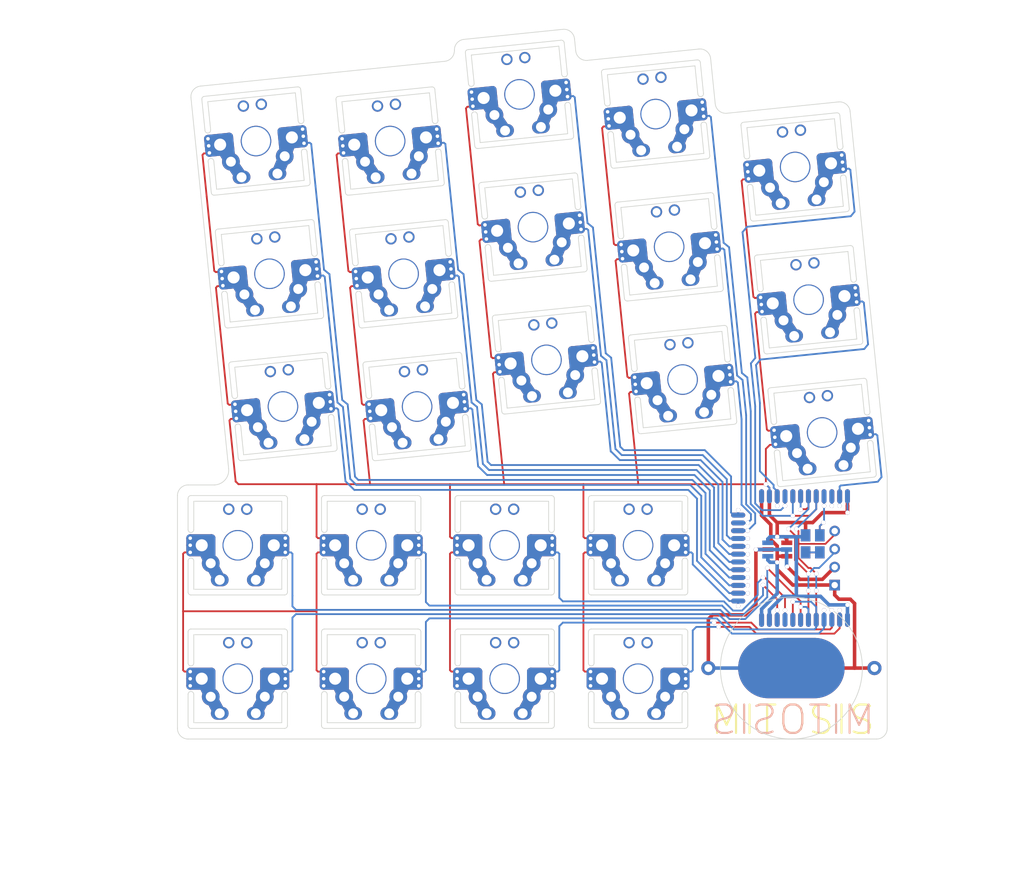
<source format=kicad_pcb>
(kicad_pcb (version 4) (host pcbnew 4.0.7)
  (layers (0 F.Cu signal hide) (31 B.Cu signal hide) (34 B.Paste user hide) (35 F.Paste user hide) (36 B.SilkS user hide) (37 F.SilkS user hide) (38 B.Mask user hide) (39 F.Mask user hide) (44 Edge.Cuts user hide))
  (net 0 "")
  (net 1 GND)
  (net 2 VCC)
  (net 3 /LED)
  (net 4 /L1)
  (net 5 /L2)
  (net 6 /GND_P)
  (net 7 /SWDIO)
  (net 8 /SWCLK)
  (net 9 /S1)
  (net 10 /S2)
  (net 11 /S3)
  (net 12 /S4)
  (net 13 /S5)
  (net 14 /S6)
  (net 15 /S7)
  (net 16 /S8)
  (net 17 /S9)
  (net 18 /S10)
  (net 19 /S11)
  (net 20 /S12)
  (net 21 /S13)
  (net 22 /S14)
  (net 23 /S15)
  (net 24 /S16)
  (net 25 /S17)
  (net 26 /S18)
  (net 27 /S19)
  (net 28 /S20)
  (net 29 /S21)
  (net 30 /S22)
  (net 31 /S23)
  (net 32 /W26)
  (net 33 "Net-(U1-Pad7)")
  (net 34 "Net-(U1-Pad8)")
  (net 35 /W23)
  (net 36 "Net-(U1-Pad25)")
  (net 37 "Net-(U1-Pad26)")
  (net 38 "Net-(U2-Pad7)")
  (net 39 "Net-(U2-Pad8)")
  (net 40 "Net-(U2-Pad25)")
  (module parts:RESC2012X06N (layer F.Cu) (at 140.5 107.5)
    (fp_text reference D1 hide)
    (fp_text value 0603 hide)
    (pad 1 smd rect (at 0 1.2 180) (size 1.35 1.7) (layers F.Cu F.Paste F.Mask) (net 4 /L1))
    (pad 2 smd rect (at 0 -1.2 180) (size 1.35 1.7) (layers F.Cu F.Paste F.Mask) (net 3 /LED))
  )
  (module parts:RESC2012X06N (layer F.Cu) (at 138.5 107.5 180)
    (fp_text reference R1 hide)
    (fp_text value 0603 hide)
    (pad 1 smd rect (at 0 1.2) (size 1.35 1.7) (layers F.Cu F.Paste F.Mask) (net 1 GND))
    (pad 2 smd rect (at 0 -1.2) (size 1.35 1.7) (layers F.Cu F.Paste F.Mask) (net 4 /L1))
  )
  (module parts:RESC2012X06N (layer B.Cu) (at 138.5 107.5)
    (fp_text reference R2 hide)
    (fp_text value 0603 hide)
    (pad 1 smd rect (at 0 -1.2 180) (size 1.35 1.7) (layers B.Cu B.Paste B.Mask) (net 1 GND))
    (pad 2 smd rect (at 0 1.2 180) (size 1.35 1.7) (layers B.Cu B.Paste B.Mask) (net 5 /L2))
  )
  (module parts:RESC2012X06N (layer B.Cu) (at 140.5 107.5 180)
    (fp_text reference D2 hide)
    (fp_text value 0603 hide)
    (pad 1 smd rect (at 0 -1.2) (size 1.35 1.7) (layers B.Cu B.Paste B.Mask) (net 5 /L2))
    (pad 2 smd rect (at 0 1.2) (size 1.35 1.7) (layers B.Cu B.Paste B.Mask) (net 3 /LED))
  )
  (module parts:SOT-23 (layer F.Cu) (at 134.525 108.3)
    (fp_text reference Q1 hide)
    (fp_text value SI2302 hide)
    (pad 3 smd rect (at -1.325 0 270) (size 0.65 1.55) (layers F.Cu F.Paste F.Mask) (net 6 /GND_P))
    (pad 2 smd rect (at 1.325 -0.95 270) (size 0.65 1.55) (layers F.Cu F.Paste F.Mask) (net 1 GND))
    (pad 1 smd rect (at 1.325 0.95 270) (size 0.65 1.55) (layers F.Cu F.Paste F.Mask) (net 2 VCC))
  )
  (module parts:SOT-23 (layer B.Cu) (at 134.5 108.3 180)
    (fp_text reference Q2 hide)
    (fp_text value SI2302 hide)
    (pad 3 smd rect (at -1.325 0 270) (size 0.65 1.55) (layers B.Cu B.Paste B.Mask) (net 6 /GND_P))
    (pad 2 smd rect (at 1.325 0.95 270) (size 0.65 1.55) (layers B.Cu B.Paste B.Mask) (net 1 GND))
    (pad 1 smd rect (at 1.325 -0.95 270) (size 0.65 1.55) (layers B.Cu B.Paste B.Mask) (net 2 VCC))
  )
  (module parts:Core51822B (layer B.Cu) (at 150 109.49999)
    (fp_text reference U2 hide)
    (fp_text value ~ hide)
    (pad 20 smd oval (at -21 -1.64999 90) (size 0.7 2) (layers B.Cu B.Paste B.Mask) (net 21 /S13))
    (pad 36 smd oval (at -5.6 -8.69999) (size 0.7 2) (layers B.Cu B.Paste B.Mask) (net 1 GND))
    (pad 22 smd oval (at -21 -3.84999 90) (size 0.7 2) (layers B.Cu B.Paste B.Mask) (net 17 /S9))
    (pad 29 smd oval (at -13.3 -8.69999) (size 0.7 2) (layers B.Cu B.Paste B.Mask) (net 12 /S4))
    (pad 21 smd oval (at -21 -2.74999 90) (size 0.7 2) (layers B.Cu B.Paste B.Mask) (net 16 /S8))
    (pad 34 smd oval (at -7.8 -8.69999) (size 0.7 2) (layers B.Cu B.Paste B.Mask) (net 35 /W23))
    (pad 33 smd oval (at -8.9 -8.69999) (size 0.7 2) (layers B.Cu B.Paste B.Mask) (net 3 /LED))
    (pad 32 smd oval (at -10 -8.69999) (size 0.7 2) (layers B.Cu B.Paste B.Mask) (net 8 /SWCLK))
    (pad 31 smd oval (at -11.1 -8.69999) (size 0.7 2) (layers B.Cu B.Paste B.Mask) (net 7 /SWDIO))
    (pad 30 smd oval (at -12.2 -8.69999) (size 0.7 2) (layers B.Cu B.Paste B.Mask) (net 32 /W26))
    (pad 28 smd oval (at -14.4 -8.69999) (size 0.7 2) (layers B.Cu B.Paste B.Mask) (net 13 /S5))
    (pad 27 smd oval (at -15.5 -8.69999) (size 0.7 2) (layers B.Cu B.Paste B.Mask) (net 18 /S10))
    (pad 26 smd oval (at -16.6 -8.69999) (size 0.7 2) (layers B.Cu B.Paste B.Mask) (net 1 GND))
    (pad 25 smd oval (at -17.7 -8.69999) (size 0.7 2) (layers B.Cu B.Paste B.Mask) (net 40 "Net-(U2-Pad25)"))
    (pad 24 smd oval (at -21 -6.04999 90) (size 0.7 2) (layers B.Cu B.Paste B.Mask) (net 11 /S3))
    (pad 23 smd oval (at -21 -4.94999 90) (size 0.7 2) (layers B.Cu B.Paste B.Mask) (net 22 /S14))
    (pad 35 smd oval (at -6.7 -8.69999) (size 0.7 2) (layers B.Cu B.Paste B.Mask) (net 23 /S15))
    (pad 17 smd oval (at -21 1.65001 90) (size 0.7 2) (layers B.Cu B.Paste B.Mask) (net 20 /S12))
    (pad 3 smd oval (at -7.8 8.7 180) (size 0.7 2) (layers B.Cu B.Paste B.Mask) (net 30 /S22))
    (pad 10 smd oval (at -15.5 8.7 180) (size 0.7 2) (layers B.Cu B.Paste B.Mask) (net 25 /S17))
    (pad 2 smd oval (at -6.7 8.7 180) (size 0.7 2) (layers B.Cu B.Paste B.Mask) (net 31 /S23))
    (pad 15 smd oval (at -21 3.85001 90) (size 0.7 2) (layers B.Cu B.Paste B.Mask) (net 14 /S6))
    (pad 14 smd oval (at -21 4.95001 90) (size 0.7 2) (layers B.Cu B.Paste B.Mask) (net 19 /S11))
    (pad 13 smd oval (at -21 6.05001 90) (size 0.7 2) (layers B.Cu B.Paste B.Mask) (net 27 /S19))
    (pad 11 smd oval (at -16.6 8.7 180) (size 0.7 2) (layers B.Cu B.Paste B.Mask) (net 1 GND))
    (pad 9 smd oval (at -14.4 8.7 180) (size 0.7 2) (layers B.Cu B.Paste B.Mask) (net 26 /S18))
    (pad 8 smd oval (at -13.3 8.7 180) (size 0.7 2) (layers B.Cu B.Paste B.Mask) (net 39 "Net-(U2-Pad8)"))
    (pad 7 smd oval (at -12.2 8.7 180) (size 0.7 2) (layers B.Cu B.Paste B.Mask) (net 38 "Net-(U2-Pad7)"))
    (pad 6 smd oval (at -11.1 8.7 180) (size 0.7 2) (layers B.Cu B.Paste B.Mask) (net 24 /S16))
    (pad 5 smd oval (at -10 8.7 180) (size 0.7 2) (layers B.Cu B.Paste B.Mask) (net 28 /S20))
    (pad 4 smd oval (at -8.9 8.7 180) (size 0.7 2) (layers B.Cu B.Paste B.Mask) (net 29 /S21))
    (pad 16 smd oval (at -21 2.75001 90) (size 0.7 2) (layers B.Cu B.Paste B.Mask) (net 9 /S1))
    (pad 19 smd oval (at -21 -0.54999 90) (size 0.7 2) (layers B.Cu B.Paste B.Mask) (net 10 /S2))
    (pad 18 smd oval (at -21 0.55001 90) (size 0.7 2) (layers B.Cu B.Paste B.Mask) (net 15 /S7))
    (pad 12 smd oval (at -17.7 8.7 180) (size 0.7 2) (layers B.Cu B.Paste B.Mask) (net 2 VCC))
    (pad 1 smd oval (at -5.6 8.7 180) (size 0.7 2) (layers B.Cu B.Paste B.Mask) (net 1 GND))
  )
  (module parts:Core51822B (layer F.Cu) (at 150 109.49999)
    (fp_text reference U1 hide)
    (fp_text value ~ hide)
    (pad 1 smd oval (at -5.6 -8.7 180) (size 0.7 2) (layers F.Cu F.Paste F.Mask) (net 1 GND))
    (pad 12 smd oval (at -17.7 -8.7 180) (size 0.7 2) (layers F.Cu F.Paste F.Mask) (net 2 VCC))
    (pad 18 smd oval (at -21 -0.55001 270) (size 0.7 2) (layers F.Cu F.Paste F.Mask) (net 10 /S2))
    (pad 19 smd oval (at -21 0.54999 270) (size 0.7 2) (layers F.Cu F.Paste F.Mask) (net 15 /S7))
    (pad 16 smd oval (at -21 -2.75001 270) (size 0.7 2) (layers F.Cu F.Paste F.Mask) (net 16 /S8))
    (pad 4 smd oval (at -8.9 -8.7 180) (size 0.7 2) (layers F.Cu F.Paste F.Mask) (net 3 /LED))
    (pad 5 smd oval (at -10 -8.7 180) (size 0.7 2) (layers F.Cu F.Paste F.Mask) (net 12 /S4))
    (pad 6 smd oval (at -11.1 -8.7 180) (size 0.7 2) (layers F.Cu F.Paste F.Mask) (net 32 /W26))
    (pad 7 smd oval (at -12.2 -8.7 180) (size 0.7 2) (layers F.Cu F.Paste F.Mask) (net 33 "Net-(U1-Pad7)"))
    (pad 8 smd oval (at -13.3 -8.7 180) (size 0.7 2) (layers F.Cu F.Paste F.Mask) (net 34 "Net-(U1-Pad8)"))
    (pad 9 smd oval (at -14.4 -8.7 180) (size 0.7 2) (layers F.Cu F.Paste F.Mask) (net 13 /S5))
    (pad 11 smd oval (at -16.6 -8.7 180) (size 0.7 2) (layers F.Cu F.Paste F.Mask) (net 1 GND))
    (pad 13 smd oval (at -21 -6.05001 270) (size 0.7 2) (layers F.Cu F.Paste F.Mask) (net 11 /S3))
    (pad 14 smd oval (at -21 -4.95001 270) (size 0.7 2) (layers F.Cu F.Paste F.Mask) (net 22 /S14))
    (pad 15 smd oval (at -21 -3.85001 270) (size 0.7 2) (layers F.Cu F.Paste F.Mask) (net 17 /S9))
    (pad 2 smd oval (at -6.7 -8.7 180) (size 0.7 2) (layers F.Cu F.Paste F.Mask) (net 23 /S15))
    (pad 10 smd oval (at -15.5 -8.7 180) (size 0.7 2) (layers F.Cu F.Paste F.Mask) (net 18 /S10))
    (pad 3 smd oval (at -7.8 -8.7 180) (size 0.7 2) (layers F.Cu F.Paste F.Mask) (net 35 /W23))
    (pad 17 smd oval (at -21 -1.65001 270) (size 0.7 2) (layers F.Cu F.Paste F.Mask) (net 21 /S13))
    (pad 35 smd oval (at -6.7 8.69999) (size 0.7 2) (layers F.Cu F.Paste F.Mask) (net 31 /S23))
    (pad 23 smd oval (at -21 4.94999 270) (size 0.7 2) (layers F.Cu F.Paste F.Mask) (net 19 /S11))
    (pad 24 smd oval (at -21 6.04999 270) (size 0.7 2) (layers F.Cu F.Paste F.Mask) (net 27 /S19))
    (pad 25 smd oval (at -17.7 8.69999) (size 0.7 2) (layers F.Cu F.Paste F.Mask) (net 36 "Net-(U1-Pad25)"))
    (pad 26 smd oval (at -16.6 8.69999) (size 0.7 2) (layers F.Cu F.Paste F.Mask) (net 37 "Net-(U1-Pad26)"))
    (pad 27 smd oval (at -15.5 8.69999) (size 0.7 2) (layers F.Cu F.Paste F.Mask) (net 25 /S17))
    (pad 28 smd oval (at -14.4 8.69999) (size 0.7 2) (layers F.Cu F.Paste F.Mask) (net 26 /S18))
    (pad 30 smd oval (at -12.2 8.69999) (size 0.7 2) (layers F.Cu F.Paste F.Mask) (net 24 /S16))
    (pad 31 smd oval (at -11.1 8.69999) (size 0.7 2) (layers F.Cu F.Paste F.Mask) (net 7 /SWDIO))
    (pad 32 smd oval (at -10 8.69999) (size 0.7 2) (layers F.Cu F.Paste F.Mask) (net 8 /SWCLK))
    (pad 33 smd oval (at -8.9 8.69999) (size 0.7 2) (layers F.Cu F.Paste F.Mask) (net 29 /S21))
    (pad 34 smd oval (at -7.8 8.69999) (size 0.7 2) (layers F.Cu F.Paste F.Mask) (net 30 /S22))
    (pad 21 smd oval (at -21 2.74999 270) (size 0.7 2) (layers F.Cu F.Paste F.Mask) (net 9 /S1))
    (pad 29 smd oval (at -13.3 8.69999) (size 0.7 2) (layers F.Cu F.Paste F.Mask) (net 28 /S20))
    (pad 22 smd oval (at -21 3.84999 270) (size 0.7 2) (layers F.Cu F.Paste F.Mask) (net 14 /S6))
    (pad 36 smd oval (at -5.6 8.69999) (size 0.7 2) (layers F.Cu F.Paste F.Mask) (net 1 GND))
    (pad 20 smd oval (at -21 1.64999 270) (size 0.7 2) (layers F.Cu F.Paste F.Mask) (net 20 /S12))
  )
  (module parts:cherry (layer F.Cu) (at 96.1 107.7)
    (fp_text reference S18 hide)
    (fp_text value "CHERRY MX" hide)
    (pad 0 thru_hole circle (at -1.27 -5.08) (size 1.6 1.6) (drill 1.1) (layers *.Cu *.Paste *.Mask))
    (pad 0 thru_hole circle (at 1.27 -5.08) (size 1.6 1.6) (drill 1.1) (layers *.Cu *.Paste *.Mask))
    (pad 12 thru_hole circle (at 6.7 1 180) (size 1 1) (drill 0.5) (layers *.Cu *.Paste *.Mask) (net 26 /S18))
    (pad 8 thru_hole circle (at 6.7 -1 180) (size 1 1) (drill 0.5) (layers *.Cu *.Paste *.Mask) (net 26 /S18))
    (pad 10 thru_hole circle (at 6.7 0 180) (size 1 1) (drill 0.5) (layers *.Cu *.Paste *.Mask) (net 26 /S18))
    (pad 0 thru_hole circle (at 0 0) (size 4.3 4.3) (drill 3.9878) (layers *.Cu *.Paste *.Mask))
    (pad 6 thru_hole circle (at 5.08 0) (size 2 2) (drill 1.7018) (layers *.Cu *.Paste *.Mask) (net 26 /S18))
    (pad 5 thru_hole circle (at -5.08 0) (size 2 2) (drill 1.7018) (layers *.Cu *.Paste *.Mask) (net 1 GND))
    (pad 2 thru_hole circle (at 3.81 2.54) (size 2.5 2.5) (drill 1.4) (layers *.Cu *.Paste *.Mask) (net 26 /S18))
    (pad 3 thru_hole oval (at -2.54 4.8768) (size 2.5 1.8) (drill 1.4) (layers *.Cu *.Paste *.Mask) (net 1 GND))
    (pad 1 thru_hole circle (at -3.81 2.54) (size 2.5 2.5) (drill 1.4) (layers *.Cu *.Paste *.Mask) (net 1 GND))
    (pad 4 thru_hole oval (at 2.54 4.8768) (size 2.5 1.8) (drill 1.4) (layers *.Cu *.Paste *.Mask) (net 26 /S18))
    (pad 9 thru_hole circle (at -6.7 0) (size 1 1) (drill 0.5) (layers *.Cu *.Paste *.Mask) (net 1 GND))
    (pad 11 thru_hole circle (at -6.7 1) (size 1 1) (drill 0.5) (layers *.Cu *.Paste *.Mask) (net 1 GND))
    (pad 7 thru_hole circle (at -6.7 -1) (size 1 1) (drill 0.5) (layers *.Cu *.Paste *.Mask) (net 1 GND))
  )
  (module parts:cherry (layer F.Cu) (at 77.3 107.7)
    (fp_text reference S17 hide)
    (fp_text value "CHERRY MX" hide)
    (pad 7 thru_hole circle (at -6.7 -1) (size 1 1) (drill 0.5) (layers *.Cu *.Paste *.Mask) (net 1 GND))
    (pad 11 thru_hole circle (at -6.7 1) (size 1 1) (drill 0.5) (layers *.Cu *.Paste *.Mask) (net 1 GND))
    (pad 9 thru_hole circle (at -6.7 0) (size 1 1) (drill 0.5) (layers *.Cu *.Paste *.Mask) (net 1 GND))
    (pad 4 thru_hole oval (at 2.54 4.8768) (size 2.5 1.8) (drill 1.4) (layers *.Cu *.Paste *.Mask) (net 25 /S17))
    (pad 1 thru_hole circle (at -3.81 2.54) (size 2.5 2.5) (drill 1.4) (layers *.Cu *.Paste *.Mask) (net 1 GND))
    (pad 3 thru_hole oval (at -2.54 4.8768) (size 2.5 1.8) (drill 1.4) (layers *.Cu *.Paste *.Mask) (net 1 GND))
    (pad 2 thru_hole circle (at 3.81 2.54) (size 2.5 2.5) (drill 1.4) (layers *.Cu *.Paste *.Mask) (net 25 /S17))
    (pad 5 thru_hole circle (at -5.08 0) (size 2 2) (drill 1.7018) (layers *.Cu *.Paste *.Mask) (net 1 GND))
    (pad 6 thru_hole circle (at 5.08 0) (size 2 2) (drill 1.7018) (layers *.Cu *.Paste *.Mask) (net 25 /S17))
    (pad 0 thru_hole circle (at 0 0) (size 4.3 4.3) (drill 3.9878) (layers *.Cu *.Paste *.Mask))
    (pad 10 thru_hole circle (at 6.7 0 180) (size 1 1) (drill 0.5) (layers *.Cu *.Paste *.Mask) (net 25 /S17))
    (pad 8 thru_hole circle (at 6.7 -1 180) (size 1 1) (drill 0.5) (layers *.Cu *.Paste *.Mask) (net 25 /S17))
    (pad 12 thru_hole circle (at 6.7 1 180) (size 1 1) (drill 0.5) (layers *.Cu *.Paste *.Mask) (net 25 /S17))
    (pad 0 thru_hole circle (at 1.27 -5.08) (size 1.6 1.6) (drill 1.1) (layers *.Cu *.Paste *.Mask))
    (pad 0 thru_hole circle (at -1.27 -5.08) (size 1.6 1.6) (drill 1.1) (layers *.Cu *.Paste *.Mask))
  )
  (module parts:cherry (layer F.Cu) (at 114.9 107.7)
    (fp_text reference S19 hide)
    (fp_text value "CHERRY MX" hide)
    (pad 0 thru_hole circle (at -1.27 -5.08) (size 1.6 1.6) (drill 1.1) (layers *.Cu *.Paste *.Mask))
    (pad 0 thru_hole circle (at 1.27 -5.08) (size 1.6 1.6) (drill 1.1) (layers *.Cu *.Paste *.Mask))
    (pad 12 thru_hole circle (at 6.7 1 180) (size 1 1) (drill 0.5) (layers *.Cu *.Paste *.Mask) (net 27 /S19))
    (pad 8 thru_hole circle (at 6.7 -1 180) (size 1 1) (drill 0.5) (layers *.Cu *.Paste *.Mask) (net 27 /S19))
    (pad 10 thru_hole circle (at 6.7 0 180) (size 1 1) (drill 0.5) (layers *.Cu *.Paste *.Mask) (net 27 /S19))
    (pad 0 thru_hole circle (at 0 0) (size 4.3 4.3) (drill 3.9878) (layers *.Cu *.Paste *.Mask))
    (pad 6 thru_hole circle (at 5.08 0) (size 2 2) (drill 1.7018) (layers *.Cu *.Paste *.Mask) (net 27 /S19))
    (pad 5 thru_hole circle (at -5.08 0) (size 2 2) (drill 1.7018) (layers *.Cu *.Paste *.Mask) (net 1 GND))
    (pad 2 thru_hole circle (at 3.81 2.54) (size 2.5 2.5) (drill 1.4) (layers *.Cu *.Paste *.Mask) (net 27 /S19))
    (pad 3 thru_hole oval (at -2.54 4.8768) (size 2.5 1.8) (drill 1.4) (layers *.Cu *.Paste *.Mask) (net 1 GND))
    (pad 1 thru_hole circle (at -3.81 2.54) (size 2.5 2.5) (drill 1.4) (layers *.Cu *.Paste *.Mask) (net 1 GND))
    (pad 4 thru_hole oval (at 2.54 4.8768) (size 2.5 1.8) (drill 1.4) (layers *.Cu *.Paste *.Mask) (net 27 /S19))
    (pad 9 thru_hole circle (at -6.7 0) (size 1 1) (drill 0.5) (layers *.Cu *.Paste *.Mask) (net 1 GND))
    (pad 11 thru_hole circle (at -6.7 1) (size 1 1) (drill 0.5) (layers *.Cu *.Paste *.Mask) (net 1 GND))
    (pad 7 thru_hole circle (at -6.7 -1) (size 1 1) (drill 0.5) (layers *.Cu *.Paste *.Mask) (net 1 GND))
  )
  (module parts:cherry (layer F.Cu) (at 58.5 126.5)
    (fp_text reference S20 hide)
    (fp_text value "CHERRY MX" hide)
    (pad 7 thru_hole circle (at -6.7 -1) (size 1 1) (drill 0.5) (layers *.Cu *.Paste *.Mask) (net 1 GND))
    (pad 11 thru_hole circle (at -6.7 1) (size 1 1) (drill 0.5) (layers *.Cu *.Paste *.Mask) (net 1 GND))
    (pad 9 thru_hole circle (at -6.7 0) (size 1 1) (drill 0.5) (layers *.Cu *.Paste *.Mask) (net 1 GND))
    (pad 4 thru_hole oval (at 2.54 4.8768) (size 2.5 1.8) (drill 1.4) (layers *.Cu *.Paste *.Mask) (net 28 /S20))
    (pad 1 thru_hole circle (at -3.81 2.54) (size 2.5 2.5) (drill 1.4) (layers *.Cu *.Paste *.Mask) (net 1 GND))
    (pad 3 thru_hole oval (at -2.54 4.8768) (size 2.5 1.8) (drill 1.4) (layers *.Cu *.Paste *.Mask) (net 1 GND))
    (pad 2 thru_hole circle (at 3.81 2.54) (size 2.5 2.5) (drill 1.4) (layers *.Cu *.Paste *.Mask) (net 28 /S20))
    (pad 5 thru_hole circle (at -5.08 0) (size 2 2) (drill 1.7018) (layers *.Cu *.Paste *.Mask) (net 1 GND))
    (pad 6 thru_hole circle (at 5.08 0) (size 2 2) (drill 1.7018) (layers *.Cu *.Paste *.Mask) (net 28 /S20))
    (pad 0 thru_hole circle (at 0 0) (size 4.3 4.3) (drill 3.9878) (layers *.Cu *.Paste *.Mask))
    (pad 10 thru_hole circle (at 6.7 0 180) (size 1 1) (drill 0.5) (layers *.Cu *.Paste *.Mask) (net 28 /S20))
    (pad 8 thru_hole circle (at 6.7 -1 180) (size 1 1) (drill 0.5) (layers *.Cu *.Paste *.Mask) (net 28 /S20))
    (pad 12 thru_hole circle (at 6.7 1 180) (size 1 1) (drill 0.5) (layers *.Cu *.Paste *.Mask) (net 28 /S20))
    (pad 0 thru_hole circle (at 1.27 -5.08) (size 1.6 1.6) (drill 1.1) (layers *.Cu *.Paste *.Mask))
    (pad 0 thru_hole circle (at -1.27 -5.08) (size 1.6 1.6) (drill 1.1) (layers *.Cu *.Paste *.Mask))
  )
  (module parts:cherry (layer F.Cu) (at 77.3 126.5)
    (fp_text reference S21 hide)
    (fp_text value "CHERRY MX" hide)
    (pad 0 thru_hole circle (at -1.27 -5.08) (size 1.6 1.6) (drill 1.1) (layers *.Cu *.Paste *.Mask))
    (pad 0 thru_hole circle (at 1.27 -5.08) (size 1.6 1.6) (drill 1.1) (layers *.Cu *.Paste *.Mask))
    (pad 12 thru_hole circle (at 6.7 1 180) (size 1 1) (drill 0.5) (layers *.Cu *.Paste *.Mask) (net 29 /S21))
    (pad 8 thru_hole circle (at 6.7 -1 180) (size 1 1) (drill 0.5) (layers *.Cu *.Paste *.Mask) (net 29 /S21))
    (pad 10 thru_hole circle (at 6.7 0 180) (size 1 1) (drill 0.5) (layers *.Cu *.Paste *.Mask) (net 29 /S21))
    (pad 0 thru_hole circle (at 0 0) (size 4.3 4.3) (drill 3.9878) (layers *.Cu *.Paste *.Mask))
    (pad 6 thru_hole circle (at 5.08 0) (size 2 2) (drill 1.7018) (layers *.Cu *.Paste *.Mask) (net 29 /S21))
    (pad 5 thru_hole circle (at -5.08 0) (size 2 2) (drill 1.7018) (layers *.Cu *.Paste *.Mask) (net 1 GND))
    (pad 2 thru_hole circle (at 3.81 2.54) (size 2.5 2.5) (drill 1.4) (layers *.Cu *.Paste *.Mask) (net 29 /S21))
    (pad 3 thru_hole oval (at -2.54 4.8768) (size 2.5 1.8) (drill 1.4) (layers *.Cu *.Paste *.Mask) (net 1 GND))
    (pad 1 thru_hole circle (at -3.81 2.54) (size 2.5 2.5) (drill 1.4) (layers *.Cu *.Paste *.Mask) (net 1 GND))
    (pad 4 thru_hole oval (at 2.54 4.8768) (size 2.5 1.8) (drill 1.4) (layers *.Cu *.Paste *.Mask) (net 29 /S21))
    (pad 9 thru_hole circle (at -6.7 0) (size 1 1) (drill 0.5) (layers *.Cu *.Paste *.Mask) (net 1 GND))
    (pad 11 thru_hole circle (at -6.7 1) (size 1 1) (drill 0.5) (layers *.Cu *.Paste *.Mask) (net 1 GND))
    (pad 7 thru_hole circle (at -6.7 -1) (size 1 1) (drill 0.5) (layers *.Cu *.Paste *.Mask) (net 1 GND))
  )
  (module parts:cherry (layer F.Cu) (at 96.1 126.5)
    (fp_text reference S22 hide)
    (fp_text value "CHERRY MX" hide)
    (pad 7 thru_hole circle (at -6.7 -1) (size 1 1) (drill 0.5) (layers *.Cu *.Paste *.Mask) (net 1 GND))
    (pad 11 thru_hole circle (at -6.7 1) (size 1 1) (drill 0.5) (layers *.Cu *.Paste *.Mask) (net 1 GND))
    (pad 9 thru_hole circle (at -6.7 0) (size 1 1) (drill 0.5) (layers *.Cu *.Paste *.Mask) (net 1 GND))
    (pad 4 thru_hole oval (at 2.54 4.8768) (size 2.5 1.8) (drill 1.4) (layers *.Cu *.Paste *.Mask) (net 30 /S22))
    (pad 1 thru_hole circle (at -3.81 2.54) (size 2.5 2.5) (drill 1.4) (layers *.Cu *.Paste *.Mask) (net 1 GND))
    (pad 3 thru_hole oval (at -2.54 4.8768) (size 2.5 1.8) (drill 1.4) (layers *.Cu *.Paste *.Mask) (net 1 GND))
    (pad 2 thru_hole circle (at 3.81 2.54) (size 2.5 2.5) (drill 1.4) (layers *.Cu *.Paste *.Mask) (net 30 /S22))
    (pad 5 thru_hole circle (at -5.08 0) (size 2 2) (drill 1.7018) (layers *.Cu *.Paste *.Mask) (net 1 GND))
    (pad 6 thru_hole circle (at 5.08 0) (size 2 2) (drill 1.7018) (layers *.Cu *.Paste *.Mask) (net 30 /S22))
    (pad 0 thru_hole circle (at 0 0) (size 4.3 4.3) (drill 3.9878) (layers *.Cu *.Paste *.Mask))
    (pad 10 thru_hole circle (at 6.7 0 180) (size 1 1) (drill 0.5) (layers *.Cu *.Paste *.Mask) (net 30 /S22))
    (pad 8 thru_hole circle (at 6.7 -1 180) (size 1 1) (drill 0.5) (layers *.Cu *.Paste *.Mask) (net 30 /S22))
    (pad 12 thru_hole circle (at 6.7 1 180) (size 1 1) (drill 0.5) (layers *.Cu *.Paste *.Mask) (net 30 /S22))
    (pad 0 thru_hole circle (at 1.27 -5.08) (size 1.6 1.6) (drill 1.1) (layers *.Cu *.Paste *.Mask))
    (pad 0 thru_hole circle (at -1.27 -5.08) (size 1.6 1.6) (drill 1.1) (layers *.Cu *.Paste *.Mask))
  )
  (module parts:cherry (layer F.Cu) (at 58.5 107.7)
    (fp_text reference S16 hide)
    (fp_text value "CHERRY MX" hide)
    (pad 0 thru_hole circle (at -1.27 -5.08) (size 1.6 1.6) (drill 1.1) (layers *.Cu *.Paste *.Mask))
    (pad 0 thru_hole circle (at 1.27 -5.08) (size 1.6 1.6) (drill 1.1) (layers *.Cu *.Paste *.Mask))
    (pad 12 thru_hole circle (at 6.7 1 180) (size 1 1) (drill 0.5) (layers *.Cu *.Paste *.Mask) (net 24 /S16))
    (pad 8 thru_hole circle (at 6.7 -1 180) (size 1 1) (drill 0.5) (layers *.Cu *.Paste *.Mask) (net 24 /S16))
    (pad 10 thru_hole circle (at 6.7 0 180) (size 1 1) (drill 0.5) (layers *.Cu *.Paste *.Mask) (net 24 /S16))
    (pad 0 thru_hole circle (at 0 0) (size 4.3 4.3) (drill 3.9878) (layers *.Cu *.Paste *.Mask))
    (pad 6 thru_hole circle (at 5.08 0) (size 2 2) (drill 1.7018) (layers *.Cu *.Paste *.Mask) (net 24 /S16))
    (pad 5 thru_hole circle (at -5.08 0) (size 2 2) (drill 1.7018) (layers *.Cu *.Paste *.Mask) (net 1 GND))
    (pad 2 thru_hole circle (at 3.81 2.54) (size 2.5 2.5) (drill 1.4) (layers *.Cu *.Paste *.Mask) (net 24 /S16))
    (pad 3 thru_hole oval (at -2.54 4.8768) (size 2.5 1.8) (drill 1.4) (layers *.Cu *.Paste *.Mask) (net 1 GND))
    (pad 1 thru_hole circle (at -3.81 2.54) (size 2.5 2.5) (drill 1.4) (layers *.Cu *.Paste *.Mask) (net 1 GND))
    (pad 4 thru_hole oval (at 2.54 4.8768) (size 2.5 1.8) (drill 1.4) (layers *.Cu *.Paste *.Mask) (net 24 /S16))
    (pad 9 thru_hole circle (at -6.7 0) (size 1 1) (drill 0.5) (layers *.Cu *.Paste *.Mask) (net 1 GND))
    (pad 11 thru_hole circle (at -6.7 1) (size 1 1) (drill 0.5) (layers *.Cu *.Paste *.Mask) (net 1 GND))
    (pad 7 thru_hole circle (at -6.7 -1) (size 1 1) (drill 0.5) (layers *.Cu *.Paste *.Mask) (net 1 GND))
  )
  (module parts:cherry (layer F.Cu) (at 114.9 126.5)
    (fp_text reference S23 hide)
    (fp_text value "CHERRY MX" hide)
    (pad 7 thru_hole circle (at -6.7 -1) (size 1 1) (drill 0.5) (layers *.Cu *.Paste *.Mask) (net 1 GND))
    (pad 11 thru_hole circle (at -6.7 1) (size 1 1) (drill 0.5) (layers *.Cu *.Paste *.Mask) (net 1 GND))
    (pad 9 thru_hole circle (at -6.7 0) (size 1 1) (drill 0.5) (layers *.Cu *.Paste *.Mask) (net 1 GND))
    (pad 4 thru_hole oval (at 2.54 4.8768) (size 2.5 1.8) (drill 1.4) (layers *.Cu *.Paste *.Mask) (net 31 /S23))
    (pad 1 thru_hole circle (at -3.81 2.54) (size 2.5 2.5) (drill 1.4) (layers *.Cu *.Paste *.Mask) (net 1 GND))
    (pad 3 thru_hole oval (at -2.54 4.8768) (size 2.5 1.8) (drill 1.4) (layers *.Cu *.Paste *.Mask) (net 1 GND))
    (pad 2 thru_hole circle (at 3.81 2.54) (size 2.5 2.5) (drill 1.4) (layers *.Cu *.Paste *.Mask) (net 31 /S23))
    (pad 5 thru_hole circle (at -5.08 0) (size 2 2) (drill 1.7018) (layers *.Cu *.Paste *.Mask) (net 1 GND))
    (pad 6 thru_hole circle (at 5.08 0) (size 2 2) (drill 1.7018) (layers *.Cu *.Paste *.Mask) (net 31 /S23))
    (pad 0 thru_hole circle (at 0 0) (size 4.3 4.3) (drill 3.9878) (layers *.Cu *.Paste *.Mask))
    (pad 10 thru_hole circle (at 6.7 0 180) (size 1 1) (drill 0.5) (layers *.Cu *.Paste *.Mask) (net 31 /S23))
    (pad 8 thru_hole circle (at 6.7 -1 180) (size 1 1) (drill 0.5) (layers *.Cu *.Paste *.Mask) (net 31 /S23))
    (pad 12 thru_hole circle (at 6.7 1 180) (size 1 1) (drill 0.5) (layers *.Cu *.Paste *.Mask) (net 31 /S23))
    (pad 0 thru_hole circle (at 1.27 -5.08) (size 1.6 1.6) (drill 1.1) (layers *.Cu *.Paste *.Mask))
    (pad 0 thru_hole circle (at -1.27 -5.08) (size 1.6 1.6) (drill 1.1) (layers *.Cu *.Paste *.Mask))
  )
  (module parts:cherry_angled (layer F.Cu) (at 119.27181 65.6514)
    (fp_text reference S9 hide)
    (fp_text value "CHERRY MX" hide)
    (pad 7 thru_hole circle (at -6.76676 -0.31781 5.8) (size 1 1) (drill 0.5) (layers *.Cu *.Paste *.Mask) (net 1 GND))
    (pad 11 thru_hole circle (at -6.56465 1.67195 5.8) (size 1 1) (drill 0.5) (layers *.Cu *.Paste *.Mask) (net 1 GND))
    (pad 9 thru_hole circle (at -6.6657 0.67707 5.8) (size 1 1) (drill 0.5) (layers *.Cu *.Paste *.Mask) (net 1 GND))
    (pad 4 thru_hole oval (at 3.01983 4.59515 5.8) (size 2.5 1.8) (drill 1.4) (layers *.Cu *.Paste *.Mask) (net 17 /S9))
    (pad 1 thru_hole circle (at -3.53382 2.91202 5.8) (size 2.5 2.5) (drill 1.4) (layers *.Cu *.Paste *.Mask) (net 1 GND))
    (pad 3 thru_hole oval (at -2.03417 5.10851 5.8) (size 2.5 1.8) (drill 1.4) (layers *.Cu *.Paste *.Mask) (net 1 GND))
    (pad 2 thru_hole circle (at 4.04717 2.14197 5.8) (size 2.5 2.5) (drill 1.4) (layers *.Cu *.Paste *.Mask) (net 17 /S9))
    (pad 5 thru_hole circle (at -5.054 0.51336 5.8) (size 2 2) (drill 1.7018) (layers *.Cu *.Paste *.Mask) (net 1 GND))
    (pad 6 thru_hole circle (at 5.05399 -0.51337 5.8) (size 2 2) (drill 1.7018) (layers *.Cu *.Paste *.Mask) (net 17 /S9))
    (pad 0 thru_hole circle (at 0 0 5.8) (size 4.3 4.3) (drill 3.9878) (layers *.Cu *.Paste *.Mask))
    (pad 10 thru_hole circle (at 6.6657 -0.67708 185.8) (size 1 1) (drill 0.5) (layers *.Cu *.Paste *.Mask) (net 17 /S9))
    (pad 8 thru_hole circle (at 6.56464 -1.67196 185.8) (size 1 1) (drill 0.5) (layers *.Cu *.Paste *.Mask) (net 17 /S9))
    (pad 12 thru_hole circle (at 6.76675 0.3178 185.8) (size 1 1) (drill 0.5) (layers *.Cu *.Paste *.Mask) (net 17 /S9))
    (pad 0 thru_hole circle (at 0.75013 -5.18234 5.8) (size 1.6 1.6) (drill 1.1) (layers *.Cu *.Paste *.Mask))
    (pad 0 thru_hole circle (at -1.77687 -4.92566 5.8) (size 1.6 1.6) (drill 1.1) (layers *.Cu *.Paste *.Mask))
  )
  (module parts:cherry_angled (layer F.Cu) (at 100.09309 62.87532)
    (fp_text reference S8 hide)
    (fp_text value "CHERRY MX" hide)
    (pad 0 thru_hole circle (at -1.77687 -4.92566 5.8) (size 1.6 1.6) (drill 1.1) (layers *.Cu *.Paste *.Mask))
    (pad 0 thru_hole circle (at 0.75013 -5.18234 5.8) (size 1.6 1.6) (drill 1.1) (layers *.Cu *.Paste *.Mask))
    (pad 12 thru_hole circle (at 6.76675 0.3178 185.8) (size 1 1) (drill 0.5) (layers *.Cu *.Paste *.Mask) (net 16 /S8))
    (pad 8 thru_hole circle (at 6.56464 -1.67196 185.8) (size 1 1) (drill 0.5) (layers *.Cu *.Paste *.Mask) (net 16 /S8))
    (pad 10 thru_hole circle (at 6.6657 -0.67708 185.8) (size 1 1) (drill 0.5) (layers *.Cu *.Paste *.Mask) (net 16 /S8))
    (pad 0 thru_hole circle (at 0 0 5.8) (size 4.3 4.3) (drill 3.9878) (layers *.Cu *.Paste *.Mask))
    (pad 6 thru_hole circle (at 5.05399 -0.51337 5.8) (size 2 2) (drill 1.7018) (layers *.Cu *.Paste *.Mask) (net 16 /S8))
    (pad 5 thru_hole circle (at -5.054 0.51336 5.8) (size 2 2) (drill 1.7018) (layers *.Cu *.Paste *.Mask) (net 1 GND))
    (pad 2 thru_hole circle (at 4.04717 2.14197 5.8) (size 2.5 2.5) (drill 1.4) (layers *.Cu *.Paste *.Mask) (net 16 /S8))
    (pad 3 thru_hole oval (at -2.03417 5.10851 5.8) (size 2.5 1.8) (drill 1.4) (layers *.Cu *.Paste *.Mask) (net 1 GND))
    (pad 1 thru_hole circle (at -3.53382 2.91202 5.8) (size 2.5 2.5) (drill 1.4) (layers *.Cu *.Paste *.Mask) (net 1 GND))
    (pad 4 thru_hole oval (at 3.01983 4.59515 5.8) (size 2.5 1.8) (drill 1.4) (layers *.Cu *.Paste *.Mask) (net 16 /S8))
    (pad 9 thru_hole circle (at -6.6657 0.67707 5.8) (size 1 1) (drill 0.5) (layers *.Cu *.Paste *.Mask) (net 1 GND))
    (pad 11 thru_hole circle (at -6.56465 1.67195 5.8) (size 1 1) (drill 0.5) (layers *.Cu *.Paste *.Mask) (net 1 GND))
    (pad 7 thru_hole circle (at -6.76676 -0.31781 5.8) (size 1 1) (drill 0.5) (layers *.Cu *.Paste *.Mask) (net 1 GND))
  )
  (module parts:cherry_angled (layer F.Cu) (at 81.86429 69.45112)
    (fp_text reference S7 hide)
    (fp_text value "CHERRY MX" hide)
    (pad 7 thru_hole circle (at -6.76676 -0.31781 5.8) (size 1 1) (drill 0.5) (layers *.Cu *.Paste *.Mask) (net 1 GND))
    (pad 11 thru_hole circle (at -6.56465 1.67195 5.8) (size 1 1) (drill 0.5) (layers *.Cu *.Paste *.Mask) (net 1 GND))
    (pad 9 thru_hole circle (at -6.6657 0.67707 5.8) (size 1 1) (drill 0.5) (layers *.Cu *.Paste *.Mask) (net 1 GND))
    (pad 4 thru_hole oval (at 3.01983 4.59515 5.8) (size 2.5 1.8) (drill 1.4) (layers *.Cu *.Paste *.Mask) (net 15 /S7))
    (pad 1 thru_hole circle (at -3.53382 2.91202 5.8) (size 2.5 2.5) (drill 1.4) (layers *.Cu *.Paste *.Mask) (net 1 GND))
    (pad 3 thru_hole oval (at -2.03417 5.10851 5.8) (size 2.5 1.8) (drill 1.4) (layers *.Cu *.Paste *.Mask) (net 1 GND))
    (pad 2 thru_hole circle (at 4.04717 2.14197 5.8) (size 2.5 2.5) (drill 1.4) (layers *.Cu *.Paste *.Mask) (net 15 /S7))
    (pad 5 thru_hole circle (at -5.054 0.51336 5.8) (size 2 2) (drill 1.7018) (layers *.Cu *.Paste *.Mask) (net 1 GND))
    (pad 6 thru_hole circle (at 5.05399 -0.51337 5.8) (size 2 2) (drill 1.7018) (layers *.Cu *.Paste *.Mask) (net 15 /S7))
    (pad 0 thru_hole circle (at 0 0 5.8) (size 4.3 4.3) (drill 3.9878) (layers *.Cu *.Paste *.Mask))
    (pad 10 thru_hole circle (at 6.6657 -0.67708 185.8) (size 1 1) (drill 0.5) (layers *.Cu *.Paste *.Mask) (net 15 /S7))
    (pad 8 thru_hole circle (at 6.56464 -1.67196 185.8) (size 1 1) (drill 0.5) (layers *.Cu *.Paste *.Mask) (net 15 /S7))
    (pad 12 thru_hole circle (at 6.76675 0.3178 185.8) (size 1 1) (drill 0.5) (layers *.Cu *.Paste *.Mask) (net 15 /S7))
    (pad 0 thru_hole circle (at 0.75013 -5.18234 5.8) (size 1.6 1.6) (drill 1.1) (layers *.Cu *.Paste *.Mask))
    (pad 0 thru_hole circle (at -1.77687 -4.92566 5.8) (size 1.6 1.6) (drill 1.1) (layers *.Cu *.Paste *.Mask))
  )
  (module parts:cherry_angled (layer F.Cu) (at 62.96752 69.45075)
    (fp_text reference S6 hide)
    (fp_text value "CHERRY MX" hide)
    (pad 0 thru_hole circle (at -1.77687 -4.92566 5.8) (size 1.6 1.6) (drill 1.1) (layers *.Cu *.Paste *.Mask))
    (pad 0 thru_hole circle (at 0.75013 -5.18234 5.8) (size 1.6 1.6) (drill 1.1) (layers *.Cu *.Paste *.Mask))
    (pad 12 thru_hole circle (at 6.76675 0.3178 185.8) (size 1 1) (drill 0.5) (layers *.Cu *.Paste *.Mask) (net 14 /S6))
    (pad 8 thru_hole circle (at 6.56464 -1.67196 185.8) (size 1 1) (drill 0.5) (layers *.Cu *.Paste *.Mask) (net 14 /S6))
    (pad 10 thru_hole circle (at 6.6657 -0.67708 185.8) (size 1 1) (drill 0.5) (layers *.Cu *.Paste *.Mask) (net 14 /S6))
    (pad 0 thru_hole circle (at 0 0 5.8) (size 4.3 4.3) (drill 3.9878) (layers *.Cu *.Paste *.Mask))
    (pad 6 thru_hole circle (at 5.05399 -0.51337 5.8) (size 2 2) (drill 1.7018) (layers *.Cu *.Paste *.Mask) (net 14 /S6))
    (pad 5 thru_hole circle (at -5.054 0.51336 5.8) (size 2 2) (drill 1.7018) (layers *.Cu *.Paste *.Mask) (net 1 GND))
    (pad 2 thru_hole circle (at 4.04717 2.14197 5.8) (size 2.5 2.5) (drill 1.4) (layers *.Cu *.Paste *.Mask) (net 14 /S6))
    (pad 3 thru_hole oval (at -2.03417 5.10851 5.8) (size 2.5 1.8) (drill 1.4) (layers *.Cu *.Paste *.Mask) (net 1 GND))
    (pad 1 thru_hole circle (at -3.53382 2.91202 5.8) (size 2.5 2.5) (drill 1.4) (layers *.Cu *.Paste *.Mask) (net 1 GND))
    (pad 4 thru_hole oval (at 3.01983 4.59515 5.8) (size 2.5 1.8) (drill 1.4) (layers *.Cu *.Paste *.Mask) (net 14 /S6))
    (pad 9 thru_hole circle (at -6.6657 0.67707 5.8) (size 1 1) (drill 0.5) (layers *.Cu *.Paste *.Mask) (net 1 GND))
    (pad 11 thru_hole circle (at -6.56465 1.67195 5.8) (size 1 1) (drill 0.5) (layers *.Cu *.Paste *.Mask) (net 1 GND))
    (pad 7 thru_hole circle (at -6.76676 -0.31781 5.8) (size 1 1) (drill 0.5) (layers *.Cu *.Paste *.Mask) (net 1 GND))
  )
  (module parts:cherry_angled (layer F.Cu) (at 137.02563 54.39966)
    (fp_text reference S5 hide)
    (fp_text value "CHERRY MX" hide)
    (pad 7 thru_hole circle (at -6.76676 -0.31781 5.8) (size 1 1) (drill 0.5) (layers *.Cu *.Paste *.Mask) (net 1 GND))
    (pad 11 thru_hole circle (at -6.56465 1.67195 5.8) (size 1 1) (drill 0.5) (layers *.Cu *.Paste *.Mask) (net 1 GND))
    (pad 9 thru_hole circle (at -6.6657 0.67707 5.8) (size 1 1) (drill 0.5) (layers *.Cu *.Paste *.Mask) (net 1 GND))
    (pad 4 thru_hole oval (at 3.01983 4.59515 5.8) (size 2.5 1.8) (drill 1.4) (layers *.Cu *.Paste *.Mask) (net 13 /S5))
    (pad 1 thru_hole circle (at -3.53382 2.91202 5.8) (size 2.5 2.5) (drill 1.4) (layers *.Cu *.Paste *.Mask) (net 1 GND))
    (pad 3 thru_hole oval (at -2.03417 5.10851 5.8) (size 2.5 1.8) (drill 1.4) (layers *.Cu *.Paste *.Mask) (net 1 GND))
    (pad 2 thru_hole circle (at 4.04717 2.14197 5.8) (size 2.5 2.5) (drill 1.4) (layers *.Cu *.Paste *.Mask) (net 13 /S5))
    (pad 5 thru_hole circle (at -5.054 0.51336 5.8) (size 2 2) (drill 1.7018) (layers *.Cu *.Paste *.Mask) (net 1 GND))
    (pad 6 thru_hole circle (at 5.05399 -0.51337 5.8) (size 2 2) (drill 1.7018) (layers *.Cu *.Paste *.Mask) (net 13 /S5))
    (pad 0 thru_hole circle (at 0 0 5.8) (size 4.3 4.3) (drill 3.9878) (layers *.Cu *.Paste *.Mask))
    (pad 10 thru_hole circle (at 6.6657 -0.67708 185.8) (size 1 1) (drill 0.5) (layers *.Cu *.Paste *.Mask) (net 13 /S5))
    (pad 8 thru_hole circle (at 6.56464 -1.67196 185.8) (size 1 1) (drill 0.5) (layers *.Cu *.Paste *.Mask) (net 13 /S5))
    (pad 12 thru_hole circle (at 6.76675 0.3178 185.8) (size 1 1) (drill 0.5) (layers *.Cu *.Paste *.Mask) (net 13 /S5))
    (pad 0 thru_hole circle (at 0.75013 -5.18234 5.8) (size 1.6 1.6) (drill 1.1) (layers *.Cu *.Paste *.Mask))
    (pad 0 thru_hole circle (at -1.77687 -4.92566 5.8) (size 1.6 1.6) (drill 1.1) (layers *.Cu *.Paste *.Mask))
  )
  (module parts:cherry_angled (layer F.Cu) (at 117.37195 46.94764)
    (fp_text reference S4 hide)
    (fp_text value "CHERRY MX" hide)
    (pad 0 thru_hole circle (at -1.77687 -4.92566 5.8) (size 1.6 1.6) (drill 1.1) (layers *.Cu *.Paste *.Mask))
    (pad 0 thru_hole circle (at 0.75013 -5.18234 5.8) (size 1.6 1.6) (drill 1.1) (layers *.Cu *.Paste *.Mask))
    (pad 12 thru_hole circle (at 6.76675 0.3178 185.8) (size 1 1) (drill 0.5) (layers *.Cu *.Paste *.Mask) (net 12 /S4))
    (pad 8 thru_hole circle (at 6.56464 -1.67196 185.8) (size 1 1) (drill 0.5) (layers *.Cu *.Paste *.Mask) (net 12 /S4))
    (pad 10 thru_hole circle (at 6.6657 -0.67708 185.8) (size 1 1) (drill 0.5) (layers *.Cu *.Paste *.Mask) (net 12 /S4))
    (pad 0 thru_hole circle (at 0 0 5.8) (size 4.3 4.3) (drill 3.9878) (layers *.Cu *.Paste *.Mask))
    (pad 6 thru_hole circle (at 5.05399 -0.51337 5.8) (size 2 2) (drill 1.7018) (layers *.Cu *.Paste *.Mask) (net 12 /S4))
    (pad 5 thru_hole circle (at -5.054 0.51336 5.8) (size 2 2) (drill 1.7018) (layers *.Cu *.Paste *.Mask) (net 1 GND))
    (pad 2 thru_hole circle (at 4.04717 2.14197 5.8) (size 2.5 2.5) (drill 1.4) (layers *.Cu *.Paste *.Mask) (net 12 /S4))
    (pad 3 thru_hole oval (at -2.03417 5.10851 5.8) (size 2.5 1.8) (drill 1.4) (layers *.Cu *.Paste *.Mask) (net 1 GND))
    (pad 1 thru_hole circle (at -3.53382 2.91202 5.8) (size 2.5 2.5) (drill 1.4) (layers *.Cu *.Paste *.Mask) (net 1 GND))
    (pad 4 thru_hole oval (at 3.01983 4.59515 5.8) (size 2.5 1.8) (drill 1.4) (layers *.Cu *.Paste *.Mask) (net 12 /S4))
    (pad 9 thru_hole circle (at -6.6657 0.67707 5.8) (size 1 1) (drill 0.5) (layers *.Cu *.Paste *.Mask) (net 1 GND))
    (pad 11 thru_hole circle (at -6.56465 1.67195 5.8) (size 1 1) (drill 0.5) (layers *.Cu *.Paste *.Mask) (net 1 GND))
    (pad 7 thru_hole circle (at -6.76676 -0.31781 5.8) (size 1 1) (drill 0.5) (layers *.Cu *.Paste *.Mask) (net 1 GND))
  )
  (module parts:cherry_angled (layer F.Cu) (at 98.19323 44.17156)
    (fp_text reference S3 hide)
    (fp_text value "CHERRY MX" hide)
    (pad 7 thru_hole circle (at -6.76676 -0.31781 5.8) (size 1 1) (drill 0.5) (layers *.Cu *.Paste *.Mask) (net 1 GND))
    (pad 11 thru_hole circle (at -6.56465 1.67195 5.8) (size 1 1) (drill 0.5) (layers *.Cu *.Paste *.Mask) (net 1 GND))
    (pad 9 thru_hole circle (at -6.6657 0.67707 5.8) (size 1 1) (drill 0.5) (layers *.Cu *.Paste *.Mask) (net 1 GND))
    (pad 4 thru_hole oval (at 3.01983 4.59515 5.8) (size 2.5 1.8) (drill 1.4) (layers *.Cu *.Paste *.Mask) (net 11 /S3))
    (pad 1 thru_hole circle (at -3.53382 2.91202 5.8) (size 2.5 2.5) (drill 1.4) (layers *.Cu *.Paste *.Mask) (net 1 GND))
    (pad 3 thru_hole oval (at -2.03417 5.10851 5.8) (size 2.5 1.8) (drill 1.4) (layers *.Cu *.Paste *.Mask) (net 1 GND))
    (pad 2 thru_hole circle (at 4.04717 2.14197 5.8) (size 2.5 2.5) (drill 1.4) (layers *.Cu *.Paste *.Mask) (net 11 /S3))
    (pad 5 thru_hole circle (at -5.054 0.51336 5.8) (size 2 2) (drill 1.7018) (layers *.Cu *.Paste *.Mask) (net 1 GND))
    (pad 6 thru_hole circle (at 5.05399 -0.51337 5.8) (size 2 2) (drill 1.7018) (layers *.Cu *.Paste *.Mask) (net 11 /S3))
    (pad 0 thru_hole circle (at 0 0 5.8) (size 4.3 4.3) (drill 3.9878) (layers *.Cu *.Paste *.Mask))
    (pad 10 thru_hole circle (at 6.6657 -0.67708 185.8) (size 1 1) (drill 0.5) (layers *.Cu *.Paste *.Mask) (net 11 /S3))
    (pad 8 thru_hole circle (at 6.56464 -1.67196 185.8) (size 1 1) (drill 0.5) (layers *.Cu *.Paste *.Mask) (net 11 /S3))
    (pad 12 thru_hole circle (at 6.76675 0.3178 185.8) (size 1 1) (drill 0.5) (layers *.Cu *.Paste *.Mask) (net 11 /S3))
    (pad 0 thru_hole circle (at 0.75013 -5.18234 5.8) (size 1.6 1.6) (drill 1.1) (layers *.Cu *.Paste *.Mask))
    (pad 0 thru_hole circle (at -1.77687 -4.92566 5.8) (size 1.6 1.6) (drill 1.1) (layers *.Cu *.Paste *.Mask))
  )
  (module parts:cherry_angled (layer F.Cu) (at 61.06766 50.747)
    (fp_text reference S1 hide)
    (fp_text value "CHERRY MX" hide)
    (pad 0 thru_hole circle (at -1.77687 -4.92566 5.8) (size 1.6 1.6) (drill 1.1) (layers *.Cu *.Paste *.Mask))
    (pad 0 thru_hole circle (at 0.75013 -5.18234 5.8) (size 1.6 1.6) (drill 1.1) (layers *.Cu *.Paste *.Mask))
    (pad 12 thru_hole circle (at 6.76675 0.3178 185.8) (size 1 1) (drill 0.5) (layers *.Cu *.Paste *.Mask) (net 9 /S1))
    (pad 8 thru_hole circle (at 6.56464 -1.67196 185.8) (size 1 1) (drill 0.5) (layers *.Cu *.Paste *.Mask) (net 9 /S1))
    (pad 10 thru_hole circle (at 6.6657 -0.67708 185.8) (size 1 1) (drill 0.5) (layers *.Cu *.Paste *.Mask) (net 9 /S1))
    (pad 0 thru_hole circle (at 0 0 5.8) (size 4.3 4.3) (drill 3.9878) (layers *.Cu *.Paste *.Mask))
    (pad 6 thru_hole circle (at 5.05399 -0.51337 5.8) (size 2 2) (drill 1.7018) (layers *.Cu *.Paste *.Mask) (net 9 /S1))
    (pad 5 thru_hole circle (at -5.054 0.51336 5.8) (size 2 2) (drill 1.7018) (layers *.Cu *.Paste *.Mask) (net 1 GND))
    (pad 2 thru_hole circle (at 4.04717 2.14197 5.8) (size 2.5 2.5) (drill 1.4) (layers *.Cu *.Paste *.Mask) (net 9 /S1))
    (pad 3 thru_hole oval (at -2.03417 5.10851 5.8) (size 2.5 1.8) (drill 1.4) (layers *.Cu *.Paste *.Mask) (net 1 GND))
    (pad 1 thru_hole circle (at -3.53382 2.91202 5.8) (size 2.5 2.5) (drill 1.4) (layers *.Cu *.Paste *.Mask) (net 1 GND))
    (pad 4 thru_hole oval (at 3.01983 4.59515 5.8) (size 2.5 1.8) (drill 1.4) (layers *.Cu *.Paste *.Mask) (net 9 /S1))
    (pad 9 thru_hole circle (at -6.6657 0.67707 5.8) (size 1 1) (drill 0.5) (layers *.Cu *.Paste *.Mask) (net 1 GND))
    (pad 11 thru_hole circle (at -6.56465 1.67195 5.8) (size 1 1) (drill 0.5) (layers *.Cu *.Paste *.Mask) (net 1 GND))
    (pad 7 thru_hole circle (at -6.76676 -0.31781 5.8) (size 1 1) (drill 0.5) (layers *.Cu *.Paste *.Mask) (net 1 GND))
  )
  (module parts:cherry_angled (layer F.Cu) (at 64.86738 88.15451)
    (fp_text reference S11 hide)
    (fp_text value "CHERRY MX" hide)
    (pad 7 thru_hole circle (at -6.76676 -0.31781 5.8) (size 1 1) (drill 0.5) (layers *.Cu *.Paste *.Mask) (net 1 GND))
    (pad 11 thru_hole circle (at -6.56465 1.67195 5.8) (size 1 1) (drill 0.5) (layers *.Cu *.Paste *.Mask) (net 1 GND))
    (pad 9 thru_hole circle (at -6.6657 0.67707 5.8) (size 1 1) (drill 0.5) (layers *.Cu *.Paste *.Mask) (net 1 GND))
    (pad 4 thru_hole oval (at 3.01983 4.59515 5.8) (size 2.5 1.8) (drill 1.4) (layers *.Cu *.Paste *.Mask) (net 19 /S11))
    (pad 1 thru_hole circle (at -3.53382 2.91202 5.8) (size 2.5 2.5) (drill 1.4) (layers *.Cu *.Paste *.Mask) (net 1 GND))
    (pad 3 thru_hole oval (at -2.03417 5.10851 5.8) (size 2.5 1.8) (drill 1.4) (layers *.Cu *.Paste *.Mask) (net 1 GND))
    (pad 2 thru_hole circle (at 4.04717 2.14197 5.8) (size 2.5 2.5) (drill 1.4) (layers *.Cu *.Paste *.Mask) (net 19 /S11))
    (pad 5 thru_hole circle (at -5.054 0.51336 5.8) (size 2 2) (drill 1.7018) (layers *.Cu *.Paste *.Mask) (net 1 GND))
    (pad 6 thru_hole circle (at 5.05399 -0.51337 5.8) (size 2 2) (drill 1.7018) (layers *.Cu *.Paste *.Mask) (net 19 /S11))
    (pad 0 thru_hole circle (at 0 0 5.8) (size 4.3 4.3) (drill 3.9878) (layers *.Cu *.Paste *.Mask))
    (pad 10 thru_hole circle (at 6.6657 -0.67708 185.8) (size 1 1) (drill 0.5) (layers *.Cu *.Paste *.Mask) (net 19 /S11))
    (pad 8 thru_hole circle (at 6.56464 -1.67196 185.8) (size 1 1) (drill 0.5) (layers *.Cu *.Paste *.Mask) (net 19 /S11))
    (pad 12 thru_hole circle (at 6.76675 0.3178 185.8) (size 1 1) (drill 0.5) (layers *.Cu *.Paste *.Mask) (net 19 /S11))
    (pad 0 thru_hole circle (at 0.75013 -5.18234 5.8) (size 1.6 1.6) (drill 1.1) (layers *.Cu *.Paste *.Mask))
    (pad 0 thru_hole circle (at -1.77687 -4.92566 5.8) (size 1.6 1.6) (drill 1.1) (layers *.Cu *.Paste *.Mask))
  )
  (module parts:cherry_angled (layer F.Cu) (at 83.76415 88.15487)
    (fp_text reference S12 hide)
    (fp_text value "CHERRY MX" hide)
    (pad 0 thru_hole circle (at -1.77687 -4.92566 5.8) (size 1.6 1.6) (drill 1.1) (layers *.Cu *.Paste *.Mask))
    (pad 0 thru_hole circle (at 0.75013 -5.18234 5.8) (size 1.6 1.6) (drill 1.1) (layers *.Cu *.Paste *.Mask))
    (pad 12 thru_hole circle (at 6.76675 0.3178 185.8) (size 1 1) (drill 0.5) (layers *.Cu *.Paste *.Mask) (net 20 /S12))
    (pad 8 thru_hole circle (at 6.56464 -1.67196 185.8) (size 1 1) (drill 0.5) (layers *.Cu *.Paste *.Mask) (net 20 /S12))
    (pad 10 thru_hole circle (at 6.6657 -0.67708 185.8) (size 1 1) (drill 0.5) (layers *.Cu *.Paste *.Mask) (net 20 /S12))
    (pad 0 thru_hole circle (at 0 0 5.8) (size 4.3 4.3) (drill 3.9878) (layers *.Cu *.Paste *.Mask))
    (pad 6 thru_hole circle (at 5.05399 -0.51337 5.8) (size 2 2) (drill 1.7018) (layers *.Cu *.Paste *.Mask) (net 20 /S12))
    (pad 5 thru_hole circle (at -5.054 0.51336 5.8) (size 2 2) (drill 1.7018) (layers *.Cu *.Paste *.Mask) (net 1 GND))
    (pad 2 thru_hole circle (at 4.04717 2.14197 5.8) (size 2.5 2.5) (drill 1.4) (layers *.Cu *.Paste *.Mask) (net 20 /S12))
    (pad 3 thru_hole oval (at -2.03417 5.10851 5.8) (size 2.5 1.8) (drill 1.4) (layers *.Cu *.Paste *.Mask) (net 1 GND))
    (pad 1 thru_hole circle (at -3.53382 2.91202 5.8) (size 2.5 2.5) (drill 1.4) (layers *.Cu *.Paste *.Mask) (net 1 GND))
    (pad 4 thru_hole oval (at 3.01983 4.59515 5.8) (size 2.5 1.8) (drill 1.4) (layers *.Cu *.Paste *.Mask) (net 20 /S12))
    (pad 9 thru_hole circle (at -6.6657 0.67707 5.8) (size 1 1) (drill 0.5) (layers *.Cu *.Paste *.Mask) (net 1 GND))
    (pad 11 thru_hole circle (at -6.56465 1.67195 5.8) (size 1 1) (drill 0.5) (layers *.Cu *.Paste *.Mask) (net 1 GND))
    (pad 7 thru_hole circle (at -6.76676 -0.31781 5.8) (size 1 1) (drill 0.5) (layers *.Cu *.Paste *.Mask) (net 1 GND))
  )
  (module parts:cherry_angled (layer F.Cu) (at 101.99294 81.57907)
    (fp_text reference S13 hide)
    (fp_text value "CHERRY MX" hide)
    (pad 7 thru_hole circle (at -6.76676 -0.31781 5.8) (size 1 1) (drill 0.5) (layers *.Cu *.Paste *.Mask) (net 1 GND))
    (pad 11 thru_hole circle (at -6.56465 1.67195 5.8) (size 1 1) (drill 0.5) (layers *.Cu *.Paste *.Mask) (net 1 GND))
    (pad 9 thru_hole circle (at -6.6657 0.67707 5.8) (size 1 1) (drill 0.5) (layers *.Cu *.Paste *.Mask) (net 1 GND))
    (pad 4 thru_hole oval (at 3.01983 4.59515 5.8) (size 2.5 1.8) (drill 1.4) (layers *.Cu *.Paste *.Mask) (net 21 /S13))
    (pad 1 thru_hole circle (at -3.53382 2.91202 5.8) (size 2.5 2.5) (drill 1.4) (layers *.Cu *.Paste *.Mask) (net 1 GND))
    (pad 3 thru_hole oval (at -2.03417 5.10851 5.8) (size 2.5 1.8) (drill 1.4) (layers *.Cu *.Paste *.Mask) (net 1 GND))
    (pad 2 thru_hole circle (at 4.04717 2.14197 5.8) (size 2.5 2.5) (drill 1.4) (layers *.Cu *.Paste *.Mask) (net 21 /S13))
    (pad 5 thru_hole circle (at -5.054 0.51336 5.8) (size 2 2) (drill 1.7018) (layers *.Cu *.Paste *.Mask) (net 1 GND))
    (pad 6 thru_hole circle (at 5.05399 -0.51337 5.8) (size 2 2) (drill 1.7018) (layers *.Cu *.Paste *.Mask) (net 21 /S13))
    (pad 0 thru_hole circle (at 0 0 5.8) (size 4.3 4.3) (drill 3.9878) (layers *.Cu *.Paste *.Mask))
    (pad 10 thru_hole circle (at 6.6657 -0.67708 185.8) (size 1 1) (drill 0.5) (layers *.Cu *.Paste *.Mask) (net 21 /S13))
    (pad 8 thru_hole circle (at 6.56464 -1.67196 185.8) (size 1 1) (drill 0.5) (layers *.Cu *.Paste *.Mask) (net 21 /S13))
    (pad 12 thru_hole circle (at 6.76675 0.3178 185.8) (size 1 1) (drill 0.5) (layers *.Cu *.Paste *.Mask) (net 21 /S13))
    (pad 0 thru_hole circle (at 0.75013 -5.18234 5.8) (size 1.6 1.6) (drill 1.1) (layers *.Cu *.Paste *.Mask))
    (pad 0 thru_hole circle (at -1.77687 -4.92566 5.8) (size 1.6 1.6) (drill 1.1) (layers *.Cu *.Paste *.Mask))
  )
  (module parts:cherry_angled (layer F.Cu) (at 121.17166 84.35516)
    (fp_text reference S14 hide)
    (fp_text value "CHERRY MX" hide)
    (pad 0 thru_hole circle (at -1.77687 -4.92566 5.8) (size 1.6 1.6) (drill 1.1) (layers *.Cu *.Paste *.Mask))
    (pad 0 thru_hole circle (at 0.75013 -5.18234 5.8) (size 1.6 1.6) (drill 1.1) (layers *.Cu *.Paste *.Mask))
    (pad 12 thru_hole circle (at 6.76675 0.3178 185.8) (size 1 1) (drill 0.5) (layers *.Cu *.Paste *.Mask) (net 22 /S14))
    (pad 8 thru_hole circle (at 6.56464 -1.67196 185.8) (size 1 1) (drill 0.5) (layers *.Cu *.Paste *.Mask) (net 22 /S14))
    (pad 10 thru_hole circle (at 6.6657 -0.67708 185.8) (size 1 1) (drill 0.5) (layers *.Cu *.Paste *.Mask) (net 22 /S14))
    (pad 0 thru_hole circle (at 0 0 5.8) (size 4.3 4.3) (drill 3.9878) (layers *.Cu *.Paste *.Mask))
    (pad 6 thru_hole circle (at 5.05399 -0.51337 5.8) (size 2 2) (drill 1.7018) (layers *.Cu *.Paste *.Mask) (net 22 /S14))
    (pad 5 thru_hole circle (at -5.054 0.51336 5.8) (size 2 2) (drill 1.7018) (layers *.Cu *.Paste *.Mask) (net 1 GND))
    (pad 2 thru_hole circle (at 4.04717 2.14197 5.8) (size 2.5 2.5) (drill 1.4) (layers *.Cu *.Paste *.Mask) (net 22 /S14))
    (pad 3 thru_hole oval (at -2.03417 5.10851 5.8) (size 2.5 1.8) (drill 1.4) (layers *.Cu *.Paste *.Mask) (net 1 GND))
    (pad 1 thru_hole circle (at -3.53382 2.91202 5.8) (size 2.5 2.5) (drill 1.4) (layers *.Cu *.Paste *.Mask) (net 1 GND))
    (pad 4 thru_hole oval (at 3.01983 4.59515 5.8) (size 2.5 1.8) (drill 1.4) (layers *.Cu *.Paste *.Mask) (net 22 /S14))
    (pad 9 thru_hole circle (at -6.6657 0.67707 5.8) (size 1 1) (drill 0.5) (layers *.Cu *.Paste *.Mask) (net 1 GND))
    (pad 11 thru_hole circle (at -6.56465 1.67195 5.8) (size 1 1) (drill 0.5) (layers *.Cu *.Paste *.Mask) (net 1 GND))
    (pad 7 thru_hole circle (at -6.76676 -0.31781 5.8) (size 1 1) (drill 0.5) (layers *.Cu *.Paste *.Mask) (net 1 GND))
  )
  (module parts:cherry_angled (layer F.Cu) (at 140.82535 91.80717)
    (fp_text reference S15 hide)
    (fp_text value "CHERRY MX" hide)
    (pad 7 thru_hole circle (at -6.76676 -0.31781 5.8) (size 1 1) (drill 0.5) (layers *.Cu *.Paste *.Mask) (net 1 GND))
    (pad 11 thru_hole circle (at -6.56465 1.67195 5.8) (size 1 1) (drill 0.5) (layers *.Cu *.Paste *.Mask) (net 1 GND))
    (pad 9 thru_hole circle (at -6.6657 0.67707 5.8) (size 1 1) (drill 0.5) (layers *.Cu *.Paste *.Mask) (net 1 GND))
    (pad 4 thru_hole oval (at 3.01983 4.59515 5.8) (size 2.5 1.8) (drill 1.4) (layers *.Cu *.Paste *.Mask) (net 23 /S15))
    (pad 1 thru_hole circle (at -3.53382 2.91202 5.8) (size 2.5 2.5) (drill 1.4) (layers *.Cu *.Paste *.Mask) (net 1 GND))
    (pad 3 thru_hole oval (at -2.03417 5.10851 5.8) (size 2.5 1.8) (drill 1.4) (layers *.Cu *.Paste *.Mask) (net 1 GND))
    (pad 2 thru_hole circle (at 4.04717 2.14197 5.8) (size 2.5 2.5) (drill 1.4) (layers *.Cu *.Paste *.Mask) (net 23 /S15))
    (pad 5 thru_hole circle (at -5.054 0.51336 5.8) (size 2 2) (drill 1.7018) (layers *.Cu *.Paste *.Mask) (net 1 GND))
    (pad 6 thru_hole circle (at 5.05399 -0.51337 5.8) (size 2 2) (drill 1.7018) (layers *.Cu *.Paste *.Mask) (net 23 /S15))
    (pad 0 thru_hole circle (at 0 0 5.8) (size 4.3 4.3) (drill 3.9878) (layers *.Cu *.Paste *.Mask))
    (pad 10 thru_hole circle (at 6.6657 -0.67708 185.8) (size 1 1) (drill 0.5) (layers *.Cu *.Paste *.Mask) (net 23 /S15))
    (pad 8 thru_hole circle (at 6.56464 -1.67196 185.8) (size 1 1) (drill 0.5) (layers *.Cu *.Paste *.Mask) (net 23 /S15))
    (pad 12 thru_hole circle (at 6.76675 0.3178 185.8) (size 1 1) (drill 0.5) (layers *.Cu *.Paste *.Mask) (net 23 /S15))
    (pad 0 thru_hole circle (at 0.75013 -5.18234 5.8) (size 1.6 1.6) (drill 1.1) (layers *.Cu *.Paste *.Mask))
    (pad 0 thru_hole circle (at -1.77687 -4.92566 5.8) (size 1.6 1.6) (drill 1.1) (layers *.Cu *.Paste *.Mask))
  )
  (module parts:cherry_angled (layer F.Cu) (at 79.96443 50.74736)
    (fp_text reference S2 hide)
    (fp_text value "CHERRY MX" hide)
    (pad 0 thru_hole circle (at -1.77687 -4.92566 5.8) (size 1.6 1.6) (drill 1.1) (layers *.Cu *.Paste *.Mask))
    (pad 0 thru_hole circle (at 0.75013 -5.18234 5.8) (size 1.6 1.6) (drill 1.1) (layers *.Cu *.Paste *.Mask))
    (pad 12 thru_hole circle (at 6.76675 0.3178 185.8) (size 1 1) (drill 0.5) (layers *.Cu *.Paste *.Mask) (net 10 /S2))
    (pad 8 thru_hole circle (at 6.56464 -1.67196 185.8) (size 1 1) (drill 0.5) (layers *.Cu *.Paste *.Mask) (net 10 /S2))
    (pad 10 thru_hole circle (at 6.6657 -0.67708 185.8) (size 1 1) (drill 0.5) (layers *.Cu *.Paste *.Mask) (net 10 /S2))
    (pad 0 thru_hole circle (at 0 0 5.8) (size 4.3 4.3) (drill 3.9878) (layers *.Cu *.Paste *.Mask))
    (pad 6 thru_hole circle (at 5.05399 -0.51337 5.8) (size 2 2) (drill 1.7018) (layers *.Cu *.Paste *.Mask) (net 10 /S2))
    (pad 5 thru_hole circle (at -5.054 0.51336 5.8) (size 2 2) (drill 1.7018) (layers *.Cu *.Paste *.Mask) (net 1 GND))
    (pad 2 thru_hole circle (at 4.04717 2.14197 5.8) (size 2.5 2.5) (drill 1.4) (layers *.Cu *.Paste *.Mask) (net 10 /S2))
    (pad 3 thru_hole oval (at -2.03417 5.10851 5.8) (size 2.5 1.8) (drill 1.4) (layers *.Cu *.Paste *.Mask) (net 1 GND))
    (pad 1 thru_hole circle (at -3.53382 2.91202 5.8) (size 2.5 2.5) (drill 1.4) (layers *.Cu *.Paste *.Mask) (net 1 GND))
    (pad 4 thru_hole oval (at 3.01983 4.59515 5.8) (size 2.5 1.8) (drill 1.4) (layers *.Cu *.Paste *.Mask) (net 10 /S2))
    (pad 9 thru_hole circle (at -6.6657 0.67707 5.8) (size 1 1) (drill 0.5) (layers *.Cu *.Paste *.Mask) (net 1 GND))
    (pad 11 thru_hole circle (at -6.56465 1.67195 5.8) (size 1 1) (drill 0.5) (layers *.Cu *.Paste *.Mask) (net 1 GND))
    (pad 7 thru_hole circle (at -6.76676 -0.31781 5.8) (size 1 1) (drill 0.5) (layers *.Cu *.Paste *.Mask) (net 1 GND))
  )
  (module parts:cherry_angled (layer F.Cu) (at 138.92549 73.10342)
    (fp_text reference S10 hide)
    (fp_text value "CHERRY MX" hide)
    (pad 7 thru_hole circle (at -6.76676 -0.31781 5.8) (size 1 1) (drill 0.5) (layers *.Cu *.Paste *.Mask) (net 1 GND))
    (pad 11 thru_hole circle (at -6.56465 1.67195 5.8) (size 1 1) (drill 0.5) (layers *.Cu *.Paste *.Mask) (net 1 GND))
    (pad 9 thru_hole circle (at -6.6657 0.67707 5.8) (size 1 1) (drill 0.5) (layers *.Cu *.Paste *.Mask) (net 1 GND))
    (pad 4 thru_hole oval (at 3.01983 4.59515 5.8) (size 2.5 1.8) (drill 1.4) (layers *.Cu *.Paste *.Mask) (net 18 /S10))
    (pad 1 thru_hole circle (at -3.53382 2.91202 5.8) (size 2.5 2.5) (drill 1.4) (layers *.Cu *.Paste *.Mask) (net 1 GND))
    (pad 3 thru_hole oval (at -2.03417 5.10851 5.8) (size 2.5 1.8) (drill 1.4) (layers *.Cu *.Paste *.Mask) (net 1 GND))
    (pad 2 thru_hole circle (at 4.04717 2.14197 5.8) (size 2.5 2.5) (drill 1.4) (layers *.Cu *.Paste *.Mask) (net 18 /S10))
    (pad 5 thru_hole circle (at -5.054 0.51336 5.8) (size 2 2) (drill 1.7018) (layers *.Cu *.Paste *.Mask) (net 1 GND))
    (pad 6 thru_hole circle (at 5.05399 -0.51337 5.8) (size 2 2) (drill 1.7018) (layers *.Cu *.Paste *.Mask) (net 18 /S10))
    (pad 0 thru_hole circle (at 0 0 5.8) (size 4.3 4.3) (drill 3.9878) (layers *.Cu *.Paste *.Mask))
    (pad 10 thru_hole circle (at 6.6657 -0.67708 185.8) (size 1 1) (drill 0.5) (layers *.Cu *.Paste *.Mask) (net 18 /S10))
    (pad 8 thru_hole circle (at 6.56464 -1.67196 185.8) (size 1 1) (drill 0.5) (layers *.Cu *.Paste *.Mask) (net 18 /S10))
    (pad 12 thru_hole circle (at 6.76675 0.3178 185.8) (size 1 1) (drill 0.5) (layers *.Cu *.Paste *.Mask) (net 18 /S10))
    (pad 0 thru_hole circle (at 0.75013 -5.18234 5.8) (size 1.6 1.6) (drill 1.1) (layers *.Cu *.Paste *.Mask))
    (pad 0 thru_hole circle (at -1.77687 -4.92566 5.8) (size 1.6 1.6) (drill 1.1) (layers *.Cu *.Paste *.Mask))
  )
  (module parts:CR2032_pad (layer F.Cu) (at 136.5 125)
    (fp_text reference E1 hide)
    (fp_text value Battery hide)
    (pad 2 thru_hole circle (at -11.7 0) (size 2 2) (drill 1.1) (layers *.Cu *.Paste *.Mask) (net 6 /GND_P))
    (pad 1 thru_hole circle (at 11.7 0) (size 2 2) (drill 1.1) (layers *.Cu *.Paste *.Mask) (net 2 VCC))
    (pad 1 smd oval (at 0 0) (size 15 8.5) (layers F.Cu F.Paste F.Mask) (net 2 VCC))
    (pad 2 smd oval (at 0 0) (size 15 8.5) (layers B.Cu B.Paste B.Mask) (net 6 /GND_P))
  )
  (module parts:HDR1X4 (layer F.Cu) (at 142.6 113.31 180)
    (fp_text reference P1 hide)
    (fp_text value Header_4 hide)
    (pad 1 thru_hole rect (at 0 0 90) (size 1.5 1.5) (drill 0.9) (layers *.Cu *.Paste *.Mask) (net 2 VCC))
    (pad 2 thru_hole circle (at 0 2.54 90) (size 1.5 1.5) (drill 0.9) (layers *.Cu *.Paste *.Mask) (net 6 /GND_P))
    (pad 3 thru_hole circle (at 0 5.08 90) (size 1.5 1.5) (drill 0.9) (layers *.Cu *.Paste *.Mask) (net 7 /SWDIO))
    (pad 4 thru_hole circle (at 0 7.62 90) (size 1.5 1.5) (drill 0.9) (layers *.Cu *.Paste *.Mask) (net 8 /SWCLK))
  )
  (gr_text MITOSIS (at 136.7 132.3) (layer B.SilkS) (effects (font (size 4 4) (thickness 0.3)) (justify mirror)))
  (gr_text MITOSIS (at 136.7 132.3) (layer F.SilkS) (effects (font (size 4 4) (thickness 0.3))))
  (gr_arc (start 55.14244 97.11951) (end 55.2 99.2) (angle -94.94030295) (layer Edge.Cuts) (width 0.1))
  (gr_arc (start 87.51681 38.01898) (end 87.6684 39.5113) (angle -83.99990536) (layer Edge.Cuts) (width 0.1))
  (gr_arc (start 90.52166 37.91479) (end 90.37008 36.42247) (angle -83.0000886) (layer Edge.Cuts) (width 0.1))
  (gr_arc (start 104.44999 36.5) (end 105.94231 36.34841) (angle -89.99990348) (layer Edge.Cuts) (width 0.1))
  (gr_arc (start 107.60643 37.88813) (end 106.11411 38.03972) (angle -89.99990348) (layer Edge.Cuts) (width 0.1))
  (gr_arc (start 123.62872 39.27608) (end 125.12104 39.1245) (angle -90.00010633) (layer Edge.Cuts) (width 0.1))
  (gr_arc (start 127.26012 45.34015) (end 125.7678 45.49173) (angle -90.00008672) (layer Edge.Cuts) (width 0.1))
  (gr_arc (start 143.2824 46.7281) (end 144.77472 46.57652) (angle -90.00008672) (layer Edge.Cuts) (width 0.1))
  (gr_arc (start 148.5 133.5) (end 148.5 135) (angle -89.99990298) (layer Edge.Cuts) (width 0.1))
  (gr_arc (start 53.39711 44.50017) (end 53.24553 43.00785) (angle -90.00008672) (layer Edge.Cuts) (width 0.1))
  (gr_arc (start 51.50762 100.70762) (end 51.51524 99.2) (angle -90) (layer Edge.Cuts) (width 0.1))
  (gr_arc (start 51.5 133.5) (end 50 133.5) (angle -89.99990298) (layer Edge.Cuts) (width 0.1))
  (gr_arc (start 67.41155 47.89129) (end 67.0136 47.93172) (angle -179.9992723) (layer Edge.Cuts) (width 0.1))
  (gr_arc (start 67.85619 52.26876) (end 68.25414 52.22833) (angle -179.9992723) (layer Edge.Cuts) (width 0.1))
  (gr_arc (start 54.27912 49.22523) (end 53.88117 49.26566) (angle -179.9992723) (layer Edge.Cuts) (width 0.1))
  (gr_arc (start 54.72377 53.6027) (end 55.12172 53.56227) (angle -179.9992723) (layer Edge.Cuts) (width 0.1))
  (gr_arc (start 66.9669 43.51381) (end 67.36485 43.47339) (angle -90) (layer Edge.Cuts) (width 0.1))
  (gr_arc (start 53.83447 44.84775) (end 53.79405 44.4498) (angle -90) (layer Edge.Cuts) (width 0.1))
  (gr_arc (start 55.16842 57.98018) (end 54.77047 58.0206) (angle -90) (layer Edge.Cuts) (width 0.1))
  (gr_arc (start 68.30084 56.64624) (end 68.34126 57.04419) (angle -90) (layer Edge.Cuts) (width 0.1))
  (gr_arc (start 86.30832 47.89165) (end 85.91037 47.93208) (angle -179.9992723) (layer Edge.Cuts) (width 0.1))
  (gr_arc (start 86.75297 52.26913) (end 87.15092 52.2287) (angle -179.9992723) (layer Edge.Cuts) (width 0.1))
  (gr_arc (start 73.1759 49.22559) (end 72.77795 49.26602) (angle -179.9992723) (layer Edge.Cuts) (width 0.1))
  (gr_arc (start 73.62055 53.60307) (end 74.0185 53.56264) (angle -179.9992723) (layer Edge.Cuts) (width 0.1))
  (gr_arc (start 85.86368 43.51418) (end 86.26163 43.47376) (angle -90) (layer Edge.Cuts) (width 0.1))
  (gr_arc (start 72.73125 44.84812) (end 72.69083 44.45017) (angle -90) (layer Edge.Cuts) (width 0.1))
  (gr_arc (start 74.06519 57.98054) (end 73.66724 58.02096) (angle -90) (layer Edge.Cuts) (width 0.1))
  (gr_arc (start 87.19762 56.6466) (end 87.23804 57.04455) (angle -90) (layer Edge.Cuts) (width 0.1))
  (gr_arc (start 104.53712 41.31585) (end 104.13917 41.35628) (angle -179.9992723) (layer Edge.Cuts) (width 0.1))
  (gr_arc (start 104.98176 45.69333) (end 105.37971 45.6529) (angle -179.9992723) (layer Edge.Cuts) (width 0.1))
  (gr_arc (start 91.40469 42.64979) (end 91.00674 42.69022) (angle -179.9992723) (layer Edge.Cuts) (width 0.1))
  (gr_arc (start 91.84934 47.02727) (end 92.24729 46.98684) (angle -179.9992723) (layer Edge.Cuts) (width 0.1))
  (gr_arc (start 104.09247 36.93838) (end 104.49042 36.89796) (angle -90) (layer Edge.Cuts) (width 0.1))
  (gr_arc (start 90.96004 38.27232) (end 90.91962 37.87437) (angle -90) (layer Edge.Cuts) (width 0.1))
  (gr_arc (start 92.29399 51.40474) (end 91.89604 51.44516) (angle -90) (layer Edge.Cuts) (width 0.1))
  (gr_arc (start 105.42641 50.0708) (end 105.46683 50.46875) (angle -90) (layer Edge.Cuts) (width 0.1))
  (gr_arc (start 123.71583 44.09193) (end 123.31788 44.13236) (angle -179.9992723) (layer Edge.Cuts) (width 0.1))
  (gr_arc (start 124.16048 48.46941) (end 124.55843 48.42898) (angle -179.9992723) (layer Edge.Cuts) (width 0.1))
  (gr_arc (start 110.58341 45.42587) (end 110.18546 45.4663) (angle -179.9992723) (layer Edge.Cuts) (width 0.1))
  (gr_arc (start 111.02806 49.80335) (end 111.42601 49.76292) (angle -179.9992723) (layer Edge.Cuts) (width 0.1))
  (gr_arc (start 123.27119 39.71446) (end 123.66914 39.67404) (angle -90) (layer Edge.Cuts) (width 0.1))
  (gr_arc (start 110.13876 41.0484) (end 110.09834 40.65045) (angle -90) (layer Edge.Cuts) (width 0.1))
  (gr_arc (start 111.4727 54.18083) (end 111.07475 54.22125) (angle -90) (layer Edge.Cuts) (width 0.1))
  (gr_arc (start 124.60513 52.84688) (end 124.64555 53.24483) (angle -90) (layer Edge.Cuts) (width 0.1))
  (gr_arc (start 143.36952 51.54395) (end 142.97157 51.58438) (angle -179.9992723) (layer Edge.Cuts) (width 0.1))
  (gr_arc (start 143.81417 55.92143) (end 144.21212 55.881) (angle -179.9992723) (layer Edge.Cuts) (width 0.1))
  (gr_arc (start 130.2371 52.87789) (end 129.83915 52.91832) (angle -179.9992723) (layer Edge.Cuts) (width 0.1))
  (gr_arc (start 130.68174 57.25537) (end 131.07969 57.21494) (angle -179.9992723) (layer Edge.Cuts) (width 0.1))
  (gr_arc (start 142.92487 47.16648) (end 143.32282 47.12606) (angle -90) (layer Edge.Cuts) (width 0.1))
  (gr_arc (start 129.79245 48.50042) (end 129.75203 48.10247) (angle -90) (layer Edge.Cuts) (width 0.1))
  (gr_arc (start 131.12639 61.63285) (end 130.72844 61.67327) (angle -90) (layer Edge.Cuts) (width 0.1))
  (gr_arc (start 144.25882 60.2989) (end 144.29924 60.69685) (angle -90) (layer Edge.Cuts) (width 0.1))
  (gr_arc (start 69.3114 66.59504) (end 68.91345 66.63547) (angle -179.9992723) (layer Edge.Cuts) (width 0.1))
  (gr_arc (start 69.75605 70.97252) (end 70.154 70.93209) (angle -179.9992723) (layer Edge.Cuts) (width 0.1))
  (gr_arc (start 56.17898 67.92898) (end 55.78103 67.96941) (angle -179.9992723) (layer Edge.Cuts) (width 0.1))
  (gr_arc (start 56.62363 72.30646) (end 57.02158 72.26603) (angle -179.9992723) (layer Edge.Cuts) (width 0.1))
  (gr_arc (start 68.86676 62.21757) (end 69.26471 62.17715) (angle -90) (layer Edge.Cuts) (width 0.1))
  (gr_arc (start 55.73433 63.55151) (end 55.69391 63.15356) (angle -90) (layer Edge.Cuts) (width 0.1))
  (gr_arc (start 57.06827 76.68394) (end 56.67032 76.72436) (angle -90) (layer Edge.Cuts) (width 0.1))
  (gr_arc (start 70.2007 75.34999) (end 70.24112 75.74794) (angle -90) (layer Edge.Cuts) (width 0.1))
  (gr_arc (start 88.20818 66.59541) (end 87.81023 66.63584) (angle -179.9992723) (layer Edge.Cuts) (width 0.1))
  (gr_arc (start 88.65283 70.97289) (end 89.05078 70.93246) (angle -179.9992723) (layer Edge.Cuts) (width 0.1))
  (gr_arc (start 75.07576 67.92935) (end 74.67781 67.96978) (angle -179.9992723) (layer Edge.Cuts) (width 0.1))
  (gr_arc (start 75.5204 72.30683) (end 75.91835 72.2664) (angle -179.9992723) (layer Edge.Cuts) (width 0.1))
  (gr_arc (start 87.76353 62.21794) (end 88.16148 62.17752) (angle -90) (layer Edge.Cuts) (width 0.1))
  (gr_arc (start 74.63111 63.55188) (end 74.59069 63.15393) (angle -90) (layer Edge.Cuts) (width 0.1))
  (gr_arc (start 75.96505 76.6843) (end 75.5671 76.72472) (angle -90) (layer Edge.Cuts) (width 0.1))
  (gr_arc (start 89.09748 75.35036) (end 89.1379 75.74831) (angle -90) (layer Edge.Cuts) (width 0.1))
  (gr_arc (start 106.43697 60.01961) (end 106.03902 60.06004) (angle -179.9992723) (layer Edge.Cuts) (width 0.1))
  (gr_arc (start 106.88162 64.39709) (end 107.27957 64.35666) (angle -179.9992723) (layer Edge.Cuts) (width 0.1))
  (gr_arc (start 93.30455 61.35355) (end 92.9066 61.39398) (angle -179.9992723) (layer Edge.Cuts) (width 0.1))
  (gr_arc (start 93.7492 65.73103) (end 94.14715 65.6906) (angle -179.9992723) (layer Edge.Cuts) (width 0.1))
  (gr_arc (start 105.99233 55.64214) (end 106.39028 55.60172) (angle -90) (layer Edge.Cuts) (width 0.1))
  (gr_arc (start 92.8599 56.97608) (end 92.81948 56.57813) (angle -90) (layer Edge.Cuts) (width 0.1))
  (gr_arc (start 94.19384 70.1085) (end 93.79589 70.14892) (angle -90) (layer Edge.Cuts) (width 0.1))
  (gr_arc (start 107.32627 68.77456) (end 107.36669 69.17251) (angle -90) (layer Edge.Cuts) (width 0.1))
  (gr_arc (start 125.61569 62.79569) (end 125.21774 62.83612) (angle -179.9992723) (layer Edge.Cuts) (width 0.1))
  (gr_arc (start 126.06034 67.17317) (end 126.45829 67.13274) (angle -179.9992723) (layer Edge.Cuts) (width 0.1))
  (gr_arc (start 112.48327 64.12963) (end 112.08532 64.17006) (angle -179.9992723) (layer Edge.Cuts) (width 0.1))
  (gr_arc (start 112.92792 68.50711) (end 113.32587 68.46668) (angle -179.9992723) (layer Edge.Cuts) (width 0.1))
  (gr_arc (start 125.17105 58.41822) (end 125.569 58.3778) (angle -90) (layer Edge.Cuts) (width 0.1))
  (gr_arc (start 112.03862 59.75216) (end 111.9982 59.35421) (angle -90) (layer Edge.Cuts) (width 0.1))
  (gr_arc (start 113.37256 72.88458) (end 112.97461 72.925) (angle -90) (layer Edge.Cuts) (width 0.1))
  (gr_arc (start 126.50499 71.55064) (end 126.54541 71.94859) (angle -90) (layer Edge.Cuts) (width 0.1))
  (gr_arc (start 145.26938 70.24771) (end 144.87143 70.28814) (angle -179.9992723) (layer Edge.Cuts) (width 0.1))
  (gr_arc (start 145.71403 74.62519) (end 146.11198 74.58476) (angle -179.9992723) (layer Edge.Cuts) (width 0.1))
  (gr_arc (start 132.13696 71.58165) (end 131.73901 71.62208) (angle -179.9992723) (layer Edge.Cuts) (width 0.1))
  (gr_arc (start 132.5816 75.95913) (end 132.97955 75.9187) (angle -179.9992723) (layer Edge.Cuts) (width 0.1))
  (gr_arc (start 144.82473 65.87024) (end 145.22268 65.82982) (angle -90) (layer Edge.Cuts) (width 0.1))
  (gr_arc (start 131.69231 67.20418) (end 131.65189 66.80623) (angle -90) (layer Edge.Cuts) (width 0.1))
  (gr_arc (start 133.02625 80.3366) (end 132.6283 80.37702) (angle -90) (layer Edge.Cuts) (width 0.1))
  (gr_arc (start 146.15868 79.00266) (end 146.1991 79.40061) (angle -90) (layer Edge.Cuts) (width 0.1))
  (gr_arc (start 71.21126 85.2988) (end 70.81331 85.33923) (angle -179.9992723) (layer Edge.Cuts) (width 0.1))
  (gr_arc (start 71.65591 89.67627) (end 72.05386 89.63584) (angle -179.9992723) (layer Edge.Cuts) (width 0.1))
  (gr_arc (start 58.07884 86.63274) (end 57.68089 86.67317) (angle -179.9992723) (layer Edge.Cuts) (width 0.1))
  (gr_arc (start 58.52349 91.01022) (end 58.92144 90.96979) (angle -179.9992723) (layer Edge.Cuts) (width 0.1))
  (gr_arc (start 70.76662 80.92132) (end 71.16457 80.8809) (angle -90) (layer Edge.Cuts) (width 0.1))
  (gr_arc (start 57.63419 82.25527) (end 57.59377 81.85732) (angle -90) (layer Edge.Cuts) (width 0.1))
  (gr_arc (start 58.96813 95.38769) (end 58.57018 95.42811) (angle -90) (layer Edge.Cuts) (width 0.1))
  (gr_arc (start 72.10056 94.05375) (end 72.14098 94.4517) (angle -90) (layer Edge.Cuts) (width 0.1))
  (gr_arc (start 90.10804 85.29916) (end 89.71009 85.33959) (angle -179.9992723) (layer Edge.Cuts) (width 0.1))
  (gr_arc (start 90.55269 89.67664) (end 90.95064 89.63621) (angle -179.9992723) (layer Edge.Cuts) (width 0.1))
  (gr_arc (start 76.97561 86.6331) (end 76.57766 86.67353) (angle -179.9992723) (layer Edge.Cuts) (width 0.1))
  (gr_arc (start 77.42026 91.01058) (end 77.81821 90.97015) (angle -179.9992723) (layer Edge.Cuts) (width 0.1))
  (gr_arc (start 89.66339 80.92169) (end 90.06134 80.88127) (angle -90) (layer Edge.Cuts) (width 0.1))
  (gr_arc (start 76.53097 82.25563) (end 76.49055 81.85768) (angle -90) (layer Edge.Cuts) (width 0.1))
  (gr_arc (start 77.86491 95.38806) (end 77.46696 95.42848) (angle -90) (layer Edge.Cuts) (width 0.1))
  (gr_arc (start 90.99733 94.05411) (end 91.03775 94.45206) (angle -90) (layer Edge.Cuts) (width 0.1))
  (gr_arc (start 108.33683 78.72337) (end 107.93888 78.7638) (angle -179.9992723) (layer Edge.Cuts) (width 0.1))
  (gr_arc (start 108.78148 83.10084) (end 109.17943 83.06041) (angle -179.9992723) (layer Edge.Cuts) (width 0.1))
  (gr_arc (start 95.20441 80.05731) (end 94.80646 80.09774) (angle -179.9992723) (layer Edge.Cuts) (width 0.1))
  (gr_arc (start 95.64905 84.43478) (end 96.047 84.39435) (angle -179.9992723) (layer Edge.Cuts) (width 0.1))
  (gr_arc (start 107.89218 74.34589) (end 108.29013 74.30547) (angle -90) (layer Edge.Cuts) (width 0.1))
  (gr_arc (start 94.75976 75.67983) (end 94.71934 75.28188) (angle -90) (layer Edge.Cuts) (width 0.1))
  (gr_arc (start 96.0937 88.81226) (end 95.69575 88.85268) (angle -90) (layer Edge.Cuts) (width 0.1))
  (gr_arc (start 109.22613 87.47832) (end 109.26655 87.87627) (angle -90) (layer Edge.Cuts) (width 0.1))
  (gr_arc (start 127.51555 81.49945) (end 127.1176 81.53988) (angle -179.9992723) (layer Edge.Cuts) (width 0.1))
  (gr_arc (start 127.9602 85.87692) (end 128.35815 85.83649) (angle -179.9992723) (layer Edge.Cuts) (width 0.1))
  (gr_arc (start 114.38313 82.83339) (end 113.98518 82.87382) (angle -179.9992723) (layer Edge.Cuts) (width 0.1))
  (gr_arc (start 114.82778 87.21086) (end 115.22573 87.17043) (angle -179.9992723) (layer Edge.Cuts) (width 0.1))
  (gr_arc (start 127.07091 77.12197) (end 127.46886 77.08155) (angle -90) (layer Edge.Cuts) (width 0.1))
  (gr_arc (start 113.93848 78.45591) (end 113.89806 78.05796) (angle -90) (layer Edge.Cuts) (width 0.1))
  (gr_arc (start 115.27242 91.58834) (end 114.87447 91.62876) (angle -90) (layer Edge.Cuts) (width 0.1))
  (gr_arc (start 128.40485 90.2544) (end 128.44527 90.65235) (angle -90) (layer Edge.Cuts) (width 0.1))
  (gr_arc (start 147.16924 88.95147) (end 146.77129 88.9919) (angle -179.9992723) (layer Edge.Cuts) (width 0.1))
  (gr_arc (start 147.61389 93.32894) (end 148.01184 93.28851) (angle -179.9992723) (layer Edge.Cuts) (width 0.1))
  (gr_arc (start 134.03682 90.28541) (end 133.63887 90.32584) (angle -179.9992723) (layer Edge.Cuts) (width 0.1))
  (gr_arc (start 134.48146 94.66288) (end 134.87941 94.62245) (angle -179.9992723) (layer Edge.Cuts) (width 0.1))
  (gr_arc (start 146.72459 84.57399) (end 147.12254 84.53357) (angle -90) (layer Edge.Cuts) (width 0.1))
  (gr_arc (start 133.59217 85.90793) (end 133.55175 85.50998) (angle -90) (layer Edge.Cuts) (width 0.1))
  (gr_arc (start 134.92611 99.04036) (end 134.52816 99.08078) (angle -90) (layer Edge.Cuts) (width 0.1))
  (gr_arc (start 148.05853 97.70642) (end 148.09895 98.10437) (angle -90) (layer Edge.Cuts) (width 0.1))
  (gr_arc (start 65.1 105.5) (end 64.7 105.5) (angle -179.9992723) (layer Edge.Cuts) (width 0.1))
  (gr_arc (start 65.1 109.9) (end 65.5 109.9) (angle -179.9992723) (layer Edge.Cuts) (width 0.1))
  (gr_arc (start 51.9 105.49999) (end 51.5 105.49999) (angle -179.9992723) (layer Edge.Cuts) (width 0.1))
  (gr_arc (start 51.9 109.9) (end 52.3 109.9) (angle -179.9992723) (layer Edge.Cuts) (width 0.1))
  (gr_arc (start 65.1 101.1) (end 65.5 101.1) (angle -90) (layer Edge.Cuts) (width 0.1))
  (gr_arc (start 51.9 101.1) (end 51.9 100.7) (angle -90) (layer Edge.Cuts) (width 0.1))
  (gr_arc (start 51.9 114.3) (end 51.5 114.3) (angle -90) (layer Edge.Cuts) (width 0.1))
  (gr_arc (start 65.1 114.3) (end 65.1 114.7) (angle -90) (layer Edge.Cuts) (width 0.1))
  (gr_arc (start 83.9 105.5) (end 83.5 105.5) (angle -179.9992723) (layer Edge.Cuts) (width 0.1))
  (gr_arc (start 83.9 109.9) (end 84.3 109.9) (angle -179.9992723) (layer Edge.Cuts) (width 0.1))
  (gr_arc (start 70.7 105.49999) (end 70.3 105.49999) (angle -179.9992723) (layer Edge.Cuts) (width 0.1))
  (gr_arc (start 70.7 109.9) (end 71.1 109.9) (angle -179.9992723) (layer Edge.Cuts) (width 0.1))
  (gr_arc (start 83.9 101.1) (end 84.3 101.1) (angle -90) (layer Edge.Cuts) (width 0.1))
  (gr_arc (start 70.7 101.1) (end 70.7 100.7) (angle -90) (layer Edge.Cuts) (width 0.1))
  (gr_arc (start 70.7 114.3) (end 70.3 114.3) (angle -90) (layer Edge.Cuts) (width 0.1))
  (gr_arc (start 83.9 114.3) (end 83.9 114.7) (angle -90) (layer Edge.Cuts) (width 0.1))
  (gr_arc (start 102.7 105.5) (end 102.3 105.5) (angle -179.9992723) (layer Edge.Cuts) (width 0.1))
  (gr_arc (start 102.7 109.9) (end 103.1 109.9) (angle -179.9992723) (layer Edge.Cuts) (width 0.1))
  (gr_arc (start 89.5 105.49999) (end 89.1 105.49999) (angle -179.9992723) (layer Edge.Cuts) (width 0.1))
  (gr_arc (start 89.5 109.9) (end 89.9 109.9) (angle -179.9992723) (layer Edge.Cuts) (width 0.1))
  (gr_arc (start 102.7 101.1) (end 103.1 101.1) (angle -90) (layer Edge.Cuts) (width 0.1))
  (gr_arc (start 89.5 101.1) (end 89.5 100.7) (angle -90) (layer Edge.Cuts) (width 0.1))
  (gr_arc (start 89.5 114.3) (end 89.1 114.3) (angle -90) (layer Edge.Cuts) (width 0.1))
  (gr_arc (start 102.7 114.3) (end 102.7 114.7) (angle -90) (layer Edge.Cuts) (width 0.1))
  (gr_arc (start 121.5 105.5) (end 121.1 105.5) (angle -179.9992723) (layer Edge.Cuts) (width 0.1))
  (gr_arc (start 121.5 109.9) (end 121.9 109.9) (angle -179.9992723) (layer Edge.Cuts) (width 0.1))
  (gr_arc (start 108.3 105.49999) (end 107.9 105.49999) (angle -179.9992723) (layer Edge.Cuts) (width 0.1))
  (gr_arc (start 108.3 109.9) (end 108.7 109.9) (angle -179.9992723) (layer Edge.Cuts) (width 0.1))
  (gr_arc (start 121.5 101.1) (end 121.9 101.1) (angle -90) (layer Edge.Cuts) (width 0.1))
  (gr_arc (start 108.3 101.1) (end 108.3 100.7) (angle -90) (layer Edge.Cuts) (width 0.1))
  (gr_arc (start 108.3 114.3) (end 107.9 114.3) (angle -90) (layer Edge.Cuts) (width 0.1))
  (gr_arc (start 121.5 114.3) (end 121.5 114.7) (angle -90) (layer Edge.Cuts) (width 0.1))
  (gr_arc (start 65.1 124.3) (end 64.7 124.3) (angle -179.9992723) (layer Edge.Cuts) (width 0.1))
  (gr_arc (start 65.1 128.7) (end 65.5 128.7) (angle -179.9992723) (layer Edge.Cuts) (width 0.1))
  (gr_arc (start 51.9 124.3) (end 51.5 124.3) (angle -179.9992723) (layer Edge.Cuts) (width 0.1))
  (gr_arc (start 51.9 128.7) (end 52.3 128.7) (angle -179.9992723) (layer Edge.Cuts) (width 0.1))
  (gr_arc (start 65.1 119.9) (end 65.5 119.9) (angle -90) (layer Edge.Cuts) (width 0.1))
  (gr_arc (start 51.9 119.9) (end 51.9 119.5) (angle -90) (layer Edge.Cuts) (width 0.1))
  (gr_arc (start 51.9 133.1) (end 51.5 133.1) (angle -90) (layer Edge.Cuts) (width 0.1))
  (gr_arc (start 65.1 133.1) (end 65.1 133.5) (angle -90) (layer Edge.Cuts) (width 0.1))
  (gr_arc (start 83.9 124.3) (end 83.5 124.3) (angle -179.9992723) (layer Edge.Cuts) (width 0.1))
  (gr_arc (start 83.9 128.7) (end 84.3 128.7) (angle -179.9992723) (layer Edge.Cuts) (width 0.1))
  (gr_arc (start 70.7 124.3) (end 70.3 124.3) (angle -179.9992723) (layer Edge.Cuts) (width 0.1))
  (gr_arc (start 70.7 128.7) (end 71.1 128.7) (angle -179.9992723) (layer Edge.Cuts) (width 0.1))
  (gr_arc (start 83.9 119.9) (end 84.3 119.9) (angle -90) (layer Edge.Cuts) (width 0.1))
  (gr_arc (start 70.7 119.9) (end 70.7 119.5) (angle -90) (layer Edge.Cuts) (width 0.1))
  (gr_arc (start 70.7 133.1) (end 70.3 133.1) (angle -90) (layer Edge.Cuts) (width 0.1))
  (gr_arc (start 83.9 133.1) (end 83.9 133.5) (angle -90) (layer Edge.Cuts) (width 0.1))
  (gr_arc (start 102.7 124.3) (end 102.3 124.3) (angle -179.9992723) (layer Edge.Cuts) (width 0.1))
  (gr_arc (start 102.7 128.7) (end 103.1 128.7) (angle -179.9992723) (layer Edge.Cuts) (width 0.1))
  (gr_arc (start 89.5 124.3) (end 89.1 124.3) (angle -179.9992723) (layer Edge.Cuts) (width 0.1))
  (gr_arc (start 89.5 128.7) (end 89.9 128.7) (angle -179.9992723) (layer Edge.Cuts) (width 0.1))
  (gr_arc (start 102.7 119.9) (end 103.1 119.9) (angle -90) (layer Edge.Cuts) (width 0.1))
  (gr_arc (start 89.5 119.9) (end 89.5 119.5) (angle -90) (layer Edge.Cuts) (width 0.1))
  (gr_arc (start 89.5 133.1) (end 89.1 133.1) (angle -90) (layer Edge.Cuts) (width 0.1))
  (gr_arc (start 102.7 133.1) (end 102.7 133.5) (angle -90) (layer Edge.Cuts) (width 0.1))
  (gr_arc (start 121.5 124.3) (end 121.1 124.3) (angle -179.9992723) (layer Edge.Cuts) (width 0.1))
  (gr_arc (start 121.5 128.7) (end 121.9 128.7) (angle -179.9992723) (layer Edge.Cuts) (width 0.1))
  (gr_arc (start 108.3 124.3) (end 107.9 124.3) (angle -179.9992723) (layer Edge.Cuts) (width 0.1))
  (gr_arc (start 108.3 128.7) (end 108.7 128.7) (angle -179.9992723) (layer Edge.Cuts) (width 0.1))
  (gr_arc (start 121.5 119.9) (end 121.9 119.9) (angle -90) (layer Edge.Cuts) (width 0.1))
  (gr_arc (start 108.3 119.9) (end 108.3 119.5) (angle -90) (layer Edge.Cuts) (width 0.1))
  (gr_arc (start 108.3 133.1) (end 107.9 133.1) (angle -90) (layer Edge.Cuts) (width 0.1))
  (gr_arc (start 121.5 133.1) (end 121.5 133.5) (angle -90) (layer Edge.Cuts) (width 0.1))
  (gr_arc (start 136.5 125) (end 146.5 125) (angle 0) (layer Edge.Cuts) (width 0.1))
  (gr_line (start 89.01679 38.02422) (end 89.02197 37.88335) (layer Edge.Cuts) (width 0.1))
  (gr_line (start 144.77472 46.5765) (end 150.00001 98.01186) (layer Edge.Cuts) (width 0.1))
  (gr_line (start 127.41168 46.83248) (end 143.13083 45.23579) (layer Edge.Cuts) (width 0.1))
  (gr_line (start 125.12106 39.1245) (end 125.7678 45.49172) (layer Edge.Cuts) (width 0.1))
  (gr_line (start 107.75803 39.38043) (end 123.47712 37.78378) (layer Edge.Cuts) (width 0.1))
  (gr_line (start 105.94233 36.34843) (end 106.11409 38.03971) (layer Edge.Cuts) (width 0.1))
  (gr_line (start 90.3701 36.42244) (end 104.2984 35.00766) (layer Edge.Cuts) (width 0.1))
  (gr_line (start 53.24551 43.00785) (end 87.66841 39.51129) (layer Edge.Cuts) (width 0.1))
  (gr_line (start 51.9048 44.65174) (end 57.21025 96.88298) (layer Edge.Cuts) (width 0.1))
  (gr_line (start 51.51521 99.20002) (end 55.19999 99.20002) (layer Edge.Cuts) (width 0.1))
  (gr_line (start 50 133.49997) (end 50 100.69999) (layer Edge.Cuts) (width 0.1))
  (gr_line (start 51.50003 135) (end 148.49998 135) (layer Edge.Cuts) (width 0.1))
  (gr_line (start 150.00001 133.49997) (end 150.00001 98.01186) (layer Edge.Cuts) (width 0.1))
  (gr_line (start 53.43652 44.88818) (end 53.88117 49.26565) (layer Edge.Cuts) (width 0.1))
  (gr_line (start 54.27285 45.20528) (end 54.67708 49.18481) (layer Edge.Cuts) (width 0.1))
  (gr_line (start 67.36486 43.47339) (end 67.8095 47.85086) (layer Edge.Cuts) (width 0.1))
  (gr_line (start 66.60937 43.95219) (end 67.01359 47.93171) (layer Edge.Cuts) (width 0.1))
  (gr_line (start 68.25415 52.22834) (end 68.69879 56.60581) (layer Edge.Cuts) (width 0.1))
  (gr_line (start 67.45824 52.30918) (end 67.86247 56.28871) (layer Edge.Cuts) (width 0.1))
  (gr_line (start 54.32581 53.64313) (end 54.77046 58.0206) (layer Edge.Cuts) (width 0.1))
  (gr_line (start 55.12172 53.56228) (end 55.52595 57.54181) (layer Edge.Cuts) (width 0.1))
  (gr_line (start 53.79405 44.4498) (end 66.92647 43.11586) (layer Edge.Cuts) (width 0.1))
  (gr_line (start 54.27285 45.20528) (end 66.60937 43.95219) (layer Edge.Cuts) (width 0.1))
  (gr_line (start 55.52595 57.54181) (end 67.86247 56.28871) (layer Edge.Cuts) (width 0.1))
  (gr_line (start 55.20884 58.37813) (end 68.34126 57.04419) (layer Edge.Cuts) (width 0.1))
  (gr_line (start 72.3333 44.88854) (end 72.77794 49.26602) (layer Edge.Cuts) (width 0.1))
  (gr_line (start 73.16962 45.20565) (end 73.57385 49.18517) (layer Edge.Cuts) (width 0.1))
  (gr_line (start 86.26163 43.47375) (end 86.70628 47.85123) (layer Edge.Cuts) (width 0.1))
  (gr_line (start 85.50615 43.95255) (end 85.91037 47.93207) (layer Edge.Cuts) (width 0.1))
  (gr_line (start 87.15092 52.2287) (end 87.59557 56.60618) (layer Edge.Cuts) (width 0.1))
  (gr_line (start 86.35502 52.30954) (end 86.75924 56.28907) (layer Edge.Cuts) (width 0.1))
  (gr_line (start 73.22259 53.64349) (end 73.66724 58.02097) (layer Edge.Cuts) (width 0.1))
  (gr_line (start 74.0185 53.56264) (end 74.42272 57.54217) (layer Edge.Cuts) (width 0.1))
  (gr_line (start 72.69083 44.45016) (end 85.82325 43.11622) (layer Edge.Cuts) (width 0.1))
  (gr_line (start 73.16962 45.20565) (end 85.50615 43.95255) (layer Edge.Cuts) (width 0.1))
  (gr_line (start 74.42272 57.54217) (end 86.75924 56.28907) (layer Edge.Cuts) (width 0.1))
  (gr_line (start 74.10562 58.3785) (end 87.23804 57.04456) (layer Edge.Cuts) (width 0.1))
  (gr_line (start 90.56209 38.31274) (end 91.00674 42.69022) (layer Edge.Cuts) (width 0.1))
  (gr_line (start 91.39842 38.62985) (end 91.80265 42.60937) (layer Edge.Cuts) (width 0.1))
  (gr_line (start 104.49043 36.89795) (end 104.93507 41.27543) (layer Edge.Cuts) (width 0.1))
  (gr_line (start 103.73494 37.37675) (end 104.13916 41.35628) (layer Edge.Cuts) (width 0.1))
  (gr_line (start 105.37972 45.6529) (end 105.82436 50.03038) (layer Edge.Cuts) (width 0.1))
  (gr_line (start 104.58381 45.73375) (end 104.98804 49.71327) (layer Edge.Cuts) (width 0.1))
  (gr_line (start 91.45138 47.06769) (end 91.89603 51.44517) (layer Edge.Cuts) (width 0.1))
  (gr_line (start 92.24729 46.98685) (end 92.65152 50.96637) (layer Edge.Cuts) (width 0.1))
  (gr_line (start 90.91962 37.87436) (end 104.05204 36.54042) (layer Edge.Cuts) (width 0.1))
  (gr_line (start 91.39842 38.62985) (end 103.73494 37.37675) (layer Edge.Cuts) (width 0.1))
  (gr_line (start 92.65152 50.96637) (end 104.98804 49.71327) (layer Edge.Cuts) (width 0.1))
  (gr_line (start 92.33441 51.8027) (end 105.46683 50.46876) (layer Edge.Cuts) (width 0.1))
  (gr_line (start 109.74081 41.08883) (end 110.18546 45.4663) (layer Edge.Cuts) (width 0.1))
  (gr_line (start 110.57714 41.40593) (end 110.98136 45.38545) (layer Edge.Cuts) (width 0.1))
  (gr_line (start 123.66914 39.67404) (end 124.11379 44.05151) (layer Edge.Cuts) (width 0.1))
  (gr_line (start 122.91366 40.15283) (end 123.31788 44.13236) (layer Edge.Cuts) (width 0.1))
  (gr_line (start 124.55844 48.42898) (end 125.00308 52.80646) (layer Edge.Cuts) (width 0.1))
  (gr_line (start 123.76253 48.50983) (end 124.16676 52.48935) (layer Edge.Cuts) (width 0.1))
  (gr_line (start 110.6301 49.84377) (end 111.07475 54.22125) (layer Edge.Cuts) (width 0.1))
  (gr_line (start 111.42601 49.76293) (end 111.83024 53.74245) (layer Edge.Cuts) (width 0.1))
  (gr_line (start 110.09834 40.65044) (end 123.23076 39.31651) (layer Edge.Cuts) (width 0.1))
  (gr_line (start 110.57714 41.40593) (end 122.91366 40.15283) (layer Edge.Cuts) (width 0.1))
  (gr_line (start 111.83024 53.74245) (end 124.16676 52.48935) (layer Edge.Cuts) (width 0.1))
  (gr_line (start 111.51313 54.57878) (end 124.64555 53.24484) (layer Edge.Cuts) (width 0.1))
  (gr_line (start 129.3945 48.54085) (end 129.83914 52.91832) (layer Edge.Cuts) (width 0.1))
  (gr_line (start 130.23082 48.85795) (end 130.63505 52.83747) (layer Edge.Cuts) (width 0.1))
  (gr_line (start 143.32283 47.12606) (end 143.76748 51.50353) (layer Edge.Cuts) (width 0.1))
  (gr_line (start 142.56734 47.60485) (end 142.97157 51.58438) (layer Edge.Cuts) (width 0.1))
  (gr_line (start 144.21212 55.881) (end 144.65677 60.25848) (layer Edge.Cuts) (width 0.1))
  (gr_line (start 143.41621 55.96185) (end 143.82044 59.94137) (layer Edge.Cuts) (width 0.1))
  (gr_line (start 130.28379 57.29579) (end 130.72843 61.67327) (layer Edge.Cuts) (width 0.1))
  (gr_line (start 131.0797 57.21495) (end 131.48392 61.19447) (layer Edge.Cuts) (width 0.1))
  (gr_line (start 129.75203 48.10246) (end 142.88445 46.76852) (layer Edge.Cuts) (width 0.1))
  (gr_line (start 130.23082 48.85795) (end 142.56734 47.60485) (layer Edge.Cuts) (width 0.1))
  (gr_line (start 131.48392 61.19447) (end 143.82044 59.94137) (layer Edge.Cuts) (width 0.1))
  (gr_line (start 131.16682 62.0308) (end 144.29924 60.69686) (layer Edge.Cuts) (width 0.1))
  (gr_line (start 55.33638 63.59194) (end 55.78103 67.96941) (layer Edge.Cuts) (width 0.1))
  (gr_line (start 56.17271 63.90904) (end 56.57693 67.88856) (layer Edge.Cuts) (width 0.1))
  (gr_line (start 69.26471 62.17715) (end 69.70936 66.55462) (layer Edge.Cuts) (width 0.1))
  (gr_line (start 68.50923 62.65594) (end 68.91345 66.63547) (layer Edge.Cuts) (width 0.1))
  (gr_line (start 70.15401 70.93209) (end 70.59865 75.30957) (layer Edge.Cuts) (width 0.1))
  (gr_line (start 69.3581 71.01294) (end 69.76233 74.99246) (layer Edge.Cuts) (width 0.1))
  (gr_line (start 56.22567 72.34688) (end 56.67032 76.72436) (layer Edge.Cuts) (width 0.1))
  (gr_line (start 57.02158 72.26604) (end 57.4258 76.24556) (layer Edge.Cuts) (width 0.1))
  (gr_line (start 55.69391 63.15355) (end 68.82633 61.81961) (layer Edge.Cuts) (width 0.1))
  (gr_line (start 56.17271 63.90904) (end 68.50923 62.65594) (layer Edge.Cuts) (width 0.1))
  (gr_line (start 57.4258 76.24556) (end 69.76233 74.99246) (layer Edge.Cuts) (width 0.1))
  (gr_line (start 57.1087 77.08189) (end 70.24112 75.74795) (layer Edge.Cuts) (width 0.1))
  (gr_line (start 74.23316 63.5923) (end 74.6778 67.96978) (layer Edge.Cuts) (width 0.1))
  (gr_line (start 75.06948 63.90941) (end 75.47371 67.88893) (layer Edge.Cuts) (width 0.1))
  (gr_line (start 88.16149 62.17751) (end 88.60614 66.55499) (layer Edge.Cuts) (width 0.1))
  (gr_line (start 87.406 62.65631) (end 87.81023 66.63583) (layer Edge.Cuts) (width 0.1))
  (gr_line (start 89.05078 70.93246) (end 89.49543 75.30994) (layer Edge.Cuts) (width 0.1))
  (gr_line (start 88.25487 71.0133) (end 88.6591 74.99283) (layer Edge.Cuts) (width 0.1))
  (gr_line (start 75.12245 72.34725) (end 75.56709 76.72473) (layer Edge.Cuts) (width 0.1))
  (gr_line (start 75.91836 72.2664) (end 76.32258 76.24593) (layer Edge.Cuts) (width 0.1))
  (gr_line (start 74.59069 63.15392) (end 87.72311 61.81998) (layer Edge.Cuts) (width 0.1))
  (gr_line (start 75.06948 63.90941) (end 87.406 62.65631) (layer Edge.Cuts) (width 0.1))
  (gr_line (start 76.32258 76.24593) (end 88.6591 74.99283) (layer Edge.Cuts) (width 0.1))
  (gr_line (start 76.00548 77.08226) (end 89.1379 75.74832) (layer Edge.Cuts) (width 0.1))
  (gr_line (start 92.46195 57.0165) (end 92.9066 61.39398) (layer Edge.Cuts) (width 0.1))
  (gr_line (start 93.29828 57.33361) (end 93.7025 61.31313) (layer Edge.Cuts) (width 0.1))
  (gr_line (start 106.39028 55.60171) (end 106.83493 59.97919) (layer Edge.Cuts) (width 0.1))
  (gr_line (start 105.6348 56.08051) (end 106.03902 60.06003) (layer Edge.Cuts) (width 0.1))
  (gr_line (start 107.27958 64.35666) (end 107.72422 68.73414) (layer Edge.Cuts) (width 0.1))
  (gr_line (start 106.48367 64.43751) (end 106.8879 68.41703) (layer Edge.Cuts) (width 0.1))
  (gr_line (start 93.35124 65.77145) (end 93.79589 70.14893) (layer Edge.Cuts) (width 0.1))
  (gr_line (start 94.14715 65.69061) (end 94.55137 69.67013) (layer Edge.Cuts) (width 0.1))
  (gr_line (start 92.81948 56.57812) (end 105.9519 55.24418) (layer Edge.Cuts) (width 0.1))
  (gr_line (start 93.29828 57.33361) (end 105.6348 56.08051) (layer Edge.Cuts) (width 0.1))
  (gr_line (start 94.55137 69.67013) (end 106.8879 68.41703) (layer Edge.Cuts) (width 0.1))
  (gr_line (start 94.23427 70.50646) (end 107.36669 69.17252) (layer Edge.Cuts) (width 0.1))
  (gr_line (start 111.64067 59.79258) (end 112.08531 64.17006) (layer Edge.Cuts) (width 0.1))
  (gr_line (start 112.477 60.10969) (end 112.88122 64.08921) (layer Edge.Cuts) (width 0.1))
  (gr_line (start 125.569 58.37779) (end 126.01365 62.75527) (layer Edge.Cuts) (width 0.1))
  (gr_line (start 124.81352 58.85659) (end 125.21774 62.83612) (layer Edge.Cuts) (width 0.1))
  (gr_line (start 126.4583 67.13274) (end 126.90294 71.51022) (layer Edge.Cuts) (width 0.1))
  (gr_line (start 125.66239 67.21359) (end 126.06662 71.19311) (layer Edge.Cuts) (width 0.1))
  (gr_line (start 112.52996 68.54753) (end 112.97461 72.92501) (layer Edge.Cuts) (width 0.1))
  (gr_line (start 113.32587 68.46669) (end 113.73009 72.44621) (layer Edge.Cuts) (width 0.1))
  (gr_line (start 111.9982 59.3542) (end 125.13062 58.02026) (layer Edge.Cuts) (width 0.1))
  (gr_line (start 112.477 60.10969) (end 124.81352 58.85659) (layer Edge.Cuts) (width 0.1))
  (gr_line (start 113.73009 72.44621) (end 126.06662 71.19311) (layer Edge.Cuts) (width 0.1))
  (gr_line (start 113.41299 73.28254) (end 126.54541 71.9486) (layer Edge.Cuts) (width 0.1))
  (gr_line (start 131.29435 67.2446) (end 131.739 71.62208) (layer Edge.Cuts) (width 0.1))
  (gr_line (start 132.13068 67.56171) (end 132.53491 71.54123) (layer Edge.Cuts) (width 0.1))
  (gr_line (start 145.22269 65.82981) (end 145.66734 70.20729) (layer Edge.Cuts) (width 0.1))
  (gr_line (start 144.4672 66.30861) (end 144.87143 70.28813) (layer Edge.Cuts) (width 0.1))
  (gr_line (start 146.11198 74.58476) (end 146.55663 78.96224) (layer Edge.Cuts) (width 0.1))
  (gr_line (start 145.31607 74.66561) (end 145.7203 78.64513) (layer Edge.Cuts) (width 0.1))
  (gr_line (start 132.18365 75.99955) (end 132.62829 80.37703) (layer Edge.Cuts) (width 0.1))
  (gr_line (start 132.97956 75.91871) (end 133.38378 79.89823) (layer Edge.Cuts) (width 0.1))
  (gr_line (start 131.65188 66.80622) (end 144.78431 65.47228) (layer Edge.Cuts) (width 0.1))
  (gr_line (start 132.13068 67.56171) (end 144.4672 66.30861) (layer Edge.Cuts) (width 0.1))
  (gr_line (start 133.38378 79.89823) (end 145.7203 78.64513) (layer Edge.Cuts) (width 0.1))
  (gr_line (start 133.06667 80.73456) (end 146.1991 79.40062) (layer Edge.Cuts) (width 0.1))
  (gr_line (start 57.23624 82.29569) (end 57.68088 86.67316) (layer Edge.Cuts) (width 0.1))
  (gr_line (start 58.07257 82.6128) (end 58.47679 86.59232) (layer Edge.Cuts) (width 0.1))
  (gr_line (start 71.16457 80.8809) (end 71.60922 85.25838) (layer Edge.Cuts) (width 0.1))
  (gr_line (start 70.40909 81.3597) (end 70.81331 85.33922) (layer Edge.Cuts) (width 0.1))
  (gr_line (start 72.05387 89.63585) (end 72.49851 94.01332) (layer Edge.Cuts) (width 0.1))
  (gr_line (start 71.25796 89.71669) (end 71.66218 93.69622) (layer Edge.Cuts) (width 0.1))
  (gr_line (start 58.12553 91.05064) (end 58.57018 95.42812) (layer Edge.Cuts) (width 0.1))
  (gr_line (start 58.92144 90.96979) (end 59.32566 94.94932) (layer Edge.Cuts) (width 0.1))
  (gr_line (start 57.59377 81.85731) (end 70.72619 80.52337) (layer Edge.Cuts) (width 0.1))
  (gr_line (start 58.07257 82.6128) (end 70.40909 81.3597) (layer Edge.Cuts) (width 0.1))
  (gr_line (start 59.32566 94.94932) (end 71.66218 93.69622) (layer Edge.Cuts) (width 0.1))
  (gr_line (start 59.00856 95.78565) (end 72.14098 94.45171) (layer Edge.Cuts) (width 0.1))
  (gr_line (start 76.13301 82.29606) (end 76.57766 86.67353) (layer Edge.Cuts) (width 0.1))
  (gr_line (start 76.96934 82.61316) (end 77.37357 86.59268) (layer Edge.Cuts) (width 0.1))
  (gr_line (start 90.06135 80.88127) (end 90.50599 85.25874) (layer Edge.Cuts) (width 0.1))
  (gr_line (start 89.30586 81.36006) (end 89.71008 85.33959) (layer Edge.Cuts) (width 0.1))
  (gr_line (start 90.95064 89.63621) (end 91.39529 94.01369) (layer Edge.Cuts) (width 0.1))
  (gr_line (start 90.15473 89.71706) (end 90.55896 93.69658) (layer Edge.Cuts) (width 0.1))
  (gr_line (start 77.02231 91.051) (end 77.46695 95.42848) (layer Edge.Cuts) (width 0.1))
  (gr_line (start 77.81822 90.97016) (end 78.22244 94.94968) (layer Edge.Cuts) (width 0.1))
  (gr_line (start 76.49054 81.85767) (end 89.62297 80.52374) (layer Edge.Cuts) (width 0.1))
  (gr_line (start 76.96934 82.61316) (end 89.30586 81.36006) (layer Edge.Cuts) (width 0.1))
  (gr_line (start 78.22244 94.94968) (end 90.55896 93.69658) (layer Edge.Cuts) (width 0.1))
  (gr_line (start 77.90533 95.78601) (end 91.03776 94.45207) (layer Edge.Cuts) (width 0.1))
  (gr_line (start 94.3618 75.72026) (end 94.80645 80.09773) (layer Edge.Cuts) (width 0.1))
  (gr_line (start 95.19813 76.03736) (end 95.60236 80.01689) (layer Edge.Cuts) (width 0.1))
  (gr_line (start 108.29014 74.30547) (end 108.73479 78.68294) (layer Edge.Cuts) (width 0.1))
  (gr_line (start 107.53465 74.78427) (end 107.93888 78.76379) (layer Edge.Cuts) (width 0.1))
  (gr_line (start 109.17943 83.06042) (end 109.62408 87.43789) (layer Edge.Cuts) (width 0.1))
  (gr_line (start 108.38352 83.14126) (end 108.78775 87.12079) (layer Edge.Cuts) (width 0.1))
  (gr_line (start 95.2511 84.47521) (end 95.69574 88.85268) (layer Edge.Cuts) (width 0.1))
  (gr_line (start 96.04701 84.39436) (end 96.45123 88.37388) (layer Edge.Cuts) (width 0.1))
  (gr_line (start 94.71933 75.28188) (end 107.85176 73.94794) (layer Edge.Cuts) (width 0.1))
  (gr_line (start 95.19813 76.03736) (end 107.53465 74.78427) (layer Edge.Cuts) (width 0.1))
  (gr_line (start 96.45123 88.37388) (end 108.78775 87.12079) (layer Edge.Cuts) (width 0.1))
  (gr_line (start 96.13412 89.21021) (end 109.26655 87.87627) (layer Edge.Cuts) (width 0.1))
  (gr_line (start 113.54053 78.49634) (end 113.98517 82.87381) (layer Edge.Cuts) (width 0.1))
  (gr_line (start 114.37685 78.81344) (end 114.78108 82.79297) (layer Edge.Cuts) (width 0.1))
  (gr_line (start 127.46886 77.08155) (end 127.91351 81.45902) (layer Edge.Cuts) (width 0.1))
  (gr_line (start 126.71338 77.56035) (end 127.1176 81.53987) (layer Edge.Cuts) (width 0.1))
  (gr_line (start 128.35815 85.8365) (end 128.8028 90.21397) (layer Edge.Cuts) (width 0.1))
  (gr_line (start 127.56225 85.91734) (end 127.96647 89.89687) (layer Edge.Cuts) (width 0.1))
  (gr_line (start 114.42982 87.25129) (end 114.87447 91.62876) (layer Edge.Cuts) (width 0.1))
  (gr_line (start 115.22573 87.17044) (end 115.62995 91.14997) (layer Edge.Cuts) (width 0.1))
  (gr_line (start 113.89806 78.05796) (end 127.03048 76.72402) (layer Edge.Cuts) (width 0.1))
  (gr_line (start 114.37685 78.81344) (end 126.71338 77.56035) (layer Edge.Cuts) (width 0.1))
  (gr_line (start 115.62995 91.14997) (end 127.96647 89.89687) (layer Edge.Cuts) (width 0.1))
  (gr_line (start 115.31285 91.98629) (end 128.44527 90.65235) (layer Edge.Cuts) (width 0.1))
  (gr_line (start 133.19421 85.94836) (end 133.63886 90.32583) (layer Edge.Cuts) (width 0.1))
  (gr_line (start 134.03054 86.26546) (end 134.43477 90.24499) (layer Edge.Cuts) (width 0.1))
  (gr_line (start 147.12255 84.53357) (end 147.56719 88.91104) (layer Edge.Cuts) (width 0.1))
  (gr_line (start 146.36706 85.01237) (end 146.77129 88.99189) (layer Edge.Cuts) (width 0.1))
  (gr_line (start 148.01184 93.28852) (end 148.45649 97.66599) (layer Edge.Cuts) (width 0.1))
  (gr_line (start 147.21593 93.36936) (end 147.62016 97.34889) (layer Edge.Cuts) (width 0.1))
  (gr_line (start 134.08351 94.70331) (end 134.52815 99.08078) (layer Edge.Cuts) (width 0.1))
  (gr_line (start 134.87942 94.62246) (end 135.28364 98.60198) (layer Edge.Cuts) (width 0.1))
  (gr_line (start 133.55174 85.50998) (end 146.68417 84.17604) (layer Edge.Cuts) (width 0.1))
  (gr_line (start 134.03054 86.26546) (end 146.36706 85.01237) (layer Edge.Cuts) (width 0.1))
  (gr_line (start 135.28364 98.60198) (end 147.62016 97.34889) (layer Edge.Cuts) (width 0.1))
  (gr_line (start 134.96653 99.43831) (end 148.09896 98.10437) (layer Edge.Cuts) (width 0.1))
  (gr_line (start 51.5 105.5) (end 51.5 101.1) (layer Edge.Cuts) (width 0.1))
  (gr_line (start 52.3 101.5) (end 52.3 105.5) (layer Edge.Cuts) (width 0.1))
  (gr_line (start 65.5 105.5) (end 65.5 101.1) (layer Edge.Cuts) (width 0.1))
  (gr_line (start 64.7 105.5) (end 64.7 101.5) (layer Edge.Cuts) (width 0.1))
  (gr_line (start 65.5 114.3) (end 65.5 109.9) (layer Edge.Cuts) (width 0.1))
  (gr_line (start 64.7 109.9) (end 64.7 113.9) (layer Edge.Cuts) (width 0.1))
  (gr_line (start 51.5 114.3) (end 51.5 109.9) (layer Edge.Cuts) (width 0.1))
  (gr_line (start 52.3 113.9) (end 52.3 109.9) (layer Edge.Cuts) (width 0.1))
  (gr_line (start 51.9 100.7) (end 65.1 100.7) (layer Edge.Cuts) (width 0.1))
  (gr_line (start 52.3 101.5) (end 64.7 101.5) (layer Edge.Cuts) (width 0.1))
  (gr_line (start 52.3 113.9) (end 64.7 113.9) (layer Edge.Cuts) (width 0.1))
  (gr_line (start 51.9 114.7) (end 65.1 114.7) (layer Edge.Cuts) (width 0.1))
  (gr_line (start 70.3 105.5) (end 70.3 101.1) (layer Edge.Cuts) (width 0.1))
  (gr_line (start 71.1 101.5) (end 71.1 105.5) (layer Edge.Cuts) (width 0.1))
  (gr_line (start 84.3 105.5) (end 84.3 101.1) (layer Edge.Cuts) (width 0.1))
  (gr_line (start 83.5 105.5) (end 83.5 101.5) (layer Edge.Cuts) (width 0.1))
  (gr_line (start 84.3 114.3) (end 84.3 109.9) (layer Edge.Cuts) (width 0.1))
  (gr_line (start 83.5 109.9) (end 83.5 113.9) (layer Edge.Cuts) (width 0.1))
  (gr_line (start 70.3 114.3) (end 70.3 109.9) (layer Edge.Cuts) (width 0.1))
  (gr_line (start 71.1 113.9) (end 71.1 109.9) (layer Edge.Cuts) (width 0.1))
  (gr_line (start 70.7 100.7) (end 83.9 100.7) (layer Edge.Cuts) (width 0.1))
  (gr_line (start 71.1 101.5) (end 83.5 101.5) (layer Edge.Cuts) (width 0.1))
  (gr_line (start 71.1 113.9) (end 83.5 113.9) (layer Edge.Cuts) (width 0.1))
  (gr_line (start 70.7 114.7) (end 83.9 114.7) (layer Edge.Cuts) (width 0.1))
  (gr_line (start 89.1 105.5) (end 89.1 101.1) (layer Edge.Cuts) (width 0.1))
  (gr_line (start 89.9 101.5) (end 89.9 105.5) (layer Edge.Cuts) (width 0.1))
  (gr_line (start 103.1 105.5) (end 103.1 101.1) (layer Edge.Cuts) (width 0.1))
  (gr_line (start 102.3 105.5) (end 102.3 101.5) (layer Edge.Cuts) (width 0.1))
  (gr_line (start 103.1 114.3) (end 103.1 109.9) (layer Edge.Cuts) (width 0.1))
  (gr_line (start 102.3 109.9) (end 102.3 113.9) (layer Edge.Cuts) (width 0.1))
  (gr_line (start 89.1 114.3) (end 89.1 109.9) (layer Edge.Cuts) (width 0.1))
  (gr_line (start 89.9 113.9) (end 89.9 109.9) (layer Edge.Cuts) (width 0.1))
  (gr_line (start 89.5 100.7) (end 102.7 100.7) (layer Edge.Cuts) (width 0.1))
  (gr_line (start 89.9 101.5) (end 102.3 101.5) (layer Edge.Cuts) (width 0.1))
  (gr_line (start 89.9 113.9) (end 102.3 113.9) (layer Edge.Cuts) (width 0.1))
  (gr_line (start 89.5 114.7) (end 102.7 114.7) (layer Edge.Cuts) (width 0.1))
  (gr_line (start 107.9 105.5) (end 107.9 101.1) (layer Edge.Cuts) (width 0.1))
  (gr_line (start 108.7 101.5) (end 108.7 105.5) (layer Edge.Cuts) (width 0.1))
  (gr_line (start 121.9 105.5) (end 121.9 101.1) (layer Edge.Cuts) (width 0.1))
  (gr_line (start 121.1 105.5) (end 121.1 101.5) (layer Edge.Cuts) (width 0.1))
  (gr_line (start 121.9 114.3) (end 121.9 109.9) (layer Edge.Cuts) (width 0.1))
  (gr_line (start 121.1 109.9) (end 121.1 113.9) (layer Edge.Cuts) (width 0.1))
  (gr_line (start 107.9 114.3) (end 107.9 109.9) (layer Edge.Cuts) (width 0.1))
  (gr_line (start 108.7 113.9) (end 108.7 109.9) (layer Edge.Cuts) (width 0.1))
  (gr_line (start 108.3 100.7) (end 121.5 100.7) (layer Edge.Cuts) (width 0.1))
  (gr_line (start 108.7 101.5) (end 121.1 101.5) (layer Edge.Cuts) (width 0.1))
  (gr_line (start 108.7 113.9) (end 121.1 113.9) (layer Edge.Cuts) (width 0.1))
  (gr_line (start 108.3 114.7) (end 121.5 114.7) (layer Edge.Cuts) (width 0.1))
  (gr_line (start 51.5 124.3) (end 51.5 119.9) (layer Edge.Cuts) (width 0.1))
  (gr_line (start 52.3 120.3) (end 52.3 124.3) (layer Edge.Cuts) (width 0.1))
  (gr_line (start 65.5 124.3) (end 65.5 119.9) (layer Edge.Cuts) (width 0.1))
  (gr_line (start 64.7 124.3) (end 64.7 120.3) (layer Edge.Cuts) (width 0.1))
  (gr_line (start 65.5 133.1) (end 65.5 128.7) (layer Edge.Cuts) (width 0.1))
  (gr_line (start 64.7 128.7) (end 64.7 132.7) (layer Edge.Cuts) (width 0.1))
  (gr_line (start 51.5 133.1) (end 51.5 128.7) (layer Edge.Cuts) (width 0.1))
  (gr_line (start 52.3 132.7) (end 52.3 128.7) (layer Edge.Cuts) (width 0.1))
  (gr_line (start 51.9 119.5) (end 65.1 119.5) (layer Edge.Cuts) (width 0.1))
  (gr_line (start 52.3 120.3) (end 64.7 120.3) (layer Edge.Cuts) (width 0.1))
  (gr_line (start 52.3 132.7) (end 64.7 132.7) (layer Edge.Cuts) (width 0.1))
  (gr_line (start 51.9 133.5) (end 65.1 133.5) (layer Edge.Cuts) (width 0.1))
  (gr_line (start 70.3 124.3) (end 70.3 119.9) (layer Edge.Cuts) (width 0.1))
  (gr_line (start 71.1 120.3) (end 71.1 124.3) (layer Edge.Cuts) (width 0.1))
  (gr_line (start 84.3 124.3) (end 84.3 119.9) (layer Edge.Cuts) (width 0.1))
  (gr_line (start 83.5 124.3) (end 83.5 120.3) (layer Edge.Cuts) (width 0.1))
  (gr_line (start 84.3 133.1) (end 84.3 128.7) (layer Edge.Cuts) (width 0.1))
  (gr_line (start 83.5 128.7) (end 83.5 132.7) (layer Edge.Cuts) (width 0.1))
  (gr_line (start 70.3 133.1) (end 70.3 128.7) (layer Edge.Cuts) (width 0.1))
  (gr_line (start 71.1 132.7) (end 71.1 128.7) (layer Edge.Cuts) (width 0.1))
  (gr_line (start 70.7 119.5) (end 83.9 119.5) (layer Edge.Cuts) (width 0.1))
  (gr_line (start 71.1 120.3) (end 83.5 120.3) (layer Edge.Cuts) (width 0.1))
  (gr_line (start 71.1 132.7) (end 83.5 132.7) (layer Edge.Cuts) (width 0.1))
  (gr_line (start 70.7 133.5) (end 83.9 133.5) (layer Edge.Cuts) (width 0.1))
  (gr_line (start 89.1 124.3) (end 89.1 119.9) (layer Edge.Cuts) (width 0.1))
  (gr_line (start 89.9 120.3) (end 89.9 124.3) (layer Edge.Cuts) (width 0.1))
  (gr_line (start 103.1 124.3) (end 103.1 119.9) (layer Edge.Cuts) (width 0.1))
  (gr_line (start 102.3 124.3) (end 102.3 120.3) (layer Edge.Cuts) (width 0.1))
  (gr_line (start 103.1 133.1) (end 103.1 128.7) (layer Edge.Cuts) (width 0.1))
  (gr_line (start 102.3 128.7) (end 102.3 132.7) (layer Edge.Cuts) (width 0.1))
  (gr_line (start 89.1 133.1) (end 89.1 128.7) (layer Edge.Cuts) (width 0.1))
  (gr_line (start 89.9 132.7) (end 89.9 128.7) (layer Edge.Cuts) (width 0.1))
  (gr_line (start 89.5 119.5) (end 102.7 119.5) (layer Edge.Cuts) (width 0.1))
  (gr_line (start 89.9 120.3) (end 102.3 120.3) (layer Edge.Cuts) (width 0.1))
  (gr_line (start 89.9 132.7) (end 102.3 132.7) (layer Edge.Cuts) (width 0.1))
  (gr_line (start 89.5 133.5) (end 102.7 133.5) (layer Edge.Cuts) (width 0.1))
  (gr_line (start 107.9 124.3) (end 107.9 119.9) (layer Edge.Cuts) (width 0.1))
  (gr_line (start 108.7 120.3) (end 108.7 124.3) (layer Edge.Cuts) (width 0.1))
  (gr_line (start 121.9 124.3) (end 121.9 119.9) (layer Edge.Cuts) (width 0.1))
  (gr_line (start 121.1 124.3) (end 121.1 120.3) (layer Edge.Cuts) (width 0.1))
  (gr_line (start 121.9 133.1) (end 121.9 128.7) (layer Edge.Cuts) (width 0.1))
  (gr_line (start 121.1 128.7) (end 121.1 132.7) (layer Edge.Cuts) (width 0.1))
  (gr_line (start 107.9 133.1) (end 107.9 128.7) (layer Edge.Cuts) (width 0.1))
  (gr_line (start 108.7 132.7) (end 108.7 128.7) (layer Edge.Cuts) (width 0.1))
  (gr_line (start 108.3 119.5) (end 121.5 119.5) (layer Edge.Cuts) (width 0.1))
  (gr_line (start 108.7 120.3) (end 121.1 120.3) (layer Edge.Cuts) (width 0.1))
  (gr_line (start 108.7 132.7) (end 121.1 132.7) (layer Edge.Cuts) (width 0.1))
  (gr_line (start 108.3 133.5) (end 121.5 133.5) (layer Edge.Cuts) (width 0.1))
  (segment (start 114.93022 99.10442) (end 114.93463 99.10001) (width 0.254) (layer F.Cu) (net 1))
  (segment (start 114.93463 99.10001) (end 132.89999 99.10001) (width 0.254) (layer F.Cu) (net 1))
  (segment (start 107.2 99.1) (end 114.9258 99.1) (width 0.254) (layer F.Cu) (net 1))
  (segment (start 114.9258 99.1) (end 114.93022 99.10442) (width 0.254) (layer F.Cu) (net 1))
  (segment (start 96.0327 99.09668) (end 107.19668 99.09668) (width 0.254) (layer F.Cu) (net 1))
  (segment (start 107.19668 99.09668) (end 107.2 99.1) (width 0.254) (layer F.Cu) (net 1))
  (segment (start 88.39623 99.10377) (end 96.02561 99.10377) (width 0.254) (layer F.Cu) (net 1))
  (segment (start 96.02561 99.10377) (end 96.0327 99.09668) (width 0.254) (layer F.Cu) (net 1))
  (segment (start 77.13668 99.10377) (end 88.39623 99.10377) (width 0.254) (layer F.Cu) (net 1))
  (segment (start 88.39623 99.10377) (end 88.4 99.1) (width 0.254) (layer F.Cu) (net 1))
  (segment (start 69.59734 99.09734) (end 77.13025 99.09734) (width 0.254) (layer F.Cu) (net 1))
  (segment (start 77.13025 99.09734) (end 77.13668 99.10377) (width 0.254) (layer F.Cu) (net 1))
  (segment (start 58.59734 99.09734) (end 69.59734 99.09734) (width 0.254) (layer F.Cu) (net 1))
  (segment (start 69.59734 99.09734) (end 69.6 99.1) (width 0.254) (layer F.Cu) (net 1))
  (via (at 134.5 106.5) (size 0.6) (layers F.Cu B.Cu) (net 1))
  (via (at 144.4 103.1) (size 0.6) (layers F.Cu B.Cu) (net 1))
  (via (at 132.89999 99.10001) (size 0.6) (layers F.Cu B.Cu) (net 1))
  (via (at 144.4 116.1) (size 0.6) (layers F.Cu B.Cu) (net 1))
  (segment (start 58.20087 98.71915) (end 58.3 98.8) (width 0.254) (layer F.Cu) (net 1))
  (segment (start 133.46482 93.55998) (end 134.26071 93.47913) (width 0.254) (layer F.Cu) (net 1))
  (segment (start 113.63235 86.32716) (end 114.93022 99.10442) (width 0.254) (layer F.Cu) (net 1))
  (segment (start 113.63235 86.32716) (end 113.81113 86.10796) (width 0.254) (layer F.Cu) (net 1))
  (segment (start 113.81113 86.10796) (end 114.60702 86.02711) (width 0.254) (layer F.Cu) (net 1))
  (segment (start 94.45363 83.55108) (end 96.0327 99.09668) (width 0.254) (layer F.Cu) (net 1))
  (segment (start 94.45363 83.55108) (end 94.63241 83.33188) (width 0.254) (layer F.Cu) (net 1))
  (segment (start 94.63241 83.33188) (end 95.4283 83.25103) (width 0.254) (layer F.Cu) (net 1))
  (segment (start 76.22484 90.12688) (end 77.13668 99.10377) (width 0.254) (layer F.Cu) (net 1))
  (segment (start 76.22484 90.12688) (end 76.40362 89.90767) (width 0.254) (layer F.Cu) (net 1))
  (segment (start 76.40362 89.90767) (end 77.19951 89.82683) (width 0.254) (layer F.Cu) (net 1))
  (segment (start 57.50684 89.90731) (end 58.30273 89.82647) (width 0.254) (layer F.Cu) (net 1))
  (segment (start 57.32807 90.12651) (end 57.50684 89.90731) (width 0.254) (layer F.Cu) (net 1))
  (segment (start 57.32807 90.12651) (end 58.20087 98.71915) (width 0.254) (layer F.Cu) (net 1))
  (segment (start 69.6 125.29999) (end 69.6 117) (width 0.254) (layer F.Cu) (net 1))
  (segment (start 50.8 117) (end 50.8 108.90001) (width 0.254) (layer F.Cu) (net 1))
  (segment (start 50.8 125.29999) (end 50.8 117) (width 0.254) (layer F.Cu) (net 1))
  (segment (start 50.8 117) (end 69.6 117) (width 0.254) (layer F.Cu) (net 1))
  (segment (start 133.2627 91.57022) (end 134.0586 91.48937) (width 0.254) (layer F.Cu) (net 1))
  (segment (start 133.0435 91.39144) (end 133.2627 91.57022) (width 0.254) (layer F.Cu) (net 1))
  (segment (start 131.98241 80.94522) (end 133.0435 91.39144) (width 0.254) (layer F.Cu) (net 1))
  (segment (start 131.56496 74.85622) (end 132.36085 74.77538) (width 0.254) (layer F.Cu) (net 1))
  (segment (start 131.38618 75.07542) (end 131.56496 74.85622) (width 0.254) (layer F.Cu) (net 1))
  (segment (start 131.38618 75.07542) (end 131.98241 80.94522) (width 0.254) (layer F.Cu) (net 1))
  (segment (start 131.36285 72.86646) (end 132.15874 72.78562) (width 0.254) (layer F.Cu) (net 1))
  (segment (start 131.14365 72.68768) (end 131.36285 72.86646) (width 0.254) (layer F.Cu) (net 1))
  (segment (start 130.08256 62.24146) (end 131.14365 72.68768) (width 0.254) (layer F.Cu) (net 1))
  (segment (start 129.6651 56.15246) (end 130.46099 56.07162) (width 0.254) (layer F.Cu) (net 1))
  (segment (start 129.48632 56.37167) (end 129.6651 56.15246) (width 0.254) (layer F.Cu) (net 1))
  (segment (start 129.48632 56.37167) (end 130.08256 62.24146) (width 0.254) (layer F.Cu) (net 1))
  (segment (start 113.60902 84.1182) (end 114.40491 84.03735) (width 0.254) (layer F.Cu) (net 1))
  (segment (start 113.38982 83.93942) (end 113.60902 84.1182) (width 0.254) (layer F.Cu) (net 1))
  (segment (start 112.32873 73.4932) (end 113.38982 83.93942) (width 0.254) (layer F.Cu) (net 1))
  (segment (start 111.91127 67.4042) (end 112.70716 67.32336) (width 0.254) (layer F.Cu) (net 1))
  (segment (start 111.7325 67.6234) (end 111.91127 67.4042) (width 0.254) (layer F.Cu) (net 1))
  (segment (start 111.7325 67.6234) (end 112.32873 73.4932) (width 0.254) (layer F.Cu) (net 1))
  (segment (start 111.70916 65.41444) (end 112.50505 65.3336) (width 0.254) (layer F.Cu) (net 1))
  (segment (start 111.48996 65.23566) (end 111.70916 65.41444) (width 0.254) (layer F.Cu) (net 1))
  (segment (start 110.42887 54.78944) (end 111.48996 65.23566) (width 0.254) (layer F.Cu) (net 1))
  (segment (start 110.01141 48.70044) (end 110.8073 48.6196) (width 0.254) (layer F.Cu) (net 1))
  (segment (start 109.83264 48.91965) (end 110.01141 48.70044) (width 0.254) (layer F.Cu) (net 1))
  (segment (start 109.83264 48.91965) (end 110.42887 54.78944) (width 0.254) (layer F.Cu) (net 1))
  (segment (start 94.4303 81.34211) (end 95.22619 81.26127) (width 0.254) (layer F.Cu) (net 1))
  (segment (start 94.2111 81.16334) (end 94.4303 81.34211) (width 0.254) (layer F.Cu) (net 1))
  (segment (start 93.15001 70.71712) (end 94.2111 81.16334) (width 0.254) (layer F.Cu) (net 1))
  (segment (start 92.73255 64.62812) (end 93.52844 64.54728) (width 0.254) (layer F.Cu) (net 1))
  (segment (start 92.55378 64.84732) (end 92.73255 64.62812) (width 0.254) (layer F.Cu) (net 1))
  (segment (start 92.55378 64.84732) (end 93.15001 70.71712) (width 0.254) (layer F.Cu) (net 1))
  (segment (start 92.53044 62.63836) (end 93.32633 62.55751) (width 0.254) (layer F.Cu) (net 1))
  (segment (start 92.31124 62.45958) (end 92.53044 62.63836) (width 0.254) (layer F.Cu) (net 1))
  (segment (start 91.25015 52.01336) (end 92.31124 62.45958) (width 0.254) (layer F.Cu) (net 1))
  (segment (start 90.83269 45.92436) (end 91.62858 45.84352) (width 0.254) (layer F.Cu) (net 1))
  (segment (start 90.65392 46.14356) (end 90.83269 45.92436) (width 0.254) (layer F.Cu) (net 1))
  (segment (start 90.65392 46.14356) (end 91.25015 52.01336) (width 0.254) (layer F.Cu) (net 1))
  (segment (start 76.20151 87.91791) (end 76.9974 87.83707) (width 0.254) (layer F.Cu) (net 1))
  (segment (start 75.98231 87.73914) (end 76.20151 87.91791) (width 0.254) (layer F.Cu) (net 1))
  (segment (start 74.92122 77.29291) (end 75.98231 87.73914) (width 0.254) (layer F.Cu) (net 1))
  (segment (start 74.50376 71.20392) (end 75.29965 71.12307) (width 0.254) (layer F.Cu) (net 1))
  (segment (start 74.32498 71.42312) (end 74.50376 71.20392) (width 0.254) (layer F.Cu) (net 1))
  (segment (start 74.32498 71.42312) (end 74.92122 77.29291) (width 0.254) (layer F.Cu) (net 1))
  (segment (start 74.30165 69.21415) (end 75.09754 69.13331) (width 0.254) (layer F.Cu) (net 1))
  (segment (start 74.08245 69.03538) (end 74.30165 69.21415) (width 0.254) (layer F.Cu) (net 1))
  (segment (start 73.02136 58.58916) (end 74.08245 69.03538) (width 0.254) (layer F.Cu) (net 1))
  (segment (start 72.6039 52.50016) (end 73.39979 52.41932) (width 0.254) (layer F.Cu) (net 1))
  (segment (start 72.42512 52.71936) (end 72.6039 52.50016) (width 0.254) (layer F.Cu) (net 1))
  (segment (start 72.42512 52.71936) (end 73.02136 58.58916) (width 0.254) (layer F.Cu) (net 1))
  (segment (start 53.52835 52.719) (end 54.12458 58.58879) (width 0.254) (layer F.Cu) (net 1))
  (segment (start 53.52835 52.719) (end 53.70712 52.4998) (width 0.254) (layer F.Cu) (net 1))
  (segment (start 53.70712 52.4998) (end 54.50301 52.41895) (width 0.254) (layer F.Cu) (net 1))
  (segment (start 54.12458 58.58879) (end 55.18567 69.03502) (width 0.254) (layer F.Cu) (net 1))
  (segment (start 55.18567 69.03502) (end 55.40487 69.21379) (width 0.254) (layer F.Cu) (net 1))
  (segment (start 55.40487 69.21379) (end 56.20076 69.13295) (width 0.254) (layer F.Cu) (net 1))
  (segment (start 55.42821 71.42276) (end 56.02444 77.29255) (width 0.254) (layer F.Cu) (net 1))
  (segment (start 55.42821 71.42276) (end 55.60698 71.20355) (width 0.254) (layer F.Cu) (net 1))
  (segment (start 55.60698 71.20355) (end 56.40287 71.12271) (width 0.254) (layer F.Cu) (net 1))
  (segment (start 56.02444 77.29255) (end 57.08553 87.73877) (width 0.254) (layer F.Cu) (net 1))
  (segment (start 57.08553 87.73877) (end 57.30473 87.91755) (width 0.254) (layer F.Cu) (net 1))
  (segment (start 57.30473 87.91755) (end 58.10062 87.83671) (width 0.254) (layer F.Cu) (net 1))
  (segment (start 107.40002 125.5) (end 108.2 125.5) (width 0.254) (layer F.Cu) (net 1))
  (segment (start 107.2 125.29999) (end 107.40002 125.5) (width 0.254) (layer F.Cu) (net 1))
  (segment (start 107.40002 108.7) (end 108.2 108.7) (width 0.254) (layer F.Cu) (net 1))
  (segment (start 107.2 108.90001) (end 107.40002 108.7) (width 0.254) (layer F.Cu) (net 1))
  (segment (start 107.2 125.29999) (end 107.2 108.90001) (width 0.254) (layer F.Cu) (net 1))
  (segment (start 88.60001 125.5) (end 89.4 125.5) (width 0.254) (layer F.Cu) (net 1))
  (segment (start 88.4 125.29999) (end 88.60001 125.5) (width 0.254) (layer F.Cu) (net 1))
  (segment (start 88.60001 108.7) (end 89.4 108.7) (width 0.254) (layer F.Cu) (net 1))
  (segment (start 88.4 108.90001) (end 88.60001 108.7) (width 0.254) (layer F.Cu) (net 1))
  (segment (start 88.4 125.29999) (end 88.4 108.90001) (width 0.254) (layer F.Cu) (net 1))
  (segment (start 69.80001 125.5) (end 70.6 125.5) (width 0.254) (layer F.Cu) (net 1))
  (segment (start 69.6 125.29999) (end 69.80001 125.5) (width 0.254) (layer F.Cu) (net 1))
  (segment (start 69.80001 108.7) (end 70.6 108.7) (width 0.254) (layer F.Cu) (net 1))
  (segment (start 69.6 108.90001) (end 69.80001 108.7) (width 0.254) (layer F.Cu) (net 1))
  (segment (start 69.6 117) (end 69.6 108.90001) (width 0.254) (layer F.Cu) (net 1))
  (segment (start 50.8 108.90001) (end 51.00001 108.7) (width 0.254) (layer F.Cu) (net 1))
  (segment (start 51.00001 108.7) (end 51.8 108.7) (width 0.254) (layer F.Cu) (net 1))
  (segment (start 50.8 125.29999) (end 51.00001 125.5) (width 0.254) (layer F.Cu) (net 1))
  (segment (start 51.00001 125.5) (end 51.8 125.5) (width 0.254) (layer F.Cu) (net 1))
  (segment (start 69.6 106.49999) (end 69.80001 106.7) (width 0.254) (layer F.Cu) (net 1))
  (segment (start 69.80001 106.7) (end 70.6 106.7) (width 0.254) (layer F.Cu) (net 1))
  (segment (start 69.6 106.49999) (end 69.6 99.1) (width 0.254) (layer F.Cu) (net 1))
  (segment (start 88.4 106.49999) (end 88.4 99.1) (width 0.254) (layer F.Cu) (net 1))
  (segment (start 88.60001 106.7) (end 89.4 106.7) (width 0.254) (layer F.Cu) (net 1))
  (segment (start 88.4 106.49999) (end 88.60001 106.7) (width 0.254) (layer F.Cu) (net 1))
  (segment (start 107.2 106.49999) (end 107.2 99.1) (width 0.254) (layer F.Cu) (net 1))
  (segment (start 107.40002 106.7) (end 108.2 106.7) (width 0.254) (layer F.Cu) (net 1))
  (segment (start 107.2 106.49999) (end 107.40002 106.7) (width 0.254) (layer F.Cu) (net 1))
  (segment (start 134.5 106.5) (end 135.5 106.5) (width 0.5) (layer F.Cu) (net 1))
  (segment (start 135.5 106.5) (end 135.85 106.85) (width 0.5) (layer F.Cu) (net 1))
  (segment (start 135.85 107.35) (end 135.85 106.85) (width 0.5) (layer F.Cu) (net 1))
  (segment (start 133.40002 103.426) (end 133.40002 100.8) (width 0.5) (layer F.Cu) (net 1))
  (segment (start 133.40002 103.426) (end 134.47402 104.5) (width 0.5) (layer F.Cu) (net 1))
  (segment (start 134.5 106.5) (end 134.5 104.52598) (width 0.5) (layer F.Cu) (net 1))
  (segment (start 134.47402 104.5) (end 134.5 104.52598) (width 0.5) (layer F.Cu) (net 1))
  (segment (start 139.5 104.5) (end 140.9 103.1) (width 0.5) (layer F.Cu) (net 1))
  (segment (start 138.5 106.3) (end 138.5 104.5) (width 0.5) (layer F.Cu) (net 1))
  (segment (start 138.5 104.5) (end 139.5 104.5) (width 0.5) (layer F.Cu) (net 1))
  (segment (start 134.47402 104.5) (end 138.5 104.5) (width 0.5) (layer F.Cu) (net 1))
  (segment (start 144.4 102.14999) (end 144.4 100.8) (width 0.5) (layer F.Cu) (net 1))
  (segment (start 144.4 102.14999) (end 144.4 102.14999) (width 0.5) (layer F.Cu) (net 1))
  (segment (start 144.4 103.1) (end 144.4 102.14999) (width 0.5) (layer F.Cu) (net 1))
  (segment (start 140.9 103.1) (end 144.4 103.1) (width 0.5) (layer F.Cu) (net 1))
  (segment (start 144.4 103.1) (end 144.4 103.1) (width 0.5) (layer F.Cu) (net 1))
  (segment (start 144.4 103.1) (end 144.4 102.14999) (width 0.5) (layer F.Cu) (net 1))
  (segment (start 58.3 98.8) (end 58.59734 99.09734) (width 0.254) (layer F.Cu) (net 1))
  (segment (start 132.89999 99.10001) (end 132.89999 94.1248) (width 0.254) (layer F.Cu) (net 1))
  (segment (start 132.89999 94.1248) (end 133.46482 93.55998) (width 0.254) (layer F.Cu) (net 1))
  (segment (start 132.89999 99.10001) (end 133.40002 99.60003) (width 0.254) (layer F.Cu) (net 1))
  (segment (start 133.40002 100.8) (end 133.40002 99.60003) (width 0.254) (layer F.Cu) (net 1))
  (segment (start 144.4 118.19998) (end 144.4 116.1) (width 0.25) (layer F.Cu) (net 1))
  (segment (start 57.53384 53.65902) (end 59.03349 55.85551) (width 1.7) (layer F.Cu) (net 1))
  (segment (start 54.3009 50.42919) (end 57.28554 50.12602) (width 1.1) (layer F.Cu) (net 1))
  (segment (start 57.28554 50.12602) (end 57.57859 53.01118) (width 1.1) (layer F.Cu) (net 1))
  (segment (start 54.50301 52.41895) (end 56.89073 52.17642) (width 1.1) (layer F.Cu) (net 1))
  (segment (start 54.40196 51.42407) (end 56.01366 51.26036) (width 1.1) (layer F.Cu) (net 1))
  (segment (start 54.3009 50.42919) (end 54.50301 52.41895) (width 1.1) (layer F.Cu) (net 1))
  (segment (start 56.01366 51.26036) (end 57.53384 53.65902) (width 1.7) (layer F.Cu) (net 1))
  (segment (start 76.43062 53.65938) (end 77.93027 55.85588) (width 1.7) (layer F.Cu) (net 1))
  (segment (start 73.19768 50.42955) (end 76.18232 50.12638) (width 1.1) (layer F.Cu) (net 1))
  (segment (start 76.18232 50.12638) (end 76.47537 53.01154) (width 1.1) (layer F.Cu) (net 1))
  (segment (start 73.39979 52.41932) (end 75.7875 52.17678) (width 1.1) (layer F.Cu) (net 1))
  (segment (start 73.29873 51.42444) (end 74.91044 51.26073) (width 1.1) (layer F.Cu) (net 1))
  (segment (start 73.19768 50.42955) (end 73.39979 52.41932) (width 1.1) (layer F.Cu) (net 1))
  (segment (start 74.91044 51.26073) (end 76.43062 53.65938) (width 1.7) (layer F.Cu) (net 1))
  (segment (start 94.65941 47.08358) (end 96.15906 49.28008) (width 1.7) (layer F.Cu) (net 1))
  (segment (start 91.42647 43.85376) (end 94.41111 43.55059) (width 1.1) (layer F.Cu) (net 1))
  (segment (start 94.41111 43.55059) (end 94.70416 46.43574) (width 1.1) (layer F.Cu) (net 1))
  (segment (start 91.62858 45.84352) (end 94.0163 45.60098) (width 1.1) (layer F.Cu) (net 1))
  (segment (start 91.52753 44.84864) (end 93.13923 44.68493) (width 1.1) (layer F.Cu) (net 1))
  (segment (start 91.42647 43.85376) (end 91.62858 45.84352) (width 1.1) (layer F.Cu) (net 1))
  (segment (start 93.13923 44.68493) (end 94.65941 47.08358) (width 1.7) (layer F.Cu) (net 1))
  (segment (start 113.83813 49.85966) (end 115.33778 52.05616) (width 1.7) (layer F.Cu) (net 1))
  (segment (start 110.60519 46.62984) (end 113.58983 46.32667) (width 1.1) (layer F.Cu) (net 1))
  (segment (start 113.58983 46.32667) (end 113.88288 49.21182) (width 1.1) (layer F.Cu) (net 1))
  (segment (start 110.8073 48.6196) (end 113.19502 48.37707) (width 1.1) (layer F.Cu) (net 1))
  (segment (start 110.70625 47.62472) (end 112.31795 47.46101) (width 1.1) (layer F.Cu) (net 1))
  (segment (start 110.60519 46.62984) (end 110.8073 48.6196) (width 1.1) (layer F.Cu) (net 1))
  (segment (start 112.31795 47.46101) (end 113.83813 49.85966) (width 1.7) (layer F.Cu) (net 1))
  (segment (start 133.49182 57.31168) (end 134.99147 59.50818) (width 1.7) (layer F.Cu) (net 1))
  (segment (start 130.25888 54.08186) (end 133.24352 53.77869) (width 1.1) (layer F.Cu) (net 1))
  (segment (start 133.24352 53.77869) (end 133.53657 56.66384) (width 1.1) (layer F.Cu) (net 1))
  (segment (start 130.46099 56.07162) (end 132.8487 55.82909) (width 1.1) (layer F.Cu) (net 1))
  (segment (start 130.35993 55.07674) (end 131.97164 54.91303) (width 1.1) (layer F.Cu) (net 1))
  (segment (start 130.25888 54.08186) (end 130.46099 56.07162) (width 1.1) (layer F.Cu) (net 1))
  (segment (start 131.97164 54.91303) (end 133.49182 57.31168) (width 1.7) (layer F.Cu) (net 1))
  (segment (start 59.4337 72.36277) (end 60.93335 74.55927) (width 1.7) (layer F.Cu) (net 1))
  (segment (start 56.20076 69.13295) (end 59.1854 68.82978) (width 1.1) (layer F.Cu) (net 1))
  (segment (start 59.1854 68.82978) (end 59.47845 71.71493) (width 1.1) (layer F.Cu) (net 1))
  (segment (start 56.40287 71.12271) (end 58.79059 70.88018) (width 1.1) (layer F.Cu) (net 1))
  (segment (start 56.30182 70.12783) (end 57.91352 69.96412) (width 1.1) (layer F.Cu) (net 1))
  (segment (start 56.20076 69.13295) (end 56.40287 71.12271) (width 1.1) (layer F.Cu) (net 1))
  (segment (start 57.91352 69.96412) (end 59.4337 72.36277) (width 1.7) (layer F.Cu) (net 1))
  (segment (start 78.33048 72.36314) (end 79.83013 74.55964) (width 1.7) (layer F.Cu) (net 1))
  (segment (start 75.09754 69.13331) (end 78.08218 68.83014) (width 1.1) (layer F.Cu) (net 1))
  (segment (start 78.08218 68.83014) (end 78.37523 71.7153) (width 1.1) (layer F.Cu) (net 1))
  (segment (start 75.29965 71.12308) (end 77.68736 70.88054) (width 1.1) (layer F.Cu) (net 1))
  (segment (start 75.19859 70.1282) (end 76.8103 69.96449) (width 1.1) (layer F.Cu) (net 1))
  (segment (start 75.09754 69.13331) (end 75.29965 71.12308) (width 1.1) (layer F.Cu) (net 1))
  (segment (start 76.8103 69.96449) (end 78.33048 72.36314) (width 1.7) (layer F.Cu) (net 1))
  (segment (start 96.55927 65.78734) (end 98.05892 67.98384) (width 1.7) (layer F.Cu) (net 1))
  (segment (start 93.32633 62.55752) (end 96.31097 62.25435) (width 1.1) (layer F.Cu) (net 1))
  (segment (start 96.31097 62.25435) (end 96.60402 65.1395) (width 1.1) (layer F.Cu) (net 1))
  (segment (start 93.52844 64.54728) (end 95.91615 64.30474) (width 1.1) (layer F.Cu) (net 1))
  (segment (start 93.42739 63.5524) (end 95.03909 63.38869) (width 1.1) (layer F.Cu) (net 1))
  (segment (start 93.32633 62.55752) (end 93.52844 64.54728) (width 1.1) (layer F.Cu) (net 1))
  (segment (start 95.03909 63.38869) (end 96.55927 65.78734) (width 1.7) (layer F.Cu) (net 1))
  (segment (start 115.73799 68.56342) (end 117.23764 70.75992) (width 1.7) (layer F.Cu) (net 1))
  (segment (start 112.50505 65.3336) (end 115.48969 65.03043) (width 1.1) (layer F.Cu) (net 1))
  (segment (start 115.48969 65.03043) (end 115.78274 67.91558) (width 1.1) (layer F.Cu) (net 1))
  (segment (start 112.70716 67.32336) (end 115.09487 67.08082) (width 1.1) (layer F.Cu) (net 1))
  (segment (start 112.60611 66.32848) (end 114.21781 66.16477) (width 1.1) (layer F.Cu) (net 1))
  (segment (start 112.50505 65.3336) (end 112.70716 67.32336) (width 1.1) (layer F.Cu) (net 1))
  (segment (start 114.21781 66.16477) (end 115.73799 68.56342) (width 1.7) (layer F.Cu) (net 1))
  (segment (start 135.39168 76.01544) (end 136.89133 78.21194) (width 1.7) (layer F.Cu) (net 1))
  (segment (start 132.15874 72.78562) (end 135.14338 72.48245) (width 1.1) (layer F.Cu) (net 1))
  (segment (start 135.14338 72.48245) (end 135.43643 75.3676) (width 1.1) (layer F.Cu) (net 1))
  (segment (start 132.36085 74.77538) (end 134.74856 74.53284) (width 1.1) (layer F.Cu) (net 1))
  (segment (start 132.25979 73.7805) (end 133.8715 73.61679) (width 1.1) (layer F.Cu) (net 1))
  (segment (start 132.15874 72.78562) (end 132.36085 74.77538) (width 1.1) (layer F.Cu) (net 1))
  (segment (start 133.8715 73.61679) (end 135.39168 76.01544) (width 1.7) (layer F.Cu) (net 1))
  (segment (start 61.33356 91.06653) (end 62.83321 93.26302) (width 1.7) (layer F.Cu) (net 1))
  (segment (start 58.10062 87.8367) (end 61.08526 87.53353) (width 1.1) (layer F.Cu) (net 1))
  (segment (start 61.08526 87.53353) (end 61.37831 90.41869) (width 1.1) (layer F.Cu) (net 1))
  (segment (start 58.30273 89.82647) (end 60.69044 89.58393) (width 1.1) (layer F.Cu) (net 1))
  (segment (start 58.20168 88.83159) (end 59.81338 88.66787) (width 1.1) (layer F.Cu) (net 1))
  (segment (start 58.10062 87.8367) (end 58.30273 89.82647) (width 1.1) (layer F.Cu) (net 1))
  (segment (start 59.81338 88.66787) (end 61.33356 91.06653) (width 1.7) (layer F.Cu) (net 1))
  (segment (start 80.23034 91.06689) (end 81.72998 93.26339) (width 1.7) (layer F.Cu) (net 1))
  (segment (start 76.99739 87.83707) (end 79.98203 87.5339) (width 1.1) (layer F.Cu) (net 1))
  (segment (start 79.98203 87.5339) (end 80.27509 90.41905) (width 1.1) (layer F.Cu) (net 1))
  (segment (start 77.19951 89.82683) (end 79.58722 89.5843) (width 1.1) (layer F.Cu) (net 1))
  (segment (start 77.09845 88.83195) (end 78.71016 88.66824) (width 1.1) (layer F.Cu) (net 1))
  (segment (start 76.99739 87.83707) (end 77.19951 89.82683) (width 1.1) (layer F.Cu) (net 1))
  (segment (start 78.71016 88.66824) (end 80.23034 91.06689) (width 1.7) (layer F.Cu) (net 1))
  (segment (start 98.45913 84.4911) (end 99.95878 86.68759) (width 1.7) (layer F.Cu) (net 1))
  (segment (start 95.22619 81.26127) (end 98.21083 80.9581) (width 1.1) (layer F.Cu) (net 1))
  (segment (start 98.21083 80.9581) (end 98.50388 83.84326) (width 1.1) (layer F.Cu) (net 1))
  (segment (start 95.4283 83.25103) (end 97.81601 83.0085) (width 1.1) (layer F.Cu) (net 1))
  (segment (start 95.32724 82.25615) (end 96.93895 82.09244) (width 1.1) (layer F.Cu) (net 1))
  (segment (start 95.22619 81.26127) (end 95.4283 83.25103) (width 1.1) (layer F.Cu) (net 1))
  (segment (start 96.93895 82.09244) (end 98.45913 84.4911) (width 1.7) (layer F.Cu) (net 1))
  (segment (start 117.63785 87.26718) (end 119.1375 89.46367) (width 1.7) (layer F.Cu) (net 1))
  (segment (start 114.40491 84.03735) (end 117.38955 83.73418) (width 1.1) (layer F.Cu) (net 1))
  (segment (start 117.38955 83.73418) (end 117.6826 86.61934) (width 1.1) (layer F.Cu) (net 1))
  (segment (start 114.60702 86.02711) (end 116.99473 85.78458) (width 1.1) (layer F.Cu) (net 1))
  (segment (start 114.50597 85.03223) (end 116.11767 84.86852) (width 1.1) (layer F.Cu) (net 1))
  (segment (start 114.40491 84.03735) (end 114.60702 86.02711) (width 1.1) (layer F.Cu) (net 1))
  (segment (start 116.11767 84.86852) (end 117.63785 87.26718) (width 1.7) (layer F.Cu) (net 1))
  (segment (start 137.29154 94.7192) (end 138.79118 96.91569) (width 1.7) (layer F.Cu) (net 1))
  (segment (start 134.0586 91.48937) (end 137.04324 91.1862) (width 1.1) (layer F.Cu) (net 1))
  (segment (start 137.04324 91.1862) (end 137.33629 94.07136) (width 1.1) (layer F.Cu) (net 1))
  (segment (start 134.26071 93.47913) (end 136.64842 93.2366) (width 1.1) (layer F.Cu) (net 1))
  (segment (start 134.15965 92.48425) (end 135.77136 92.32054) (width 1.1) (layer F.Cu) (net 1))
  (segment (start 134.0586 91.48937) (end 134.26071 93.47913) (width 1.1) (layer F.Cu) (net 1))
  (segment (start 135.77136 92.32054) (end 137.29154 94.7192) (width 1.7) (layer F.Cu) (net 1))
  (segment (start 54.69 110.24) (end 55.96 112.5768) (width 1.7) (layer F.Cu) (net 1))
  (segment (start 51.8 106.7) (end 54.8 106.7) (width 1.1) (layer F.Cu) (net 1))
  (segment (start 54.8 109.6) (end 54.8 106.7) (width 1.1) (layer F.Cu) (net 1))
  (segment (start 51.8 108.7) (end 54.2 108.7) (width 1.1) (layer F.Cu) (net 1))
  (segment (start 51.8 107.7) (end 53.42 107.7) (width 1.1) (layer F.Cu) (net 1))
  (segment (start 51.8 108.7) (end 51.8 106.7) (width 1.1) (layer F.Cu) (net 1))
  (segment (start 53.42 107.7) (end 54.69 110.24) (width 1.7) (layer F.Cu) (net 1))
  (segment (start 73.49 110.24) (end 74.76 112.5768) (width 1.7) (layer F.Cu) (net 1))
  (segment (start 70.6 106.7) (end 73.6 106.7) (width 1.1) (layer F.Cu) (net 1))
  (segment (start 73.6 109.6) (end 73.6 106.7) (width 1.1) (layer F.Cu) (net 1))
  (segment (start 70.6 108.7) (end 73 108.7) (width 1.1) (layer F.Cu) (net 1))
  (segment (start 70.6 107.7) (end 72.22 107.7) (width 1.1) (layer F.Cu) (net 1))
  (segment (start 70.6 108.7) (end 70.6 106.7) (width 1.1) (layer F.Cu) (net 1))
  (segment (start 72.22 107.7) (end 73.49 110.24) (width 1.7) (layer F.Cu) (net 1))
  (segment (start 92.29 110.24) (end 93.56 112.5768) (width 1.7) (layer F.Cu) (net 1))
  (segment (start 89.4 106.7) (end 92.4 106.7) (width 1.1) (layer F.Cu) (net 1))
  (segment (start 92.4 109.6) (end 92.4 106.7) (width 1.1) (layer F.Cu) (net 1))
  (segment (start 89.4 108.7) (end 91.8 108.7) (width 1.1) (layer F.Cu) (net 1))
  (segment (start 89.4 107.7) (end 91.02 107.7) (width 1.1) (layer F.Cu) (net 1))
  (segment (start 89.4 108.7) (end 89.4 106.7) (width 1.1) (layer F.Cu) (net 1))
  (segment (start 91.02 107.7) (end 92.29 110.24) (width 1.7) (layer F.Cu) (net 1))
  (segment (start 111.09 110.24) (end 112.36 112.5768) (width 1.7) (layer F.Cu) (net 1))
  (segment (start 108.2 106.7) (end 111.2 106.7) (width 1.1) (layer F.Cu) (net 1))
  (segment (start 111.2 109.6) (end 111.2 106.7) (width 1.1) (layer F.Cu) (net 1))
  (segment (start 108.2 108.7) (end 110.6 108.7) (width 1.1) (layer F.Cu) (net 1))
  (segment (start 108.2 107.7) (end 109.82 107.7) (width 1.1) (layer F.Cu) (net 1))
  (segment (start 108.2 108.7) (end 108.2 106.7) (width 1.1) (layer F.Cu) (net 1))
  (segment (start 109.82 107.7) (end 111.09 110.24) (width 1.7) (layer F.Cu) (net 1))
  (segment (start 54.69 129.04) (end 55.96 131.3768) (width 1.7) (layer F.Cu) (net 1))
  (segment (start 51.8 125.5) (end 54.8 125.5) (width 1.1) (layer F.Cu) (net 1))
  (segment (start 54.8 128.4) (end 54.8 125.5) (width 1.1) (layer F.Cu) (net 1))
  (segment (start 51.8 127.5) (end 54.2 127.5) (width 1.1) (layer F.Cu) (net 1))
  (segment (start 51.8 126.5) (end 53.42 126.5) (width 1.1) (layer F.Cu) (net 1))
  (segment (start 51.8 127.5) (end 51.8 125.5) (width 1.1) (layer F.Cu) (net 1))
  (segment (start 53.42 126.5) (end 54.69 129.04) (width 1.7) (layer F.Cu) (net 1))
  (segment (start 73.49 129.04) (end 74.76 131.3768) (width 1.7) (layer F.Cu) (net 1))
  (segment (start 70.6 125.5) (end 73.6 125.5) (width 1.1) (layer F.Cu) (net 1))
  (segment (start 73.6 128.4) (end 73.6 125.5) (width 1.1) (layer F.Cu) (net 1))
  (segment (start 70.6 127.5) (end 73 127.5) (width 1.1) (layer F.Cu) (net 1))
  (segment (start 70.6 126.5) (end 72.22 126.5) (width 1.1) (layer F.Cu) (net 1))
  (segment (start 70.6 127.5) (end 70.6 125.5) (width 1.1) (layer F.Cu) (net 1))
  (segment (start 72.22 126.5) (end 73.49 129.04) (width 1.7) (layer F.Cu) (net 1))
  (segment (start 92.29 129.04) (end 93.56 131.3768) (width 1.7) (layer F.Cu) (net 1))
  (segment (start 89.4 125.5) (end 92.4 125.5) (width 1.1) (layer F.Cu) (net 1))
  (segment (start 92.4 128.4) (end 92.4 125.5) (width 1.1) (layer F.Cu) (net 1))
  (segment (start 89.4 127.5) (end 91.8 127.5) (width 1.1) (layer F.Cu) (net 1))
  (segment (start 89.4 126.5) (end 91.02 126.5) (width 1.1) (layer F.Cu) (net 1))
  (segment (start 89.4 127.5) (end 89.4 125.5) (width 1.1) (layer F.Cu) (net 1))
  (segment (start 91.02 126.5) (end 92.29 129.04) (width 1.7) (layer F.Cu) (net 1))
  (segment (start 111.09 129.04) (end 112.36 131.3768) (width 1.7) (layer F.Cu) (net 1))
  (segment (start 108.2 125.5) (end 111.2 125.5) (width 1.1) (layer F.Cu) (net 1))
  (segment (start 111.2 128.4) (end 111.2 125.5) (width 1.1) (layer F.Cu) (net 1))
  (segment (start 108.2 127.5) (end 110.6 127.5) (width 1.1) (layer F.Cu) (net 1))
  (segment (start 108.2 126.5) (end 109.82 126.5) (width 1.1) (layer F.Cu) (net 1))
  (segment (start 108.2 127.5) (end 108.2 125.5) (width 1.1) (layer F.Cu) (net 1))
  (segment (start 109.82 126.5) (end 111.09 129.04) (width 1.7) (layer F.Cu) (net 1))
  (segment (start 133.175 107.35) (end 133.175 106.825) (width 0.5) (layer B.Cu) (net 1))
  (segment (start 133.175 106.825) (end 133.5 106.5) (width 0.5) (layer B.Cu) (net 1))
  (segment (start 133.5 106.5) (end 134.5 106.5) (width 0.5) (layer B.Cu) (net 1))
  (segment (start 133.40002 118.19996) (end 133.40002 116.79998) (width 0.5) (layer B.Cu) (net 1))
  (segment (start 133.40002 116.79998) (end 135.3 114.9) (width 0.5) (layer B.Cu) (net 1))
  (segment (start 135.3 114.9) (end 137.2 114.9) (width 0.5) (layer B.Cu) (net 1))
  (segment (start 134.5 106.5) (end 137.2 106.5) (width 0.5) (layer B.Cu) (net 1))
  (segment (start 137.2 114.9) (end 137.2 106.5) (width 0.5) (layer B.Cu) (net 1))
  (segment (start 137.2 106.5) (end 138.3 106.5) (width 0.5) (layer B.Cu) (net 1))
  (segment (start 138.3 106.5) (end 138.5 106.3) (width 0.5) (layer B.Cu) (net 1))
  (segment (start 144.4 103.1) (end 144.4 103.1) (width 0.25) (layer B.Cu) (net 1))
  (segment (start 144.4 103.1) (end 144.4 100.79999) (width 0.25) (layer B.Cu) (net 1))
  (segment (start 137.2 114.9) (end 140.6 114.9) (width 0.5) (layer B.Cu) (net 1))
  (segment (start 140.6 114.9) (end 141.8 116.1) (width 0.5) (layer B.Cu) (net 1))
  (segment (start 141.8 116.1) (end 144.4 116.1) (width 0.5) (layer B.Cu) (net 1))
  (segment (start 144.4 118.19999) (end 144.4 116.1) (width 0.5) (layer B.Cu) (net 1))
  (segment (start 132.89999 99.10001) (end 133.4 99.60001) (width 0.254) (layer B.Cu) (net 1))
  (segment (start 133.4 100.79999) (end 133.4 99.60001) (width 0.254) (layer B.Cu) (net 1))
  (segment (start 57.53384 53.65902) (end 59.03349 55.85551) (width 1.7) (layer B.Cu) (net 1))
  (segment (start 56.01366 51.26036) (end 57.53384 53.65902) (width 1.7) (layer B.Cu) (net 1))
  (segment (start 54.3009 50.42919) (end 57.28554 50.12602) (width 1.1) (layer B.Cu) (net 1))
  (segment (start 57.28554 50.12602) (end 57.57859 53.01118) (width 1.1) (layer B.Cu) (net 1))
  (segment (start 54.50301 52.41895) (end 56.89073 52.17642) (width 1.1) (layer B.Cu) (net 1))
  (segment (start 54.40196 51.42407) (end 56.01366 51.26036) (width 1.1) (layer B.Cu) (net 1))
  (segment (start 54.3009 50.42919) (end 54.50301 52.41895) (width 1.1) (layer B.Cu) (net 1))
  (segment (start 76.43062 53.65938) (end 77.93027 55.85588) (width 1.7) (layer B.Cu) (net 1))
  (segment (start 74.91044 51.26073) (end 76.43062 53.65938) (width 1.7) (layer B.Cu) (net 1))
  (segment (start 73.19768 50.42955) (end 76.18232 50.12638) (width 1.1) (layer B.Cu) (net 1))
  (segment (start 76.18232 50.12638) (end 76.47537 53.01154) (width 1.1) (layer B.Cu) (net 1))
  (segment (start 73.39979 52.41932) (end 75.7875 52.17678) (width 1.1) (layer B.Cu) (net 1))
  (segment (start 73.29873 51.42444) (end 74.91044 51.26073) (width 1.1) (layer B.Cu) (net 1))
  (segment (start 73.19768 50.42955) (end 73.39979 52.41932) (width 1.1) (layer B.Cu) (net 1))
  (segment (start 94.65941 47.08358) (end 96.15906 49.28008) (width 1.7) (layer B.Cu) (net 1))
  (segment (start 93.13923 44.68493) (end 94.65941 47.08358) (width 1.7) (layer B.Cu) (net 1))
  (segment (start 91.42647 43.85376) (end 94.41111 43.55059) (width 1.1) (layer B.Cu) (net 1))
  (segment (start 94.41111 43.55059) (end 94.70416 46.43574) (width 1.1) (layer B.Cu) (net 1))
  (segment (start 91.62858 45.84352) (end 94.0163 45.60098) (width 1.1) (layer B.Cu) (net 1))
  (segment (start 91.52753 44.84864) (end 93.13923 44.68493) (width 1.1) (layer B.Cu) (net 1))
  (segment (start 91.42647 43.85376) (end 91.62858 45.84352) (width 1.1) (layer B.Cu) (net 1))
  (segment (start 113.83813 49.85966) (end 115.33778 52.05616) (width 1.7) (layer B.Cu) (net 1))
  (segment (start 112.31795 47.46101) (end 113.83813 49.85966) (width 1.7) (layer B.Cu) (net 1))
  (segment (start 110.60519 46.62984) (end 113.58983 46.32667) (width 1.1) (layer B.Cu) (net 1))
  (segment (start 113.58983 46.32667) (end 113.88288 49.21182) (width 1.1) (layer B.Cu) (net 1))
  (segment (start 110.8073 48.6196) (end 113.19502 48.37707) (width 1.1) (layer B.Cu) (net 1))
  (segment (start 110.70625 47.62472) (end 112.31795 47.46101) (width 1.1) (layer B.Cu) (net 1))
  (segment (start 110.60519 46.62984) (end 110.8073 48.6196) (width 1.1) (layer B.Cu) (net 1))
  (segment (start 133.49182 57.31168) (end 134.99147 59.50818) (width 1.7) (layer B.Cu) (net 1))
  (segment (start 131.97164 54.91303) (end 133.49182 57.31168) (width 1.7) (layer B.Cu) (net 1))
  (segment (start 130.25888 54.08186) (end 133.24352 53.77869) (width 1.1) (layer B.Cu) (net 1))
  (segment (start 133.24352 53.77869) (end 133.53657 56.66384) (width 1.1) (layer B.Cu) (net 1))
  (segment (start 130.46099 56.07162) (end 132.8487 55.82909) (width 1.1) (layer B.Cu) (net 1))
  (segment (start 130.35993 55.07674) (end 131.97164 54.91303) (width 1.1) (layer B.Cu) (net 1))
  (segment (start 130.25888 54.08186) (end 130.46099 56.07162) (width 1.1) (layer B.Cu) (net 1))
  (segment (start 59.4337 72.36277) (end 60.93335 74.55927) (width 1.7) (layer B.Cu) (net 1))
  (segment (start 57.91352 69.96412) (end 59.4337 72.36277) (width 1.7) (layer B.Cu) (net 1))
  (segment (start 56.20076 69.13295) (end 59.1854 68.82978) (width 1.1) (layer B.Cu) (net 1))
  (segment (start 59.1854 68.82978) (end 59.47845 71.71493) (width 1.1) (layer B.Cu) (net 1))
  (segment (start 56.40287 71.12271) (end 58.79059 70.88018) (width 1.1) (layer B.Cu) (net 1))
  (segment (start 56.30182 70.12783) (end 57.91352 69.96412) (width 1.1) (layer B.Cu) (net 1))
  (segment (start 56.20076 69.13295) (end 56.40287 71.12271) (width 1.1) (layer B.Cu) (net 1))
  (segment (start 78.33048 72.36314) (end 79.83013 74.55964) (width 1.7) (layer B.Cu) (net 1))
  (segment (start 76.8103 69.96449) (end 78.33048 72.36314) (width 1.7) (layer B.Cu) (net 1))
  (segment (start 75.09754 69.13331) (end 78.08218 68.83014) (width 1.1) (layer B.Cu) (net 1))
  (segment (start 78.08218 68.83014) (end 78.37523 71.7153) (width 1.1) (layer B.Cu) (net 1))
  (segment (start 75.29965 71.12308) (end 77.68736 70.88054) (width 1.1) (layer B.Cu) (net 1))
  (segment (start 75.19859 70.1282) (end 76.8103 69.96449) (width 1.1) (layer B.Cu) (net 1))
  (segment (start 75.09754 69.13331) (end 75.29965 71.12308) (width 1.1) (layer B.Cu) (net 1))
  (segment (start 96.55927 65.78734) (end 98.05892 67.98384) (width 1.7) (layer B.Cu) (net 1))
  (segment (start 95.03909 63.38869) (end 96.55927 65.78734) (width 1.7) (layer B.Cu) (net 1))
  (segment (start 93.32633 62.55752) (end 96.31097 62.25435) (width 1.1) (layer B.Cu) (net 1))
  (segment (start 96.31097 62.25435) (end 96.60402 65.1395) (width 1.1) (layer B.Cu) (net 1))
  (segment (start 93.52844 64.54728) (end 95.91615 64.30474) (width 1.1) (layer B.Cu) (net 1))
  (segment (start 93.42739 63.5524) (end 95.03909 63.38869) (width 1.1) (layer B.Cu) (net 1))
  (segment (start 93.32633 62.55752) (end 93.52844 64.54728) (width 1.1) (layer B.Cu) (net 1))
  (segment (start 115.73799 68.56342) (end 117.23764 70.75992) (width 1.7) (layer B.Cu) (net 1))
  (segment (start 114.21781 66.16477) (end 115.73799 68.56342) (width 1.7) (layer B.Cu) (net 1))
  (segment (start 112.50505 65.3336) (end 115.48969 65.03043) (width 1.1) (layer B.Cu) (net 1))
  (segment (start 115.48969 65.03043) (end 115.78274 67.91558) (width 1.1) (layer B.Cu) (net 1))
  (segment (start 112.70716 67.32336) (end 115.09487 67.08082) (width 1.1) (layer B.Cu) (net 1))
  (segment (start 112.60611 66.32848) (end 114.21781 66.16477) (width 1.1) (layer B.Cu) (net 1))
  (segment (start 112.50505 65.3336) (end 112.70716 67.32336) (width 1.1) (layer B.Cu) (net 1))
  (segment (start 135.39168 76.01544) (end 136.89133 78.21194) (width 1.7) (layer B.Cu) (net 1))
  (segment (start 133.8715 73.61679) (end 135.39168 76.01544) (width 1.7) (layer B.Cu) (net 1))
  (segment (start 132.15874 72.78562) (end 135.14338 72.48245) (width 1.1) (layer B.Cu) (net 1))
  (segment (start 135.14338 72.48245) (end 135.43643 75.3676) (width 1.1) (layer B.Cu) (net 1))
  (segment (start 132.36085 74.77538) (end 134.74856 74.53284) (width 1.1) (layer B.Cu) (net 1))
  (segment (start 132.25979 73.7805) (end 133.8715 73.61679) (width 1.1) (layer B.Cu) (net 1))
  (segment (start 132.15874 72.78562) (end 132.36085 74.77538) (width 1.1) (layer B.Cu) (net 1))
  (segment (start 61.33356 91.06653) (end 62.83321 93.26302) (width 1.7) (layer B.Cu) (net 1))
  (segment (start 59.81338 88.66787) (end 61.33356 91.06653) (width 1.7) (layer B.Cu) (net 1))
  (segment (start 58.10062 87.8367) (end 61.08526 87.53353) (width 1.1) (layer B.Cu) (net 1))
  (segment (start 61.08526 87.53353) (end 61.37831 90.41869) (width 1.1) (layer B.Cu) (net 1))
  (segment (start 58.30273 89.82647) (end 60.69044 89.58393) (width 1.1) (layer B.Cu) (net 1))
  (segment (start 58.20168 88.83159) (end 59.81338 88.66787) (width 1.1) (layer B.Cu) (net 1))
  (segment (start 58.10062 87.8367) (end 58.30273 89.82647) (width 1.1) (layer B.Cu) (net 1))
  (segment (start 80.23034 91.06689) (end 81.72998 93.26339) (width 1.7) (layer B.Cu) (net 1))
  (segment (start 78.71016 88.66824) (end 80.23034 91.06689) (width 1.7) (layer B.Cu) (net 1))
  (segment (start 76.99739 87.83707) (end 79.98203 87.5339) (width 1.1) (layer B.Cu) (net 1))
  (segment (start 79.98203 87.5339) (end 80.27509 90.41905) (width 1.1) (layer B.Cu) (net 1))
  (segment (start 77.19951 89.82683) (end 79.58722 89.5843) (width 1.1) (layer B.Cu) (net 1))
  (segment (start 77.09845 88.83195) (end 78.71016 88.66824) (width 1.1) (layer B.Cu) (net 1))
  (segment (start 76.99739 87.83707) (end 77.19951 89.82683) (width 1.1) (layer B.Cu) (net 1))
  (segment (start 98.45913 84.4911) (end 99.95878 86.68759) (width 1.7) (layer B.Cu) (net 1))
  (segment (start 96.93895 82.09244) (end 98.45913 84.4911) (width 1.7) (layer B.Cu) (net 1))
  (segment (start 95.22619 81.26127) (end 98.21083 80.9581) (width 1.1) (layer B.Cu) (net 1))
  (segment (start 98.21083 80.9581) (end 98.50388 83.84326) (width 1.1) (layer B.Cu) (net 1))
  (segment (start 95.4283 83.25103) (end 97.81601 83.0085) (width 1.1) (layer B.Cu) (net 1))
  (segment (start 95.32724 82.25615) (end 96.93895 82.09244) (width 1.1) (layer B.Cu) (net 1))
  (segment (start 95.22619 81.26127) (end 95.4283 83.25103) (width 1.1) (layer B.Cu) (net 1))
  (segment (start 117.63785 87.26718) (end 119.1375 89.46367) (width 1.7) (layer B.Cu) (net 1))
  (segment (start 116.11767 84.86852) (end 117.63785 87.26718) (width 1.7) (layer B.Cu) (net 1))
  (segment (start 114.40491 84.03735) (end 117.38955 83.73418) (width 1.1) (layer B.Cu) (net 1))
  (segment (start 117.38955 83.73418) (end 117.6826 86.61934) (width 1.1) (layer B.Cu) (net 1))
  (segment (start 114.60702 86.02711) (end 116.99473 85.78458) (width 1.1) (layer B.Cu) (net 1))
  (segment (start 114.50597 85.03223) (end 116.11767 84.86852) (width 1.1) (layer B.Cu) (net 1))
  (segment (start 114.40491 84.03735) (end 114.60702 86.02711) (width 1.1) (layer B.Cu) (net 1))
  (segment (start 137.29154 94.7192) (end 138.79118 96.91569) (width 1.7) (layer B.Cu) (net 1))
  (segment (start 135.77136 92.32054) (end 137.29154 94.7192) (width 1.7) (layer B.Cu) (net 1))
  (segment (start 134.0586 91.48937) (end 137.04324 91.1862) (width 1.1) (layer B.Cu) (net 1))
  (segment (start 137.04324 91.1862) (end 137.33629 94.07136) (width 1.1) (layer B.Cu) (net 1))
  (segment (start 134.26071 93.47913) (end 136.64842 93.2366) (width 1.1) (layer B.Cu) (net 1))
  (segment (start 134.15965 92.48425) (end 135.77136 92.32054) (width 1.1) (layer B.Cu) (net 1))
  (segment (start 134.0586 91.48937) (end 134.26071 93.47913) (width 1.1) (layer B.Cu) (net 1))
  (segment (start 54.69 110.24) (end 55.96 112.5768) (width 1.7) (layer B.Cu) (net 1))
  (segment (start 53.42 107.7) (end 54.69 110.24) (width 1.7) (layer B.Cu) (net 1))
  (segment (start 51.8 106.7) (end 54.8 106.7) (width 1.1) (layer B.Cu) (net 1))
  (segment (start 54.8 109.6) (end 54.8 106.7) (width 1.1) (layer B.Cu) (net 1))
  (segment (start 51.8 108.7) (end 54.2 108.7) (width 1.1) (layer B.Cu) (net 1))
  (segment (start 51.8 107.7) (end 53.42 107.7) (width 1.1) (layer B.Cu) (net 1))
  (segment (start 51.8 108.7) (end 51.8 106.7) (width 1.1) (layer B.Cu) (net 1))
  (segment (start 73.49 110.24) (end 74.76 112.5768) (width 1.7) (layer B.Cu) (net 1))
  (segment (start 72.22 107.7) (end 73.49 110.24) (width 1.7) (layer B.Cu) (net 1))
  (segment (start 70.6 106.7) (end 73.6 106.7) (width 1.1) (layer B.Cu) (net 1))
  (segment (start 73.6 109.6) (end 73.6 106.7) (width 1.1) (layer B.Cu) (net 1))
  (segment (start 70.6 108.7) (end 73 108.7) (width 1.1) (layer B.Cu) (net 1))
  (segment (start 70.6 107.7) (end 72.22 107.7) (width 1.1) (layer B.Cu) (net 1))
  (segment (start 70.6 108.7) (end 70.6 106.7) (width 1.1) (layer B.Cu) (net 1))
  (segment (start 92.29 110.24) (end 93.56 112.5768) (width 1.7) (layer B.Cu) (net 1))
  (segment (start 91.02 107.7) (end 92.29 110.24) (width 1.7) (layer B.Cu) (net 1))
  (segment (start 89.4 106.7) (end 92.4 106.7) (width 1.1) (layer B.Cu) (net 1))
  (segment (start 92.4 109.6) (end 92.4 106.7) (width 1.1) (layer B.Cu) (net 1))
  (segment (start 89.4 108.7) (end 91.8 108.7) (width 1.1) (layer B.Cu) (net 1))
  (segment (start 89.4 107.7) (end 91.02 107.7) (width 1.1) (layer B.Cu) (net 1))
  (segment (start 89.4 108.7) (end 89.4 106.7) (width 1.1) (layer B.Cu) (net 1))
  (segment (start 111.09 110.24) (end 112.36 112.5768) (width 1.7) (layer B.Cu) (net 1))
  (segment (start 109.82 107.7) (end 111.09 110.24) (width 1.7) (layer B.Cu) (net 1))
  (segment (start 108.2 106.7) (end 111.2 106.7) (width 1.1) (layer B.Cu) (net 1))
  (segment (start 111.2 109.6) (end 111.2 106.7) (width 1.1) (layer B.Cu) (net 1))
  (segment (start 108.2 108.7) (end 110.6 108.7) (width 1.1) (layer B.Cu) (net 1))
  (segment (start 108.2 107.7) (end 109.82 107.7) (width 1.1) (layer B.Cu) (net 1))
  (segment (start 108.2 108.7) (end 108.2 106.7) (width 1.1) (layer B.Cu) (net 1))
  (segment (start 54.69 129.04) (end 55.96 131.3768) (width 1.7) (layer B.Cu) (net 1))
  (segment (start 53.42 126.5) (end 54.69 129.04) (width 1.7) (layer B.Cu) (net 1))
  (segment (start 51.8 125.5) (end 54.8 125.5) (width 1.1) (layer B.Cu) (net 1))
  (segment (start 54.8 128.4) (end 54.8 125.5) (width 1.1) (layer B.Cu) (net 1))
  (segment (start 51.8 127.5) (end 54.2 127.5) (width 1.1) (layer B.Cu) (net 1))
  (segment (start 51.8 126.5) (end 53.42 126.5) (width 1.1) (layer B.Cu) (net 1))
  (segment (start 51.8 127.5) (end 51.8 125.5) (width 1.1) (layer B.Cu) (net 1))
  (segment (start 73.49 129.04) (end 74.76 131.3768) (width 1.7) (layer B.Cu) (net 1))
  (segment (start 72.22 126.5) (end 73.49 129.04) (width 1.7) (layer B.Cu) (net 1))
  (segment (start 70.6 125.5) (end 73.6 125.5) (width 1.1) (layer B.Cu) (net 1))
  (segment (start 73.6 128.4) (end 73.6 125.5) (width 1.1) (layer B.Cu) (net 1))
  (segment (start 70.6 127.5) (end 73 127.5) (width 1.1) (layer B.Cu) (net 1))
  (segment (start 70.6 126.5) (end 72.22 126.5) (width 1.1) (layer B.Cu) (net 1))
  (segment (start 70.6 127.5) (end 70.6 125.5) (width 1.1) (layer B.Cu) (net 1))
  (segment (start 92.29 129.04) (end 93.56 131.3768) (width 1.7) (layer B.Cu) (net 1))
  (segment (start 91.02 126.5) (end 92.29 129.04) (width 1.7) (layer B.Cu) (net 1))
  (segment (start 89.4 125.5) (end 92.4 125.5) (width 1.1) (layer B.Cu) (net 1))
  (segment (start 92.4 128.4) (end 92.4 125.5) (width 1.1) (layer B.Cu) (net 1))
  (segment (start 89.4 127.5) (end 91.8 127.5) (width 1.1) (layer B.Cu) (net 1))
  (segment (start 89.4 126.5) (end 91.02 126.5) (width 1.1) (layer B.Cu) (net 1))
  (segment (start 89.4 127.5) (end 89.4 125.5) (width 1.1) (layer B.Cu) (net 1))
  (segment (start 111.09 129.04) (end 112.36 131.3768) (width 1.7) (layer B.Cu) (net 1))
  (segment (start 109.82 126.5) (end 111.09 129.04) (width 1.7) (layer B.Cu) (net 1))
  (segment (start 108.2 125.5) (end 111.2 125.5) (width 1.1) (layer B.Cu) (net 1))
  (segment (start 111.2 128.4) (end 111.2 125.5) (width 1.1) (layer B.Cu) (net 1))
  (segment (start 108.2 127.5) (end 110.6 127.5) (width 1.1) (layer B.Cu) (net 1))
  (segment (start 108.2 126.5) (end 109.82 126.5) (width 1.1) (layer B.Cu) (net 1))
  (segment (start 108.2 127.5) (end 108.2 125.5) (width 1.1) (layer B.Cu) (net 1))
  (via (at 134.5 110.1) (size 0.6) (layers F.Cu B.Cu) (net 2))
  (segment (start 136.5 125) (end 145.4 125) (width 0.5) (layer F.Cu) (net 2))
  (segment (start 145.4 125) (end 148.2 125) (width 0.5) (layer F.Cu) (net 2))
  (segment (start 133.6 106.9) (end 134.5 107.8) (width 0.5) (layer F.Cu) (net 2))
  (segment (start 133.6 106.9) (end 133.6 104.8) (width 0.5) (layer F.Cu) (net 2))
  (segment (start 132.3 103.5) (end 133.6 104.8) (width 0.5) (layer F.Cu) (net 2))
  (segment (start 132.3 103.5) (end 132.3 100.79999) (width 0.5) (layer F.Cu) (net 2))
  (segment (start 134.55 109.25) (end 135.85 109.25) (width 0.5) (layer F.Cu) (net 2))
  (segment (start 134.5 109.2) (end 134.55 109.25) (width 0.5) (layer F.Cu) (net 2))
  (segment (start 134.5 109.2) (end 134.5 107.8) (width 0.5) (layer F.Cu) (net 2))
  (segment (start 134.5 110.1) (end 134.5 109.2) (width 0.5) (layer F.Cu) (net 2))
  (segment (start 134.5 111.1) (end 134.5 110.1) (width 0.5) (layer F.Cu) (net 2))
  (segment (start 134.5 111.1) (end 136.7 113.3) (width 0.5) (layer F.Cu) (net 2))
  (segment (start 136.7 113.3) (end 142.6 113.3) (width 0.5) (layer F.Cu) (net 2))
  (segment (start 142.39 113.3) (end 142.49 113.2) (width 0.5) (layer F.Cu) (net 2))
  (segment (start 142.39 113.3) (end 142.6 113.3) (width 0.5) (layer F.Cu) (net 2))
  (segment (start 142.6 114.7) (end 142.6 113.3) (width 0.5) (layer F.Cu) (net 2))
  (segment (start 142.6 114.7) (end 143.2 115.3) (width 0.5) (layer F.Cu) (net 2))
  (segment (start 145.4 125) (end 145.4 115.9) (width 0.5) (layer F.Cu) (net 2))
  (segment (start 143.2 115.3) (end 144.8 115.3) (width 0.5) (layer F.Cu) (net 2))
  (segment (start 144.8 115.3) (end 145.4 115.9) (width 0.5) (layer F.Cu) (net 2))
  (segment (start 133.175 109.775) (end 133.175 109.25) (width 0.5) (layer B.Cu) (net 2))
  (segment (start 133.175 109.775) (end 133.5 110.1) (width 0.5) (layer B.Cu) (net 2))
  (segment (start 133.5 110.1) (end 134.5 110.1) (width 0.5) (layer B.Cu) (net 2))
  (segment (start 132.3 118.19999) (end 132.3 116.7) (width 0.5) (layer B.Cu) (net 2))
  (segment (start 132.3 116.7) (end 134.5 114.5) (width 0.5) (layer B.Cu) (net 2))
  (segment (start 134.5 114.5) (end 134.5 110.1) (width 0.5) (layer B.Cu) (net 2))
  (via (at 141.10003 102.15) (size 0.6) (layers F.Cu B.Cu) (net 3))
  (via (at 141 104.5) (size 0.6) (layers F.Cu B.Cu) (net 3))
  (segment (start 141.1 102.14997) (end 141.1 100.79999) (width 0.254) (layer F.Cu) (net 3))
  (segment (start 140.5 106.3) (end 140.5 105) (width 0.25) (layer F.Cu) (net 3))
  (segment (start 140.5 105) (end 141 104.5) (width 0.25) (layer F.Cu) (net 3))
  (segment (start 141.1 102.14997) (end 141.1 100.79999) (width 0.254) (layer B.Cu) (net 3))
  (segment (start 140.5 106.3) (end 140.5 105) (width 0.25) (layer B.Cu) (net 3))
  (segment (start 140.5 105) (end 141 104.5) (width 0.25) (layer B.Cu) (net 3))
  (segment (start 141 104.5) (end 141.10003 104.39997) (width 0.25) (layer B.Cu) (net 3))
  (segment (start 141.10003 104.39997) (end 141.10003 102.15) (width 0.25) (layer B.Cu) (net 3))
  (segment (start 138.5 108.7) (end 140.5 108.7) (width 0.25) (layer F.Cu) (net 4))
  (segment (start 138.5 108.7) (end 140.5 108.7) (width 0.25) (layer B.Cu) (net 5))
  (via (at 131.5 108.3) (size 0.6) (layers F.Cu B.Cu) (net 6))
  (via (at 135.9 110.7) (size 0.6) (layers F.Cu B.Cu) (net 6))
  (segment (start 125.4 117.5) (end 130 117.5) (width 0.5) (layer F.Cu) (net 6))
  (segment (start 130 117.5) (end 131.5 116) (width 0.5) (layer F.Cu) (net 6))
  (segment (start 131.5 116) (end 131.5 108.3) (width 0.5) (layer F.Cu) (net 6))
  (segment (start 131.5 108.3) (end 133.2 108.3) (width 0.5) (layer F.Cu) (net 6))
  (segment (start 124.8 118.1) (end 125.4 117.5) (width 0.5) (layer F.Cu) (net 6))
  (segment (start 124.8 125) (end 124.8 118.1) (width 0.5) (layer F.Cu) (net 6))
  (segment (start 135.9 110.7) (end 137.7 112.5) (width 0.5) (layer F.Cu) (net 6))
  (segment (start 137.7 112.5) (end 140.87 112.5) (width 0.5) (layer F.Cu) (net 6))
  (segment (start 140.87 112.5) (end 142.6 110.77) (width 0.5) (layer F.Cu) (net 6))
  (segment (start 124.8 125) (end 136.5 125) (width 0.5) (layer B.Cu) (net 6))
  (segment (start 131.5 108.3) (end 135.775 108.3) (width 0.5) (layer B.Cu) (net 6))
  (segment (start 135.825 110.625) (end 135.825 108.3) (width 0.5) (layer B.Cu) (net 6))
  (segment (start 135.825 110.625) (end 135.9 110.7) (width 0.5) (layer B.Cu) (net 6))
  (via (at 138.89618 114.09617) (size 0.6) (layers F.Cu B.Cu) (net 7))
  (via (at 136.09998 105.4) (size 0.6) (layers F.Cu B.Cu) (net 7))
  (via (at 138.89998 111.7) (size 0.6) (layers F.Cu B.Cu) (net 7))
  (segment (start 138.89618 113.99617) (end 138.90004 114.00003) (width 0.254) (layer F.Cu) (net 7))
  (segment (start 136.09998 105.4) (end 137 106.30002) (width 0.25) (layer F.Cu) (net 7))
  (segment (start 138.90004 118.19996) (end 138.90004 114.00003) (width 0.254) (layer F.Cu) (net 7))
  (segment (start 137 109.80002) (end 137 106.30002) (width 0.25) (layer F.Cu) (net 7))
  (segment (start 137 109.80002) (end 138.89998 111.7) (width 0.25) (layer F.Cu) (net 7))
  (segment (start 138.9 102.6) (end 138.9 100.79999) (width 0.25) (layer B.Cu) (net 7))
  (segment (start 136.09999 105.40001) (end 138.9 102.6) (width 0.25) (layer B.Cu) (net 7))
  (segment (start 138.89618 114.09617) (end 138.89618 111.7) (width 0.25) (layer B.Cu) (net 7))
  (segment (start 138.89998 111.7) (end 139.69998 110.9) (width 0.25) (layer B.Cu) (net 7))
  (segment (start 139.69998 110.9) (end 140.4 110.9) (width 0.25) (layer B.Cu) (net 7))
  (segment (start 140.4 110.9) (end 142.6 108.7) (width 0.25) (layer B.Cu) (net 7))
  (segment (start 142.6 108.7) (end 142.6 108.23) (width 0.25) (layer B.Cu) (net 7))
  (via (at 140 114.1) (size 0.6) (layers F.Cu B.Cu) (net 8))
  (via (at 137.2 105.4) (size 0.6) (layers F.Cu B.Cu) (net 8))
  (via (at 140 111.7) (size 0.6) (layers F.Cu B.Cu) (net 8))
  (segment (start 140 118.19998) (end 140 114.1) (width 0.254) (layer F.Cu) (net 8))
  (segment (start 137.2 105.4) (end 137.5 105.7) (width 0.25) (layer F.Cu) (net 8))
  (segment (start 137.5 109.5) (end 138.9 110.9) (width 0.25) (layer F.Cu) (net 8))
  (segment (start 138.9 110.9) (end 139.2 110.9) (width 0.25) (layer F.Cu) (net 8))
  (segment (start 139.2 110.9) (end 140 111.7) (width 0.25) (layer F.Cu) (net 8))
  (segment (start 137.5 109.5) (end 137.5 107.5) (width 0.25) (layer F.Cu) (net 8))
  (segment (start 137.5 107.5) (end 137.5 105.7) (width 0.25) (layer F.Cu) (net 8))
  (segment (start 137.5 107.5) (end 141.3 107.5) (width 0.25) (layer F.Cu) (net 8))
  (segment (start 141.3 107.5) (end 142.6 106.2) (width 0.25) (layer F.Cu) (net 8))
  (segment (start 142.6 106.2) (end 142.6 105.69) (width 0.25) (layer F.Cu) (net 8))
  (segment (start 140 102.6) (end 140 100.79999) (width 0.25) (layer B.Cu) (net 8))
  (segment (start 137.2 105.4) (end 140 102.6) (width 0.25) (layer B.Cu) (net 8))
  (segment (start 140 114.1) (end 140 111.7) (width 0.25) (layer B.Cu) (net 8))
  (via (at 130.35003 112.24996) (size 0.6) (layers F.Cu B.Cu) (net 9))
  (segment (start 129.00005 112.24996) (end 130.35003 112.24996) (width 0.254) (layer F.Cu) (net 9))
  (segment (start 64.08749 55.34215) (end 65.11483 52.88897) (width 1.7) (layer F.Cu) (net 9))
  (segment (start 64.64766 49.3782) (end 67.6323 49.07504) (width 1.1) (layer F.Cu) (net 9))
  (segment (start 64.64766 49.3782) (end 64.94072 52.26336) (width 1.1) (layer F.Cu) (net 9))
  (segment (start 65.4467 51.30733) (end 67.83441 51.0648) (width 1.1) (layer F.Cu) (net 9))
  (segment (start 66.12165 50.23363) (end 67.73336 50.06992) (width 1.1) (layer F.Cu) (net 9))
  (segment (start 67.6323 49.07504) (end 67.83441 51.0648) (width 1.1) (layer F.Cu) (net 9))
  (segment (start 65.11483 52.88897) (end 66.12165 50.23363) (width 1.7) (layer F.Cu) (net 9))
  (segment (start 129.00009 112.24996) (end 130.35003 112.24996) (width 0.254) (layer B.Cu) (net 9))
  (segment (start 129.00009 112.24996) (end 130.35003 112.24996) (width 0.254) (layer B.Cu) (net 9))
  (segment (start 122.55622 98.49592) (end 124.4 100.3397) (width 0.254) (layer B.Cu) (net 9))
  (segment (start 124.4 108.9) (end 124.4 100.3397) (width 0.254) (layer B.Cu) (net 9))
  (segment (start 124.4 108.9) (end 127.74997 112.24997) (width 0.254) (layer B.Cu) (net 9))
  (segment (start 127.74997 112.24997) (end 129.00003 112.24997) (width 0.254) (layer B.Cu) (net 9))
  (segment (start 75.48073 98.49592) (end 122.55622 98.49592) (width 0.254) (layer B.Cu) (net 9))
  (segment (start 75.01763 98.03282) (end 75.48073 98.49592) (width 0.254) (layer B.Cu) (net 9))
  (segment (start 73.2163 87.22604) (end 73.98347 87.85173) (width 0.254) (layer B.Cu) (net 9))
  (segment (start 73.98347 87.85173) (end 75.01763 98.03282) (width 0.254) (layer B.Cu) (net 9))
  (segment (start 70.64932 68.88154) (end 71.41648 69.50723) (width 0.254) (layer B.Cu) (net 9))
  (segment (start 71.41649 69.50723) (end 73.21629 87.22604) (width 0.254) (layer B.Cu) (net 9))
  (segment (start 69.44574 57.03253) (end 70.64932 68.88154) (width 0.254) (layer B.Cu) (net 9))
  (segment (start 68.8495 51.16273) (end 69.44574 57.03253) (width 0.254) (layer B.Cu) (net 9))
  (segment (start 68.6303 50.98396) (end 68.8495 51.16273) (width 0.254) (layer B.Cu) (net 9))
  (segment (start 67.83441 51.0648) (end 68.6303 50.98396) (width 0.254) (layer B.Cu) (net 9))
  (segment (start 64.08749 55.34215) (end 65.11483 52.88897) (width 1.7) (layer B.Cu) (net 9))
  (segment (start 65.11483 52.88897) (end 66.12165 50.23363) (width 1.7) (layer B.Cu) (net 9))
  (segment (start 67.6323 49.07504) (end 67.83441 51.0648) (width 1.1) (layer B.Cu) (net 9))
  (segment (start 66.12165 50.23363) (end 67.73336 50.06992) (width 1.1) (layer B.Cu) (net 9))
  (segment (start 65.4467 51.30733) (end 67.83441 51.0648) (width 1.1) (layer B.Cu) (net 9))
  (segment (start 64.64766 49.3782) (end 64.94072 52.26336) (width 1.1) (layer B.Cu) (net 9))
  (segment (start 64.64766 49.3782) (end 67.6323 49.07504) (width 1.1) (layer B.Cu) (net 9))
  (via (at 130.35003 108.95) (size 0.6) (layers F.Cu B.Cu) (net 10))
  (segment (start 129.00005 108.95) (end 130.35003 108.95) (width 0.254) (layer F.Cu) (net 10))
  (segment (start 82.98426 55.34251) (end 84.01161 52.88933) (width 1.7) (layer F.Cu) (net 10))
  (segment (start 83.54444 49.37857) (end 86.52908 49.0754) (width 1.1) (layer F.Cu) (net 10))
  (segment (start 83.54444 49.37857) (end 83.8375 52.26372) (width 1.1) (layer F.Cu) (net 10))
  (segment (start 84.34348 51.3077) (end 86.73119 51.06516) (width 1.1) (layer F.Cu) (net 10))
  (segment (start 85.01843 50.23399) (end 86.63013 50.07028) (width 1.1) (layer F.Cu) (net 10))
  (segment (start 86.52908 49.0754) (end 86.73119 51.06516) (width 1.1) (layer F.Cu) (net 10))
  (segment (start 84.01161 52.88933) (end 85.01843 50.23399) (width 1.7) (layer F.Cu) (net 10))
  (segment (start 129.00009 108.95) (end 130.35003 108.95) (width 0.254) (layer B.Cu) (net 10))
  (segment (start 129.00009 108.95) (end 130.35003 108.95) (width 0.254) (layer B.Cu) (net 10))
  (segment (start 126.20408 107.40407) (end 126.20408 99.17393) (width 0.254) (layer B.Cu) (net 10))
  (segment (start 126.20408 107.40407) (end 127.74997 108.94997) (width 0.254) (layer B.Cu) (net 10))
  (segment (start 123.42607 96.39592) (end 126.20408 99.17393) (width 0.254) (layer B.Cu) (net 10))
  (segment (start 127.74997 108.94997) (end 129.00003 108.94997) (width 0.254) (layer B.Cu) (net 10))
  (segment (start 93.71762 95.93282) (end 94.18073 96.39592) (width 0.254) (layer B.Cu) (net 10))
  (segment (start 94.18073 96.39592) (end 123.42607 96.39592) (width 0.254) (layer B.Cu) (net 10))
  (segment (start 86.73119 51.06516) (end 87.52708 50.98432) (width 0.254) (layer B.Cu) (net 10))
  (segment (start 87.52708 50.98432) (end 87.74628 51.1631) (width 0.254) (layer B.Cu) (net 10))
  (segment (start 87.74628 51.1631) (end 88.34251 57.03289) (width 0.254) (layer B.Cu) (net 10))
  (segment (start 88.34251 57.03289) (end 89.5461 68.88191) (width 0.254) (layer B.Cu) (net 10))
  (segment (start 90.31326 69.5076) (end 92.11307 87.2264) (width 0.254) (layer B.Cu) (net 10))
  (segment (start 89.54609 68.88191) (end 90.31326 69.5076) (width 0.254) (layer B.Cu) (net 10))
  (segment (start 92.88025 87.85209) (end 93.70122 95.93448) (width 0.254) (layer B.Cu) (net 10))
  (segment (start 92.11308 87.2264) (end 92.88024 87.85209) (width 0.254) (layer B.Cu) (net 10))
  (segment (start 82.98426 55.34251) (end 84.01161 52.88933) (width 1.7) (layer B.Cu) (net 10))
  (segment (start 84.01161 52.88933) (end 85.01843 50.23399) (width 1.7) (layer B.Cu) (net 10))
  (segment (start 86.52908 49.0754) (end 86.73119 51.06516) (width 1.1) (layer B.Cu) (net 10))
  (segment (start 85.01843 50.23399) (end 86.63013 50.07028) (width 1.1) (layer B.Cu) (net 10))
  (segment (start 84.34348 51.3077) (end 86.73119 51.06516) (width 1.1) (layer B.Cu) (net 10))
  (segment (start 83.54444 49.37857) (end 83.8375 52.26372) (width 1.1) (layer B.Cu) (net 10))
  (segment (start 83.54444 49.37857) (end 86.52908 49.0754) (width 1.1) (layer B.Cu) (net 10))
  (via (at 129 102.75) (size 0.6) (layers F.Cu B.Cu) (net 11))
  (segment (start 129 103.44997) (end 129 102.75) (width 0.254) (layer F.Cu) (net 11))
  (segment (start 101.21306 48.76671) (end 102.2404 46.31353) (width 1.7) (layer F.Cu) (net 11))
  (segment (start 101.77323 42.80277) (end 104.75787 42.4996) (width 1.1) (layer F.Cu) (net 11))
  (segment (start 101.77323 42.80277) (end 102.06629 45.68792) (width 1.1) (layer F.Cu) (net 11))
  (segment (start 102.57227 44.7319) (end 104.95998 44.48937) (width 1.1) (layer F.Cu) (net 11))
  (segment (start 103.24722 43.65819) (end 104.85893 43.49448) (width 1.1) (layer F.Cu) (net 11))
  (segment (start 104.75787 42.4996) (end 104.95998 44.48937) (width 1.1) (layer F.Cu) (net 11))
  (segment (start 102.2404 46.31353) (end 103.24722 43.65819) (width 1.7) (layer F.Cu) (net 11))
  (segment (start 129 103.44999) (end 129 102.75) (width 0.254) (layer B.Cu) (net 11))
  (segment (start 128.34998 103.44998) (end 128.84998 103.44998) (width 0.254) (layer B.Cu) (net 11))
  (segment (start 128 103.1) (end 128.34998 103.44998) (width 0.254) (layer B.Cu) (net 11))
  (segment (start 128 103.1) (end 128 98) (width 0.254) (layer B.Cu) (net 11))
  (segment (start 124.29592 94.29592) (end 128 98) (width 0.254) (layer B.Cu) (net 11))
  (segment (start 112.41763 93.83282) (end 112.88073 94.29592) (width 0.254) (layer B.Cu) (net 11))
  (segment (start 112.88073 94.29592) (end 124.29592 94.29592) (width 0.254) (layer B.Cu) (net 11))
  (segment (start 104.95998 44.48937) (end 105.75587 44.40852) (width 0.254) (layer B.Cu) (net 11))
  (segment (start 105.75587 44.40852) (end 105.97507 44.5873) (width 0.254) (layer B.Cu) (net 11))
  (segment (start 105.97507 44.5873) (end 106.5713 50.4571) (width 0.254) (layer B.Cu) (net 11))
  (segment (start 106.5713 50.4571) (end 107.77489 62.30611) (width 0.254) (layer B.Cu) (net 11))
  (segment (start 108.54206 62.9318) (end 110.34186 80.65061) (width 0.254) (layer B.Cu) (net 11))
  (segment (start 107.77489 62.30611) (end 108.54205 62.9318) (width 0.254) (layer B.Cu) (net 11))
  (segment (start 111.10904 81.27629) (end 112.38482 93.83615) (width 0.254) (layer B.Cu) (net 11))
  (segment (start 110.34187 80.65061) (end 111.10904 81.27629) (width 0.254) (layer B.Cu) (net 11))
  (segment (start 101.21306 48.76671) (end 102.2404 46.31353) (width 1.7) (layer B.Cu) (net 11))
  (segment (start 102.2404 46.31353) (end 103.24722 43.65819) (width 1.7) (layer B.Cu) (net 11))
  (segment (start 104.75787 42.4996) (end 104.95998 44.48937) (width 1.1) (layer B.Cu) (net 11))
  (segment (start 103.24722 43.65819) (end 104.85893 43.49448) (width 1.1) (layer B.Cu) (net 11))
  (segment (start 102.57227 44.7319) (end 104.95998 44.48937) (width 1.1) (layer B.Cu) (net 11))
  (segment (start 101.77323 42.80277) (end 102.06629 45.68792) (width 1.1) (layer B.Cu) (net 11))
  (segment (start 101.77323 42.80277) (end 104.75787 42.4996) (width 1.1) (layer B.Cu) (net 11))
  (via (at 136.7 103.55) (size 0.6) (layers F.Cu B.Cu) (net 12))
  (segment (start 139.06834 103.55) (end 140.00001 102.61833) (width 0.254) (layer F.Cu) (net 12))
  (segment (start 136.7 103.55) (end 139.06834 103.55) (width 0.254) (layer F.Cu) (net 12))
  (segment (start 140.00001 102.61833) (end 140.00001 100.8) (width 0.254) (layer F.Cu) (net 12))
  (segment (start 120.39178 51.5428) (end 121.41912 49.08961) (width 1.7) (layer F.Cu) (net 12))
  (segment (start 120.95195 45.57885) (end 123.93659 45.27569) (width 1.1) (layer F.Cu) (net 12))
  (segment (start 120.95195 45.57885) (end 121.24501 48.46401) (width 1.1) (layer F.Cu) (net 12))
  (segment (start 121.75099 47.50798) (end 124.1387 47.26545) (width 1.1) (layer F.Cu) (net 12))
  (segment (start 122.42594 46.43428) (end 124.03765 46.27057) (width 1.1) (layer F.Cu) (net 12))
  (segment (start 123.93659 45.27569) (end 124.1387 47.26545) (width 1.1) (layer F.Cu) (net 12))
  (segment (start 121.41912 49.08961) (end 122.42594 46.43428) (width 1.7) (layer F.Cu) (net 12))
  (segment (start 136.70004 103.55) (end 136.70004 100.8) (width 0.254) (layer B.Cu) (net 12))
  (segment (start 132.45 103.55) (end 136.70004 103.55) (width 0.254) (layer B.Cu) (net 12))
  (segment (start 131.8 102.9) (end 132.45 103.55) (width 0.254) (layer B.Cu) (net 12))
  (segment (start 130.77081 101.8708) (end 130.9 102) (width 0.254) (layer B.Cu) (net 12))
  (segment (start 130.77081 101.8708) (end 130.77081 88.8079) (width 0.254) (layer B.Cu) (net 12))
  (segment (start 130.9 102) (end 131.8 102.9) (width 0.254) (layer B.Cu) (net 12))
  (segment (start 124.1387 47.26545) (end 124.93459 47.1846) (width 0.254) (layer B.Cu) (net 12))
  (segment (start 124.93459 47.1846) (end 125.15379 47.36338) (width 0.254) (layer B.Cu) (net 12))
  (segment (start 125.15379 47.36338) (end 125.75002 53.23318) (width 0.254) (layer B.Cu) (net 12))
  (segment (start 125.75002 53.23318) (end 126.95361 65.08219) (width 0.254) (layer B.Cu) (net 12))
  (segment (start 127.72077 65.70788) (end 129.52058 83.42669) (width 0.254) (layer B.Cu) (net 12))
  (segment (start 126.95361 65.08219) (end 127.72077 65.70788) (width 0.254) (layer B.Cu) (net 12))
  (segment (start 130.28776 84.05238) (end 130.77081 88.8079) (width 0.254) (layer B.Cu) (net 12))
  (segment (start 129.52059 83.42669) (end 130.28775 84.05238) (width 0.254) (layer B.Cu) (net 12))
  (segment (start 120.39178 51.5428) (end 121.41912 49.08961) (width 1.7) (layer B.Cu) (net 12))
  (segment (start 121.41912 49.08961) (end 122.42594 46.43428) (width 1.7) (layer B.Cu) (net 12))
  (segment (start 123.93659 45.27569) (end 124.1387 47.26545) (width 1.1) (layer B.Cu) (net 12))
  (segment (start 122.42594 46.43428) (end 124.03765 46.27057) (width 1.1) (layer B.Cu) (net 12))
  (segment (start 121.75099 47.50798) (end 124.1387 47.26545) (width 1.1) (layer B.Cu) (net 12))
  (segment (start 120.95195 45.57885) (end 121.24501 48.46401) (width 1.1) (layer B.Cu) (net 12))
  (segment (start 120.95195 45.57885) (end 123.93659 45.27569) (width 1.1) (layer B.Cu) (net 12))
  (via (at 135.60002 102.15) (size 0.6) (layers F.Cu B.Cu) (net 13))
  (segment (start 135.6 102.14998) (end 135.6 100.79999) (width 0.254) (layer F.Cu) (net 13))
  (segment (start 140.04546 58.99481) (end 141.07281 56.54163) (width 1.7) (layer F.Cu) (net 13))
  (segment (start 140.60564 53.03087) (end 143.59028 52.72771) (width 1.1) (layer F.Cu) (net 13))
  (segment (start 140.60564 53.03087) (end 140.8987 55.91603) (width 1.1) (layer F.Cu) (net 13))
  (segment (start 141.40467 54.96) (end 143.79239 54.71747) (width 1.1) (layer F.Cu) (net 13))
  (segment (start 142.07963 53.8863) (end 143.69133 53.72259) (width 1.1) (layer F.Cu) (net 13))
  (segment (start 143.59028 52.72771) (end 143.79239 54.71747) (width 1.1) (layer F.Cu) (net 13))
  (segment (start 141.07281 56.54163) (end 142.07963 53.8863) (width 1.7) (layer F.Cu) (net 13))
  (segment (start 132.35 102.75) (end 135.00002 102.75) (width 0.254) (layer B.Cu) (net 13))
  (segment (start 135.00002 102.75) (end 135.60002 102.15) (width 0.254) (layer B.Cu) (net 13))
  (segment (start 135.60002 102.09998) (end 135.60002 100.8) (width 0.254) (layer B.Cu) (net 13))
  (segment (start 131.4 101.8) (end 132.35 102.75) (width 0.254) (layer B.Cu) (net 13))
  (segment (start 131.4 101.8) (end 131.4 88.14681) (width 0.254) (layer B.Cu) (net 13))
  (segment (start 130.79012 82.07146) (end 131.40658 88.14023) (width 0.254) (layer B.Cu) (net 13))
  (segment (start 129.61698 63.59544) (end 131.41581 81.30429) (width 0.254) (layer B.Cu) (net 13))
  (segment (start 130.24267 62.82827) (end 144.86743 61.34275) (width 0.254) (layer B.Cu) (net 13))
  (segment (start 129.61698 63.59544) (end 130.24267 62.82827) (width 0.254) (layer B.Cu) (net 13))
  (segment (start 130.79012 82.07146) (end 131.41581 81.30429) (width 0.254) (layer B.Cu) (net 13))
  (segment (start 144.86743 61.34275) (end 145.40371 60.6852) (width 0.254) (layer B.Cu) (net 13))
  (segment (start 144.80748 54.8154) (end 145.40371 60.6852) (width 0.254) (layer B.Cu) (net 13))
  (segment (start 144.58828 54.63662) (end 144.80748 54.8154) (width 0.254) (layer B.Cu) (net 13))
  (segment (start 143.79239 54.71747) (end 144.58828 54.63662) (width 0.254) (layer B.Cu) (net 13))
  (segment (start 140.04546 58.99481) (end 141.07281 56.54163) (width 1.7) (layer B.Cu) (net 13))
  (segment (start 141.07281 56.54163) (end 142.07963 53.8863) (width 1.7) (layer B.Cu) (net 13))
  (segment (start 143.59028 52.72771) (end 143.79239 54.71747) (width 1.1) (layer B.Cu) (net 13))
  (segment (start 142.07963 53.8863) (end 143.69133 53.72259) (width 1.1) (layer B.Cu) (net 13))
  (segment (start 141.40467 54.96) (end 143.79239 54.71747) (width 1.1) (layer B.Cu) (net 13))
  (segment (start 140.60564 53.03087) (end 140.8987 55.91603) (width 1.1) (layer B.Cu) (net 13))
  (segment (start 140.60564 53.03087) (end 143.59028 52.72771) (width 1.1) (layer B.Cu) (net 13))
  (via (at 130.35003 113.34999) (size 0.6) (layers F.Cu B.Cu) (net 14))
  (segment (start 129.00005 113.34999) (end 130.35003 113.34999) (width 0.254) (layer F.Cu) (net 14))
  (segment (start 65.98734 74.0459) (end 67.01469 71.59272) (width 1.7) (layer F.Cu) (net 14))
  (segment (start 66.54752 68.08196) (end 69.53216 67.7788) (width 1.1) (layer F.Cu) (net 14))
  (segment (start 66.54752 68.08196) (end 66.84058 70.96712) (width 1.1) (layer F.Cu) (net 14))
  (segment (start 67.34656 70.01109) (end 69.73427 69.76856) (width 1.1) (layer F.Cu) (net 14))
  (segment (start 68.02151 68.93739) (end 69.63322 68.77368) (width 1.1) (layer F.Cu) (net 14))
  (segment (start 69.53216 67.7788) (end 69.73427 69.76856) (width 1.1) (layer F.Cu) (net 14))
  (segment (start 67.01469 71.59272) (end 68.02151 68.93739) (width 1.7) (layer F.Cu) (net 14))
  (segment (start 129.00009 113.34999) (end 130.35003 113.34999) (width 0.254) (layer B.Cu) (net 14))
  (segment (start 129.00009 113.34999) (end 130.35003 113.34999) (width 0.254) (layer B.Cu) (net 14))
  (segment (start 122.26459 99.2) (end 123.8 100.73541) (width 0.254) (layer B.Cu) (net 14))
  (segment (start 123.8 109.39999) (end 123.8 100.73541) (width 0.254) (layer B.Cu) (net 14))
  (segment (start 123.8 109.39999) (end 127.74997 113.34997) (width 0.254) (layer B.Cu) (net 14))
  (segment (start 127.74997 113.34997) (end 129.00003 113.34997) (width 0.254) (layer B.Cu) (net 14))
  (segment (start 73.31634 88.21099) (end 74.34626 98.35038) (width 0.254) (layer B.Cu) (net 14))
  (segment (start 74.35 98.35) (end 75.2 99.2) (width 0.254) (layer B.Cu) (net 14))
  (segment (start 75.2 99.2) (end 122.26459 99.2) (width 0.254) (layer B.Cu) (net 14))
  (segment (start 72.54918 87.5853) (end 73.31634 88.21099) (width 0.254) (layer B.Cu) (net 14))
  (segment (start 70.74936 69.86649) (end 71.34559 75.73629) (width 0.254) (layer B.Cu) (net 14))
  (segment (start 70.53016 69.68771) (end 70.74936 69.86649) (width 0.254) (layer B.Cu) (net 14))
  (segment (start 69.73427 69.76856) (end 70.53016 69.68771) (width 0.254) (layer B.Cu) (net 14))
  (segment (start 71.34559 75.73629) (end 72.54918 87.5853) (width 0.254) (layer B.Cu) (net 14))
  (segment (start 65.98734 74.0459) (end 67.01469 71.59272) (width 1.7) (layer B.Cu) (net 14))
  (segment (start 67.01469 71.59272) (end 68.02151 68.93739) (width 1.7) (layer B.Cu) (net 14))
  (segment (start 69.53216 67.7788) (end 69.73427 69.76856) (width 1.1) (layer B.Cu) (net 14))
  (segment (start 68.02151 68.93739) (end 69.63322 68.77368) (width 1.1) (layer B.Cu) (net 14))
  (segment (start 67.34656 70.01109) (end 69.73427 69.76856) (width 1.1) (layer B.Cu) (net 14))
  (segment (start 66.54752 68.08196) (end 66.84058 70.96712) (width 1.1) (layer B.Cu) (net 14))
  (segment (start 66.54752 68.08196) (end 69.53216 67.7788) (width 1.1) (layer B.Cu) (net 14))
  (via (at 130.35003 110.04997) (size 0.6) (layers F.Cu B.Cu) (net 15))
  (segment (start 129.00005 110.04997) (end 130.35003 110.04997) (width 0.254) (layer F.Cu) (net 15))
  (segment (start 84.88412 74.04627) (end 85.91147 71.59309) (width 1.7) (layer F.Cu) (net 15))
  (segment (start 85.4443 68.08233) (end 88.42894 67.77916) (width 1.1) (layer F.Cu) (net 15))
  (segment (start 85.4443 68.08233) (end 85.73736 70.96748) (width 1.1) (layer F.Cu) (net 15))
  (segment (start 86.24333 70.01146) (end 88.63105 69.76892) (width 1.1) (layer F.Cu) (net 15))
  (segment (start 86.91829 68.93775) (end 88.52999 68.77404) (width 1.1) (layer F.Cu) (net 15))
  (segment (start 88.42894 67.77916) (end 88.63105 69.76892) (width 1.1) (layer F.Cu) (net 15))
  (segment (start 85.91147 71.59309) (end 86.91829 68.93775) (width 1.7) (layer F.Cu) (net 15))
  (segment (start 129.00009 110.04997) (end 130.35003 110.04997) (width 0.254) (layer B.Cu) (net 15))
  (segment (start 129.00009 110.04997) (end 130.35003 110.04997) (width 0.254) (layer B.Cu) (net 15))
  (segment (start 125.6 107.9) (end 125.6 99.5598) (width 0.254) (layer B.Cu) (net 15))
  (segment (start 125.6 107.9) (end 127.74997 110.04997) (width 0.254) (layer B.Cu) (net 15))
  (segment (start 123.13612 97.09592) (end 125.6 99.5598) (width 0.254) (layer B.Cu) (net 15))
  (segment (start 127.74997 110.04997) (end 129.00003 110.04997) (width 0.254) (layer B.Cu) (net 15))
  (segment (start 93.05 96.25) (end 93.9 97.1) (width 0.254) (layer B.Cu) (net 15))
  (segment (start 93.9 97.09592) (end 123.13612 97.09592) (width 0.254) (layer B.Cu) (net 15))
  (segment (start 90.24237 75.73665) (end 91.44595 87.58566) (width 0.254) (layer B.Cu) (net 15))
  (segment (start 88.63105 69.76892) (end 89.42694 69.68808) (width 0.254) (layer B.Cu) (net 15))
  (segment (start 89.42694 69.68808) (end 89.64614 69.86685) (width 0.254) (layer B.Cu) (net 15))
  (segment (start 89.64614 69.86685) (end 90.24237 75.73665) (width 0.254) (layer B.Cu) (net 15))
  (segment (start 91.44595 87.58566) (end 92.21312 88.21135) (width 0.254) (layer B.Cu) (net 15))
  (segment (start 92.21312 88.21135) (end 93.02986 96.25205) (width 0.254) (layer B.Cu) (net 15))
  (segment (start 84.88412 74.04627) (end 85.91147 71.59309) (width 1.7) (layer B.Cu) (net 15))
  (segment (start 85.91147 71.59309) (end 86.91829 68.93775) (width 1.7) (layer B.Cu) (net 15))
  (segment (start 88.42894 67.77916) (end 88.63105 69.76892) (width 1.1) (layer B.Cu) (net 15))
  (segment (start 86.91829 68.93775) (end 88.52999 68.77404) (width 1.1) (layer B.Cu) (net 15))
  (segment (start 86.24333 70.01146) (end 88.63105 69.76892) (width 1.1) (layer B.Cu) (net 15))
  (segment (start 85.4443 68.08233) (end 85.73736 70.96748) (width 1.1) (layer B.Cu) (net 15))
  (segment (start 85.4443 68.08233) (end 88.42894 67.77916) (width 1.1) (layer B.Cu) (net 15))
  (via (at 130.35003 106.75) (size 0.6) (layers F.Cu B.Cu) (net 16))
  (segment (start 129.00005 106.75) (end 130.35003 106.75) (width 0.254) (layer F.Cu) (net 16))
  (segment (start 103.11291 67.47047) (end 104.14026 65.01729) (width 1.7) (layer F.Cu) (net 16))
  (segment (start 103.67309 61.50653) (end 106.65773 61.20336) (width 1.1) (layer F.Cu) (net 16))
  (segment (start 103.67309 61.50653) (end 103.96615 64.39168) (width 1.1) (layer F.Cu) (net 16))
  (segment (start 104.47213 63.43566) (end 106.85984 63.19312) (width 1.1) (layer F.Cu) (net 16))
  (segment (start 105.14708 62.36195) (end 106.75878 62.19824) (width 1.1) (layer F.Cu) (net 16))
  (segment (start 106.65773 61.20336) (end 106.85984 63.19312) (width 1.1) (layer F.Cu) (net 16))
  (segment (start 104.14026 65.01729) (end 105.14708 62.36195) (width 1.7) (layer F.Cu) (net 16))
  (segment (start 129.00009 106.75) (end 130.35003 106.75) (width 0.254) (layer B.Cu) (net 16))
  (segment (start 129.00009 106.75) (end 130.35003 106.75) (width 0.254) (layer B.Cu) (net 16))
  (segment (start 127.4 106.3) (end 127.4 98.38995) (width 0.254) (layer B.Cu) (net 16))
  (segment (start 127.4 106.3) (end 127.85 106.75) (width 0.254) (layer B.Cu) (net 16))
  (segment (start 124.00597 94.99592) (end 127.4 98.38995) (width 0.254) (layer B.Cu) (net 16))
  (segment (start 127.85 106.75) (end 129.00003 106.75) (width 0.254) (layer B.Cu) (net 16))
  (segment (start 111.75 94.15) (end 112.6 95) (width 0.254) (layer B.Cu) (net 16))
  (segment (start 112.6 94.99592) (end 124.00597 94.99592) (width 0.254) (layer B.Cu) (net 16))
  (segment (start 108.47116 69.16085) (end 109.67475 81.00986) (width 0.254) (layer B.Cu) (net 16))
  (segment (start 106.85984 63.19312) (end 107.65573 63.11228) (width 0.254) (layer B.Cu) (net 16))
  (segment (start 107.65573 63.11228) (end 107.87493 63.29105) (width 0.254) (layer B.Cu) (net 16))
  (segment (start 107.87493 63.29105) (end 108.47116 69.16085) (width 0.254) (layer B.Cu) (net 16))
  (segment (start 109.67475 81.00986) (end 110.44191 81.63555) (width 0.254) (layer B.Cu) (net 16))
  (segment (start 110.44191 81.63555) (end 111.71346 94.15371) (width 0.254) (layer B.Cu) (net 16))
  (segment (start 103.11291 67.47047) (end 104.14026 65.01729) (width 1.7) (layer B.Cu) (net 16))
  (segment (start 104.14026 65.01729) (end 105.14708 62.36195) (width 1.7) (layer B.Cu) (net 16))
  (segment (start 106.65773 61.20336) (end 106.85984 63.19312) (width 1.1) (layer B.Cu) (net 16))
  (segment (start 105.14708 62.36195) (end 106.75878 62.19824) (width 1.1) (layer B.Cu) (net 16))
  (segment (start 104.47213 63.43566) (end 106.85984 63.19312) (width 1.1) (layer B.Cu) (net 16))
  (segment (start 103.67309 61.50653) (end 103.96615 64.39168) (width 1.1) (layer B.Cu) (net 16))
  (segment (start 103.67309 61.50653) (end 106.65773 61.20336) (width 1.1) (layer B.Cu) (net 16))
  (via (at 130.35003 105.64998) (size 0.6) (layers F.Cu B.Cu) (net 17))
  (segment (start 129.00005 105.64998) (end 130.35003 105.64998) (width 0.254) (layer F.Cu) (net 17))
  (segment (start 122.29163 70.24655) (end 123.31898 67.79337) (width 1.7) (layer F.Cu) (net 17))
  (segment (start 122.85181 64.28261) (end 125.83645 63.97944) (width 1.1) (layer F.Cu) (net 17))
  (segment (start 122.85181 64.28261) (end 123.14487 67.16777) (width 1.1) (layer F.Cu) (net 17))
  (segment (start 123.65085 66.21174) (end 126.03856 65.96921) (width 1.1) (layer F.Cu) (net 17))
  (segment (start 124.3258 65.13803) (end 125.9375 64.97432) (width 1.1) (layer F.Cu) (net 17))
  (segment (start 125.83645 63.97944) (end 126.03856 65.96921) (width 1.1) (layer F.Cu) (net 17))
  (segment (start 123.31898 67.79337) (end 124.3258 65.13803) (width 1.7) (layer F.Cu) (net 17))
  (segment (start 129.00009 105.64998) (end 130.35003 105.64998) (width 0.254) (layer B.Cu) (net 17))
  (segment (start 131.4 104.60001) (end 131.4 103.2) (width 0.254) (layer B.Cu) (net 17))
  (segment (start 130.35003 105.64998) (end 131.4 104.60001) (width 0.254) (layer B.Cu) (net 17))
  (segment (start 129.00003 105.64998) (end 130.35003 105.64998) (width 0.254) (layer B.Cu) (net 17))
  (segment (start 130.1249 101.9249) (end 131.4 103.2) (width 0.254) (layer B.Cu) (net 17))
  (segment (start 130.1249 101.9249) (end 130.1249 89.37608) (width 0.254) (layer B.Cu) (net 17))
  (segment (start 129.62063 84.41163) (end 130.1249 89.37608) (width 0.254) (layer B.Cu) (net 17))
  (segment (start 127.64988 71.93694) (end 128.85346 83.78595) (width 0.254) (layer B.Cu) (net 17))
  (segment (start 126.03856 65.96921) (end 126.83445 65.88836) (width 0.254) (layer B.Cu) (net 17))
  (segment (start 126.83445 65.88836) (end 127.05365 66.06714) (width 0.254) (layer B.Cu) (net 17))
  (segment (start 127.05365 66.06714) (end 127.64988 71.93694) (width 0.254) (layer B.Cu) (net 17))
  (segment (start 128.85346 83.78595) (end 129.62063 84.41163) (width 0.254) (layer B.Cu) (net 17))
  (segment (start 122.29163 70.24655) (end 123.31898 67.79337) (width 1.7) (layer B.Cu) (net 17))
  (segment (start 123.31898 67.79337) (end 124.3258 65.13803) (width 1.7) (layer B.Cu) (net 17))
  (segment (start 125.83645 63.97944) (end 126.03856 65.96921) (width 1.1) (layer B.Cu) (net 17))
  (segment (start 124.3258 65.13803) (end 125.9375 64.97432) (width 1.1) (layer B.Cu) (net 17))
  (segment (start 123.65085 66.21174) (end 126.03856 65.96921) (width 1.1) (layer B.Cu) (net 17))
  (segment (start 122.85181 64.28261) (end 123.14487 67.16777) (width 1.1) (layer B.Cu) (net 17))
  (segment (start 122.85181 64.28261) (end 125.83645 63.97944) (width 1.1) (layer B.Cu) (net 17))
  (via (at 134.49999 102.15) (size 0.6) (layers F.Cu B.Cu) (net 18))
  (segment (start 134.5 102.14999) (end 134.5 100.79999) (width 0.254) (layer F.Cu) (net 18))
  (segment (start 141.94532 77.69857) (end 142.97267 75.24539) (width 1.7) (layer F.Cu) (net 18))
  (segment (start 142.5055 71.73463) (end 145.49013 71.43146) (width 1.1) (layer F.Cu) (net 18))
  (segment (start 142.5055 71.73463) (end 142.79856 74.61978) (width 1.1) (layer F.Cu) (net 18))
  (segment (start 143.30453 73.66376) (end 145.69225 73.42122) (width 1.1) (layer F.Cu) (net 18))
  (segment (start 143.97949 72.59005) (end 145.59119 72.42634) (width 1.1) (layer F.Cu) (net 18))
  (segment (start 145.49013 71.43146) (end 145.69225 73.42122) (width 1.1) (layer F.Cu) (net 18))
  (segment (start 142.97267 75.24539) (end 143.97949 72.59005) (width 1.7) (layer F.Cu) (net 18))
  (segment (start 134.5 102.14999) (end 134.5 100.79999) (width 0.254) (layer B.Cu) (net 18))
  (segment (start 131.51684 82.2992) (end 132.14253 81.53203) (width 0.254) (layer B.Cu) (net 18))
  (segment (start 131.51684 82.2992) (end 132.06256 87.67154) (width 0.254) (layer B.Cu) (net 18))
  (segment (start 146.76729 80.0465) (end 147.30357 79.38895) (width 0.254) (layer B.Cu) (net 18))
  (segment (start 132.14253 81.53203) (end 146.76729 80.0465) (width 0.254) (layer B.Cu) (net 18))
  (segment (start 146.70734 73.51916) (end 147.30357 79.38895) (width 0.254) (layer B.Cu) (net 18))
  (segment (start 146.48814 73.34038) (end 146.70734 73.51916) (width 0.254) (layer B.Cu) (net 18))
  (segment (start 145.69225 73.42122) (end 146.48814 73.34038) (width 0.254) (layer B.Cu) (net 18))
  (segment (start 134 99.6) (end 134.5 100.1) (width 0.254) (layer B.Cu) (net 18))
  (segment (start 134.5 100.79999) (end 134.5 100.1) (width 0.254) (layer B.Cu) (net 18))
  (segment (start 134 99.6) (end 134 99.2) (width 0.254) (layer B.Cu) (net 18))
  (segment (start 132.06256 97.26256) (end 132.06256 87.67154) (width 0.254) (layer B.Cu) (net 18))
  (segment (start 132.06256 97.26256) (end 134 99.2) (width 0.254) (layer B.Cu) (net 18))
  (segment (start 141.94532 77.69857) (end 142.97267 75.24539) (width 1.7) (layer B.Cu) (net 18))
  (segment (start 142.97267 75.24539) (end 143.97949 72.59005) (width 1.7) (layer B.Cu) (net 18))
  (segment (start 145.49013 71.43146) (end 145.69225 73.42122) (width 1.1) (layer B.Cu) (net 18))
  (segment (start 143.97949 72.59005) (end 145.59119 72.42634) (width 1.1) (layer B.Cu) (net 18))
  (segment (start 143.30453 73.66376) (end 145.69225 73.42122) (width 1.1) (layer B.Cu) (net 18))
  (segment (start 142.5055 71.73463) (end 142.79856 74.61978) (width 1.1) (layer B.Cu) (net 18))
  (segment (start 142.5055 71.73463) (end 145.49013 71.43146) (width 1.1) (layer B.Cu) (net 18))
  (via (at 130.35 114.45) (size 0.6) (layers F.Cu B.Cu) (net 19))
  (segment (start 129.00002 114.45) (end 130.35 114.45) (width 0.254) (layer F.Cu) (net 19))
  (segment (start 67.8872 92.74966) (end 68.91455 90.29648) (width 1.7) (layer F.Cu) (net 19))
  (segment (start 68.44738 86.78572) (end 71.43202 86.48255) (width 1.1) (layer F.Cu) (net 19))
  (segment (start 68.44738 86.78572) (end 68.74044 89.67087) (width 1.1) (layer F.Cu) (net 19))
  (segment (start 69.24642 88.71485) (end 71.63413 88.47231) (width 1.1) (layer F.Cu) (net 19))
  (segment (start 69.92137 87.64114) (end 71.53307 87.47743) (width 1.1) (layer F.Cu) (net 19))
  (segment (start 71.43202 86.48255) (end 71.63413 88.47231) (width 1.1) (layer F.Cu) (net 19))
  (segment (start 68.91455 90.29648) (end 69.92137 87.64114) (width 1.7) (layer F.Cu) (net 19))
  (segment (start 129.00006 114.45) (end 130.35 114.45) (width 0.254) (layer B.Cu) (net 19))
  (segment (start 121.97463 99.9) (end 123.2 101.12537) (width 0.254) (layer B.Cu) (net 19))
  (segment (start 123.2 109.9) (end 123.2 101.12537) (width 0.254) (layer B.Cu) (net 19))
  (segment (start 123.2 109.9) (end 127.74997 114.44997) (width 0.254) (layer B.Cu) (net 19))
  (segment (start 127.74997 114.44997) (end 129.00003 114.44997) (width 0.254) (layer B.Cu) (net 19))
  (segment (start 74.95 99.9) (end 121.97463 99.9) (width 0.254) (layer B.Cu) (net 19))
  (segment (start 73.7 98.7) (end 74.93484 99.9154) (width 0.254) (layer B.Cu) (net 19))
  (segment (start 72.64922 88.57024) (end 73.67839 98.70219) (width 0.254) (layer B.Cu) (net 19))
  (segment (start 72.43002 88.39147) (end 72.64922 88.57024) (width 0.254) (layer B.Cu) (net 19))
  (segment (start 71.63413 88.47231) (end 72.43002 88.39147) (width 0.254) (layer B.Cu) (net 19))
  (segment (start 67.8872 92.74966) (end 68.91455 90.29648) (width 1.7) (layer B.Cu) (net 19))
  (segment (start 68.91455 90.29648) (end 69.92137 87.64114) (width 1.7) (layer B.Cu) (net 19))
  (segment (start 71.43202 86.48255) (end 71.63413 88.47231) (width 1.1) (layer B.Cu) (net 19))
  (segment (start 69.92137 87.64114) (end 71.53307 87.47743) (width 1.1) (layer B.Cu) (net 19))
  (segment (start 69.24642 88.71485) (end 71.63413 88.47231) (width 1.1) (layer B.Cu) (net 19))
  (segment (start 68.44738 86.78572) (end 68.74044 89.67087) (width 1.1) (layer B.Cu) (net 19))
  (segment (start 68.44738 86.78572) (end 71.43202 86.48255) (width 1.1) (layer B.Cu) (net 19))
  (via (at 130.35003 111.14999) (size 0.6) (layers F.Cu B.Cu) (net 20))
  (segment (start 129.00005 111.14999) (end 130.35003 111.14999) (width 0.254) (layer F.Cu) (net 20))
  (segment (start 86.78398 92.75003) (end 87.81133 90.29685) (width 1.7) (layer F.Cu) (net 20))
  (segment (start 87.34415 86.78608) (end 90.32879 86.48292) (width 1.1) (layer F.Cu) (net 20))
  (segment (start 87.34415 86.78608) (end 87.63722 89.67124) (width 1.1) (layer F.Cu) (net 20))
  (segment (start 88.14319 88.71521) (end 90.53091 88.47268) (width 1.1) (layer F.Cu) (net 20))
  (segment (start 88.81814 87.64151) (end 90.42985 87.4778) (width 1.1) (layer F.Cu) (net 20))
  (segment (start 90.32879 86.48292) (end 90.53091 88.47268) (width 1.1) (layer F.Cu) (net 20))
  (segment (start 87.81133 90.29685) (end 88.81814 87.64151) (width 1.7) (layer F.Cu) (net 20))
  (segment (start 129.00009 111.14999) (end 130.35003 111.14999) (width 0.254) (layer B.Cu) (net 20))
  (segment (start 129.00009 111.14999) (end 130.35003 111.14999) (width 0.254) (layer B.Cu) (net 20))
  (segment (start 122.84448 97.8) (end 125 99.95552) (width 0.254) (layer B.Cu) (net 20))
  (segment (start 125 108.4) (end 125 99.95552) (width 0.254) (layer B.Cu) (net 20))
  (segment (start 125 108.4) (end 127.74997 111.14997) (width 0.254) (layer B.Cu) (net 20))
  (segment (start 127.74997 111.14997) (end 129.00003 111.14997) (width 0.254) (layer B.Cu) (net 20))
  (segment (start 92.4 96.6) (end 93.63484 97.81541) (width 0.254) (layer B.Cu) (net 20))
  (segment (start 93.63484 97.8) (end 122.84448 97.8) (width 0.254) (layer B.Cu) (net 20))
  (segment (start 90.53091 88.47268) (end 91.3268 88.39183) (width 0.254) (layer B.Cu) (net 20))
  (segment (start 91.3268 88.39183) (end 91.546 88.57061) (width 0.254) (layer B.Cu) (net 20))
  (segment (start 91.546 88.57061) (end 92.36198 96.60386) (width 0.254) (layer B.Cu) (net 20))
  (segment (start 86.78398 92.75003) (end 87.81133 90.29685) (width 1.7) (layer B.Cu) (net 20))
  (segment (start 87.81133 90.29685) (end 88.81814 87.64151) (width 1.7) (layer B.Cu) (net 20))
  (segment (start 90.32879 86.48292) (end 90.53091 88.47268) (width 1.1) (layer B.Cu) (net 20))
  (segment (start 88.81814 87.64151) (end 90.42985 87.4778) (width 1.1) (layer B.Cu) (net 20))
  (segment (start 88.14319 88.71521) (end 90.53091 88.47268) (width 1.1) (layer B.Cu) (net 20))
  (segment (start 87.34415 86.78608) (end 87.63722 89.67124) (width 1.1) (layer B.Cu) (net 20))
  (segment (start 87.34415 86.78608) (end 90.32879 86.48292) (width 1.1) (layer B.Cu) (net 20))
  (via (at 130.35003 107.84997) (size 0.6) (layers F.Cu B.Cu) (net 21))
  (segment (start 129.00005 107.84997) (end 130.35003 107.84997) (width 0.254) (layer F.Cu) (net 21))
  (segment (start 105.01277 86.17423) (end 106.04012 83.72105) (width 1.7) (layer F.Cu) (net 21))
  (segment (start 105.57295 80.21028) (end 108.55758 79.90712) (width 1.1) (layer F.Cu) (net 21))
  (segment (start 105.57295 80.21028) (end 105.86601 83.09544) (width 1.1) (layer F.Cu) (net 21))
  (segment (start 106.37198 82.13941) (end 108.7597 81.89688) (width 1.1) (layer F.Cu) (net 21))
  (segment (start 107.04694 81.06571) (end 108.65864 80.902) (width 1.1) (layer F.Cu) (net 21))
  (segment (start 108.55758 79.90712) (end 108.7597 81.89688) (width 1.1) (layer F.Cu) (net 21))
  (segment (start 106.04012 83.72105) (end 107.04694 81.06571) (width 1.7) (layer F.Cu) (net 21))
  (segment (start 129.00009 107.84997) (end 130.35003 107.84997) (width 0.254) (layer B.Cu) (net 21))
  (segment (start 129.00009 107.84997) (end 130.35003 107.84997) (width 0.254) (layer B.Cu) (net 21))
  (segment (start 126.8 106.9) (end 126.8 98.78567) (width 0.254) (layer B.Cu) (net 21))
  (segment (start 126.8 106.9) (end 127.74997 107.84997) (width 0.254) (layer B.Cu) (net 21))
  (segment (start 123.71433 95.7) (end 126.8 98.78567) (width 0.254) (layer B.Cu) (net 21))
  (segment (start 127.74997 107.84997) (end 129.00003 107.84997) (width 0.254) (layer B.Cu) (net 21))
  (segment (start 111.1 94.5) (end 112.33484 95.7154) (width 0.254) (layer B.Cu) (net 21))
  (segment (start 112.33484 95.7) (end 123.71433 95.7) (width 0.254) (layer B.Cu) (net 21))
  (segment (start 108.7597 81.89688) (end 109.55559 81.81603) (width 0.254) (layer B.Cu) (net 21))
  (segment (start 109.55559 81.81603) (end 109.77479 81.99481) (width 0.254) (layer B.Cu) (net 21))
  (segment (start 109.77479 81.99481) (end 111.04558 94.50553) (width 0.254) (layer B.Cu) (net 21))
  (segment (start 105.01277 86.17423) (end 106.04012 83.72105) (width 1.7) (layer B.Cu) (net 21))
  (segment (start 106.04012 83.72105) (end 107.04694 81.06571) (width 1.7) (layer B.Cu) (net 21))
  (segment (start 108.55758 79.90712) (end 108.7597 81.89688) (width 1.1) (layer B.Cu) (net 21))
  (segment (start 107.04694 81.06571) (end 108.65864 80.902) (width 1.1) (layer B.Cu) (net 21))
  (segment (start 106.37198 82.13941) (end 108.7597 81.89688) (width 1.1) (layer B.Cu) (net 21))
  (segment (start 105.57295 80.21028) (end 105.86601 83.09544) (width 1.1) (layer B.Cu) (net 21))
  (segment (start 105.57295 80.21028) (end 108.55758 79.90712) (width 1.1) (layer B.Cu) (net 21))
  (via (at 130.35003 104.55) (size 0.6) (layers F.Cu B.Cu) (net 22))
  (segment (start 129.00005 104.55) (end 130.35003 104.55) (width 0.254) (layer F.Cu) (net 22))
  (segment (start 124.19149 88.95031) (end 125.21884 86.49713) (width 1.7) (layer F.Cu) (net 22))
  (segment (start 124.75167 82.98636) (end 127.73631 82.6832) (width 1.1) (layer F.Cu) (net 22))
  (segment (start 124.75167 82.98636) (end 125.04473 85.87152) (width 1.1) (layer F.Cu) (net 22))
  (segment (start 125.55071 84.91549) (end 127.93842 84.67296) (width 1.1) (layer F.Cu) (net 22))
  (segment (start 126.22566 83.84179) (end 127.83736 83.67808) (width 1.1) (layer F.Cu) (net 22))
  (segment (start 127.73631 82.6832) (end 127.93842 84.67296) (width 1.1) (layer F.Cu) (net 22))
  (segment (start 125.21884 86.49713) (end 126.22566 83.84179) (width 1.7) (layer F.Cu) (net 22))
  (segment (start 129.00009 104.55) (end 130.35003 104.55) (width 0.254) (layer B.Cu) (net 22))
  (segment (start 130.8 104.10003) (end 130.8 103.3) (width 0.254) (layer B.Cu) (net 22))
  (segment (start 130.35003 104.55) (end 130.8 104.10003) (width 0.254) (layer B.Cu) (net 22))
  (segment (start 129.00003 104.55) (end 130.35003 104.55) (width 0.254) (layer B.Cu) (net 22))
  (segment (start 129.479 101.979) (end 130.8 103.3) (width 0.254) (layer B.Cu) (net 22))
  (segment (start 129.479 101.979) (end 129.479 89.94426) (width 0.254) (layer B.Cu) (net 22))
  (segment (start 127.93842 84.67296) (end 128.73431 84.59212) (width 0.254) (layer B.Cu) (net 22))
  (segment (start 128.73431 84.59212) (end 128.95351 84.77089) (width 0.254) (layer B.Cu) (net 22))
  (segment (start 128.95351 84.77089) (end 129.479 89.94426) (width 0.254) (layer B.Cu) (net 22))
  (segment (start 124.19149 88.95031) (end 125.21884 86.49713) (width 1.7) (layer B.Cu) (net 22))
  (segment (start 125.21884 86.49713) (end 126.22566 83.84179) (width 1.7) (layer B.Cu) (net 22))
  (segment (start 127.73631 82.6832) (end 127.93842 84.67296) (width 1.1) (layer B.Cu) (net 22))
  (segment (start 126.22566 83.84179) (end 127.83736 83.67808) (width 1.1) (layer B.Cu) (net 22))
  (segment (start 125.55071 84.91549) (end 127.93842 84.67296) (width 1.1) (layer B.Cu) (net 22))
  (segment (start 124.75167 82.98636) (end 125.04473 85.87152) (width 1.1) (layer B.Cu) (net 22))
  (segment (start 124.75167 82.98636) (end 127.73631 82.6832) (width 1.1) (layer B.Cu) (net 22))
  (via (at 143.30003 102.15) (size 0.6) (layers F.Cu B.Cu) (net 23))
  (segment (start 143.3 102.14997) (end 143.3 100.79999) (width 0.254) (layer F.Cu) (net 23))
  (segment (start 143.84518 96.40233) (end 144.87253 93.94915) (width 1.7) (layer F.Cu) (net 23))
  (segment (start 144.40535 90.43838) (end 147.38999 90.13522) (width 1.1) (layer F.Cu) (net 23))
  (segment (start 144.40535 90.43838) (end 144.69842 93.32354) (width 1.1) (layer F.Cu) (net 23))
  (segment (start 145.20439 92.36751) (end 147.59211 92.12498) (width 1.1) (layer F.Cu) (net 23))
  (segment (start 145.87934 91.29381) (end 147.49105 91.1301) (width 1.1) (layer F.Cu) (net 23))
  (segment (start 147.38999 90.13522) (end 147.59211 92.12498) (width 1.1) (layer F.Cu) (net 23))
  (segment (start 144.87253 93.94915) (end 145.87934 91.29381) (width 1.7) (layer F.Cu) (net 23))
  (segment (start 143.3 102.14997) (end 143.3 100.79999) (width 0.254) (layer B.Cu) (net 23))
  (segment (start 143.30003 100.8) (end 143.30003 99.42479) (width 0.254) (layer B.Cu) (net 23))
  (segment (start 143.30003 99.42479) (end 143.44401 99.2808) (width 0.254) (layer B.Cu) (net 23))
  (segment (start 148.66715 98.75026) (end 149.20343 98.09271) (width 0.254) (layer B.Cu) (net 23))
  (segment (start 143.44401 99.2808) (end 148.66715 98.75026) (width 0.254) (layer B.Cu) (net 23))
  (segment (start 147.59211 92.12498) (end 148.388 92.04414) (width 0.254) (layer B.Cu) (net 23))
  (segment (start 148.388 92.04414) (end 148.6072 92.22291) (width 0.254) (layer B.Cu) (net 23))
  (segment (start 148.6072 92.22291) (end 149.20343 98.09271) (width 0.254) (layer B.Cu) (net 23))
  (segment (start 143.84518 96.40233) (end 144.87253 93.94915) (width 1.7) (layer B.Cu) (net 23))
  (segment (start 144.87253 93.94915) (end 145.87934 91.29381) (width 1.7) (layer B.Cu) (net 23))
  (segment (start 147.38999 90.13522) (end 147.59211 92.12498) (width 1.1) (layer B.Cu) (net 23))
  (segment (start 145.87934 91.29381) (end 147.49105 91.1301) (width 1.1) (layer B.Cu) (net 23))
  (segment (start 145.20439 92.36751) (end 147.59211 92.12498) (width 1.1) (layer B.Cu) (net 23))
  (segment (start 144.40535 90.43838) (end 144.69842 93.32354) (width 1.1) (layer B.Cu) (net 23))
  (segment (start 144.40535 90.43838) (end 147.38999 90.13522) (width 1.1) (layer B.Cu) (net 23))
  (via (at 137.80001 116.38163) (size 0.6) (layers F.Cu B.Cu) (net 24))
  (via (at 133.1 110.9) (size 0.6) (layers F.Cu B.Cu) (net 24))
  (segment (start 137.80001 118.19996) (end 137.80001 116.38163) (width 0.254) (layer F.Cu) (net 24))
  (segment (start 133.1 110.9) (end 137.80001 115.60002) (width 0.254) (layer F.Cu) (net 24))
  (segment (start 137.80001 116.38163) (end 137.80001 115.60002) (width 0.254) (layer F.Cu) (net 24))
  (segment (start 61.04 112.5768) (end 62.31 110.24) (width 1.7) (layer F.Cu) (net 24))
  (segment (start 62.2 106.7) (end 65.2 106.7) (width 1.1) (layer F.Cu) (net 24))
  (segment (start 62.2 109.6) (end 62.2 106.7) (width 1.1) (layer F.Cu) (net 24))
  (segment (start 62.8 108.7) (end 65.2 108.7) (width 1.1) (layer F.Cu) (net 24))
  (segment (start 63.58 107.7) (end 65.2 107.7) (width 1.1) (layer F.Cu) (net 24))
  (segment (start 65.2 108.7) (end 65.2 106.7) (width 1.1) (layer F.Cu) (net 24))
  (segment (start 62.31 110.24) (end 63.58 107.7) (width 1.7) (layer F.Cu) (net 24))
  (segment (start 66.7 116.8) (end 126.48167 116.8) (width 0.254) (layer B.Cu) (net 24))
  (segment (start 127.78166 118.1) (end 130 118.1) (width 0.254) (layer B.Cu) (net 24))
  (segment (start 130 118.1) (end 133.1 115) (width 0.254) (layer B.Cu) (net 24))
  (segment (start 126.48167 116.8) (end 127.78166 118.1) (width 0.254) (layer B.Cu) (net 24))
  (segment (start 66.2 116.3) (end 66.2 114.80001) (width 0.254) (layer B.Cu) (net 24))
  (segment (start 66.2 116.3) (end 66.7 116.8) (width 0.254) (layer B.Cu) (net 24))
  (segment (start 65.2 108.7) (end 65.99998 108.7) (width 0.254) (layer B.Cu) (net 24))
  (segment (start 65.99998 108.7) (end 66.2 108.90001) (width 0.254) (layer B.Cu) (net 24))
  (segment (start 66.2 114.80001) (end 66.2 108.90001) (width 0.254) (layer B.Cu) (net 24))
  (segment (start 138.90004 118.19996) (end 138.90004 116.6816) (width 0.254) (layer B.Cu) (net 24))
  (segment (start 138.60001 116.38163) (end 138.90004 116.6816) (width 0.254) (layer B.Cu) (net 24))
  (segment (start 137.80001 116.38163) (end 138.60001 116.38163) (width 0.254) (layer B.Cu) (net 24))
  (segment (start 133.1 115) (end 133.1 110.9) (width 0.254) (layer B.Cu) (net 24))
  (segment (start 61.04 112.5768) (end 62.31 110.24) (width 1.7) (layer B.Cu) (net 24))
  (segment (start 62.31 110.24) (end 63.58 107.7) (width 1.7) (layer B.Cu) (net 24))
  (segment (start 65.2 108.7) (end 65.2 106.7) (width 1.1) (layer B.Cu) (net 24))
  (segment (start 63.58 107.7) (end 65.2 107.7) (width 1.1) (layer B.Cu) (net 24))
  (segment (start 62.8 108.7) (end 65.2 108.7) (width 1.1) (layer B.Cu) (net 24))
  (segment (start 62.2 109.6) (end 62.2 106.7) (width 1.1) (layer B.Cu) (net 24))
  (segment (start 62.2 106.7) (end 65.2 106.7) (width 1.1) (layer B.Cu) (net 24))
  (via (at 132.5 113.3) (size 0.6) (layers F.Cu B.Cu) (net 25))
  (via (at 134.49999 116.84996) (size 0.6) (layers F.Cu B.Cu) (net 25))
  (segment (start 134.5 118.19998) (end 134.5 115.3) (width 0.254) (layer F.Cu) (net 25))
  (segment (start 132.5 113.3) (end 134.5 115.3) (width 0.254) (layer F.Cu) (net 25))
  (segment (start 79.84 112.5768) (end 81.11 110.24) (width 1.7) (layer F.Cu) (net 25))
  (segment (start 81 106.7) (end 84 106.7) (width 1.1) (layer F.Cu) (net 25))
  (segment (start 81 109.6) (end 81 106.7) (width 1.1) (layer F.Cu) (net 25))
  (segment (start 81.6 108.7) (end 84 108.7) (width 1.1) (layer F.Cu) (net 25))
  (segment (start 82.38 107.7) (end 84 107.7) (width 1.1) (layer F.Cu) (net 25))
  (segment (start 84 108.7) (end 84 106.7) (width 1.1) (layer F.Cu) (net 25))
  (segment (start 81.11 110.24) (end 82.38 107.7) (width 1.7) (layer F.Cu) (net 25))
  (segment (start 85.5 116.2) (end 126.73019 116.2) (width 0.254) (layer B.Cu) (net 25))
  (segment (start 132.5 114.75) (end 132.5 113.3) (width 0.254) (layer B.Cu) (net 25))
  (segment (start 129.75 117.5) (end 132.5 114.75) (width 0.254) (layer B.Cu) (net 25))
  (segment (start 128.03019 117.5) (end 129.75 117.5) (width 0.254) (layer B.Cu) (net 25))
  (segment (start 134.49999 118.19998) (end 134.49999 116.84996) (width 0.254) (layer B.Cu) (net 25))
  (segment (start 126.73019 116.2) (end 128.03019 117.5) (width 0.254) (layer B.Cu) (net 25))
  (segment (start 84.79998 108.7) (end 85 108.90001) (width 0.254) (layer B.Cu) (net 25))
  (segment (start 85 115.7) (end 85 108.90001) (width 0.254) (layer B.Cu) (net 25))
  (segment (start 85 115.7) (end 85.5 116.2) (width 0.254) (layer B.Cu) (net 25))
  (segment (start 84 108.7) (end 84.79998 108.7) (width 0.254) (layer B.Cu) (net 25))
  (segment (start 79.84 112.5768) (end 81.11 110.24) (width 1.7) (layer B.Cu) (net 25))
  (segment (start 81.11 110.24) (end 82.38 107.7) (width 1.7) (layer B.Cu) (net 25))
  (segment (start 84 108.7) (end 84 106.7) (width 1.1) (layer B.Cu) (net 25))
  (segment (start 82.38 107.7) (end 84 107.7) (width 1.1) (layer B.Cu) (net 25))
  (segment (start 81.6 108.7) (end 84 108.7) (width 1.1) (layer B.Cu) (net 25))
  (segment (start 81 109.6) (end 81 106.7) (width 1.1) (layer B.Cu) (net 25))
  (segment (start 81 106.7) (end 84 106.7) (width 1.1) (layer B.Cu) (net 25))
  (via (at 135.60002 116.84996) (size 0.6) (layers F.Cu B.Cu) (net 26))
  (via (at 132.5 112.25) (size 0.6) (layers F.Cu B.Cu) (net 26))
  (segment (start 132.5 112.25) (end 132.75 112.25) (width 0.254) (layer F.Cu) (net 26))
  (segment (start 132.75 112.25) (end 135.6 115.1) (width 0.254) (layer F.Cu) (net 26))
  (segment (start 135.6 118.19998) (end 135.6 115.1) (width 0.254) (layer F.Cu) (net 26))
  (segment (start 98.64 112.5768) (end 99.91 110.24) (width 1.7) (layer F.Cu) (net 26))
  (segment (start 99.8 106.7) (end 102.8 106.7) (width 1.1) (layer F.Cu) (net 26))
  (segment (start 99.8 109.6) (end 99.8 106.7) (width 1.1) (layer F.Cu) (net 26))
  (segment (start 100.4 108.7) (end 102.8 108.7) (width 1.1) (layer F.Cu) (net 26))
  (segment (start 101.18 107.7) (end 102.8 107.7) (width 1.1) (layer F.Cu) (net 26))
  (segment (start 102.8 108.7) (end 102.8 106.7) (width 1.1) (layer F.Cu) (net 26))
  (segment (start 99.91 110.24) (end 101.18 107.7) (width 1.7) (layer F.Cu) (net 26))
  (segment (start 104.3 115.6) (end 126.97872 115.6) (width 0.254) (layer B.Cu) (net 26))
  (segment (start 129.55 116.9) (end 131.75 114.7) (width 0.254) (layer B.Cu) (net 26))
  (segment (start 128.27872 116.9) (end 129.55 116.9) (width 0.254) (layer B.Cu) (net 26))
  (segment (start 135.60002 118.19997) (end 135.60002 116.84996) (width 0.254) (layer B.Cu) (net 26))
  (segment (start 126.97872 115.6) (end 128.27872 116.9) (width 0.254) (layer B.Cu) (net 26))
  (segment (start 103.8 115.1) (end 104.3 115.6) (width 0.254) (layer B.Cu) (net 26))
  (segment (start 103.8 115.1) (end 103.8 108.90001) (width 0.254) (layer B.Cu) (net 26))
  (segment (start 103.59998 108.7) (end 103.8 108.90001) (width 0.254) (layer B.Cu) (net 26))
  (segment (start 102.8 108.7) (end 103.59998 108.7) (width 0.254) (layer B.Cu) (net 26))
  (segment (start 131.75 114.7) (end 131.75 113) (width 0.254) (layer B.Cu) (net 26))
  (segment (start 131.75 113) (end 132.5 112.25) (width 0.254) (layer B.Cu) (net 26))
  (segment (start 98.64 112.5768) (end 99.91 110.24) (width 1.7) (layer B.Cu) (net 26))
  (segment (start 99.91 110.24) (end 101.18 107.7) (width 1.7) (layer B.Cu) (net 26))
  (segment (start 102.8 108.7) (end 102.8 106.7) (width 1.1) (layer B.Cu) (net 26))
  (segment (start 101.18 107.7) (end 102.8 107.7) (width 1.1) (layer B.Cu) (net 26))
  (segment (start 100.4 108.7) (end 102.8 108.7) (width 1.1) (layer B.Cu) (net 26))
  (segment (start 99.8 109.6) (end 99.8 106.7) (width 1.1) (layer B.Cu) (net 26))
  (segment (start 99.8 106.7) (end 102.8 106.7) (width 1.1) (layer B.Cu) (net 26))
  (via (at 129 116.25) (size 0.6) (layers F.Cu B.Cu) (net 27))
  (segment (start 129 116.25) (end 129 115.54998) (width 0.254) (layer F.Cu) (net 27))
  (segment (start 117.44 112.5768) (end 118.71 110.24) (width 1.7) (layer F.Cu) (net 27))
  (segment (start 118.6 106.7) (end 121.6 106.7) (width 1.1) (layer F.Cu) (net 27))
  (segment (start 118.6 109.6) (end 118.6 106.7) (width 1.1) (layer F.Cu) (net 27))
  (segment (start 119.2 108.7) (end 121.6 108.7) (width 1.1) (layer F.Cu) (net 27))
  (segment (start 119.98 107.7) (end 121.6 107.7) (width 1.1) (layer F.Cu) (net 27))
  (segment (start 121.6 108.7) (end 121.6 106.7) (width 1.1) (layer F.Cu) (net 27))
  (segment (start 118.71 110.24) (end 119.98 107.7) (width 1.7) (layer F.Cu) (net 27))
  (segment (start 129 116.25) (end 129 115.55001) (width 0.254) (layer B.Cu) (net 27))
  (segment (start 129 115.55001) (end 129.00003 115.54998) (width 0.254) (layer B.Cu) (net 27))
  (segment (start 122.6 110.4) (end 127.74998 115.54998) (width 0.254) (layer B.Cu) (net 27))
  (segment (start 122.6 110.4) (end 122.6 108.90001) (width 0.254) (layer B.Cu) (net 27))
  (segment (start 127.74998 115.54998) (end 129.00003 115.54998) (width 0.254) (layer B.Cu) (net 27))
  (segment (start 121.6 108.7) (end 122.39999 108.7) (width 0.254) (layer B.Cu) (net 27))
  (segment (start 122.39999 108.7) (end 122.6 108.90001) (width 0.254) (layer B.Cu) (net 27))
  (segment (start 117.44 112.5768) (end 118.71 110.24) (width 1.7) (layer B.Cu) (net 27))
  (segment (start 118.71 110.24) (end 119.98 107.7) (width 1.7) (layer B.Cu) (net 27))
  (segment (start 121.6 108.7) (end 121.6 106.7) (width 1.1) (layer B.Cu) (net 27))
  (segment (start 119.98 107.7) (end 121.6 107.7) (width 1.1) (layer B.Cu) (net 27))
  (segment (start 119.2 108.7) (end 121.6 108.7) (width 1.1) (layer B.Cu) (net 27))
  (segment (start 118.6 109.6) (end 118.6 106.7) (width 1.1) (layer B.Cu) (net 27))
  (segment (start 118.6 106.7) (end 121.6 106.7) (width 1.1) (layer B.Cu) (net 27))
  (via (at 136.7 115.65) (size 0.6) (layers F.Cu B.Cu) (net 28))
  (segment (start 136.69999 118.19996) (end 136.69999 115.65) (width 0.254) (layer F.Cu) (net 28))
  (segment (start 61.04 131.3768) (end 62.31 129.04) (width 1.7) (layer F.Cu) (net 28))
  (segment (start 62.2 125.5) (end 65.2 125.5) (width 1.1) (layer F.Cu) (net 28))
  (segment (start 62.2 128.4) (end 62.2 125.5) (width 1.1) (layer F.Cu) (net 28))
  (segment (start 62.8 127.5) (end 65.2 127.5) (width 1.1) (layer F.Cu) (net 28))
  (segment (start 63.58 126.5) (end 65.2 126.5) (width 1.1) (layer F.Cu) (net 28))
  (segment (start 65.2 127.5) (end 65.2 125.5) (width 1.1) (layer F.Cu) (net 28))
  (segment (start 62.31 129.04) (end 63.58 126.5) (width 1.7) (layer F.Cu) (net 28))
  (segment (start 66.7 117.4) (end 126.23314 117.4) (width 0.254) (layer B.Cu) (net 28))
  (segment (start 140.00003 119.29996) (end 140.00003 118.19994) (width 0.254) (layer B.Cu) (net 28))
  (segment (start 139.74999 119.55) (end 140.00003 119.29996) (width 0.254) (layer B.Cu) (net 28))
  (segment (start 128.38314 119.55) (end 139.74999 119.55) (width 0.254) (layer B.Cu) (net 28))
  (segment (start 126.23314 117.4) (end 128.38314 119.55) (width 0.254) (layer B.Cu) (net 28))
  (segment (start 66.2 117.9) (end 66.7 117.4) (width 0.254) (layer B.Cu) (net 28))
  (segment (start 66.2 125.29999) (end 66.2 117.9) (width 0.254) (layer B.Cu) (net 28))
  (segment (start 65.2 125.5) (end 65.99998 125.5) (width 0.254) (layer B.Cu) (net 28))
  (segment (start 65.99998 125.5) (end 66.2 125.29999) (width 0.254) (layer B.Cu) (net 28))
  (segment (start 140.00001 118.19996) (end 140.00001 116.38163) (width 0.254) (layer B.Cu) (net 28))
  (segment (start 136.69999 115.65) (end 139.26838 115.65) (width 0.254) (layer B.Cu) (net 28))
  (segment (start 139.26838 115.65) (end 140.00001 116.38163) (width 0.254) (layer B.Cu) (net 28))
  (segment (start 61.04 131.3768) (end 62.31 129.04) (width 1.7) (layer B.Cu) (net 28))
  (segment (start 62.31 129.04) (end 63.58 126.5) (width 1.7) (layer B.Cu) (net 28))
  (segment (start 65.2 127.5) (end 65.2 125.5) (width 1.1) (layer B.Cu) (net 28))
  (segment (start 63.58 126.5) (end 65.2 126.5) (width 1.1) (layer B.Cu) (net 28))
  (segment (start 62.8 127.5) (end 65.2 127.5) (width 1.1) (layer B.Cu) (net 28))
  (segment (start 62.2 128.4) (end 62.2 125.5) (width 1.1) (layer B.Cu) (net 28))
  (segment (start 62.2 125.5) (end 65.2 125.5) (width 1.1) (layer B.Cu) (net 28))
  (via (at 141.10003 116.84996) (size 0.6) (layers F.Cu B.Cu) (net 29))
  (segment (start 141.10003 118.19995) (end 141.10003 116.84996) (width 0.254) (layer F.Cu) (net 29))
  (segment (start 79.84 131.3768) (end 81.11 129.04) (width 1.7) (layer F.Cu) (net 29))
  (segment (start 81 125.5) (end 84 125.5) (width 1.1) (layer F.Cu) (net 29))
  (segment (start 81 128.4) (end 81 125.5) (width 1.1) (layer F.Cu) (net 29))
  (segment (start 81.6 127.5) (end 84 127.5) (width 1.1) (layer F.Cu) (net 29))
  (segment (start 82.38 126.5) (end 84 126.5) (width 1.1) (layer F.Cu) (net 29))
  (segment (start 84 127.5) (end 84 125.5) (width 1.1) (layer F.Cu) (net 29))
  (segment (start 81.11 129.04) (end 82.38 126.5) (width 1.7) (layer F.Cu) (net 29))
  (segment (start 85.5 118) (end 125.98461 118) (width 0.254) (layer B.Cu) (net 29))
  (segment (start 141.10003 118.19996) (end 141.10003 116.84996) (width 0.254) (layer B.Cu) (net 29))
  (segment (start 140.35001 120.15) (end 141.10003 119.39997) (width 0.254) (layer B.Cu) (net 29))
  (segment (start 128.13461 120.15) (end 140.35001 120.15) (width 0.254) (layer B.Cu) (net 29))
  (segment (start 141.10003 119.39997) (end 141.10003 118.19996) (width 0.254) (layer B.Cu) (net 29))
  (segment (start 125.98461 118) (end 128.13461 120.15) (width 0.254) (layer B.Cu) (net 29))
  (segment (start 85 125.29999) (end 85 118.49999) (width 0.254) (layer B.Cu) (net 29))
  (segment (start 84.79998 125.5) (end 85 125.29999) (width 0.254) (layer B.Cu) (net 29))
  (segment (start 85 118.49999) (end 85.5 118) (width 0.254) (layer B.Cu) (net 29))
  (segment (start 84 125.5) (end 84.79998 125.5) (width 0.254) (layer B.Cu) (net 29))
  (segment (start 79.84 131.3768) (end 81.11 129.04) (width 1.7) (layer B.Cu) (net 29))
  (segment (start 81.11 129.04) (end 82.38 126.5) (width 1.7) (layer B.Cu) (net 29))
  (segment (start 84 127.5) (end 84 125.5) (width 1.1) (layer B.Cu) (net 29))
  (segment (start 82.38 126.5) (end 84 126.5) (width 1.1) (layer B.Cu) (net 29))
  (segment (start 81.6 127.5) (end 84 127.5) (width 1.1) (layer B.Cu) (net 29))
  (segment (start 81 128.4) (end 81 125.5) (width 1.1) (layer B.Cu) (net 29))
  (segment (start 81 125.5) (end 84 125.5) (width 1.1) (layer B.Cu) (net 29))
  (via (at 142.2 116.84996) (size 0.6) (layers F.Cu B.Cu) (net 30))
  (via (at 125.6 118.6) (size 0.6) (layers F.Cu B.Cu) (net 30))
  (segment (start 131.8 119.54999) (end 141.94998 119.54999) (width 0.254) (layer F.Cu) (net 30))
  (segment (start 141.94998 119.54999) (end 142.20002 119.29995) (width 0.254) (layer F.Cu) (net 30))
  (segment (start 142.20002 119.29995) (end 142.20002 118.19993) (width 0.254) (layer F.Cu) (net 30))
  (segment (start 142.2 118.19998) (end 142.2 116.84996) (width 0.254) (layer F.Cu) (net 30))
  (segment (start 130.85001 118.6) (end 131.8 119.54999) (width 0.254) (layer F.Cu) (net 30))
  (segment (start 125.6 118.6) (end 130.85001 118.6) (width 0.254) (layer F.Cu) (net 30))
  (segment (start 98.64 131.3768) (end 99.91 129.04) (width 1.7) (layer F.Cu) (net 30))
  (segment (start 99.8 125.5) (end 102.8 125.5) (width 1.1) (layer F.Cu) (net 30))
  (segment (start 99.8 128.4) (end 99.8 125.5) (width 1.1) (layer F.Cu) (net 30))
  (segment (start 100.4 127.5) (end 102.8 127.5) (width 1.1) (layer F.Cu) (net 30))
  (segment (start 101.18 126.5) (end 102.8 126.5) (width 1.1) (layer F.Cu) (net 30))
  (segment (start 102.8 127.5) (end 102.8 125.5) (width 1.1) (layer F.Cu) (net 30))
  (segment (start 99.91 129.04) (end 101.18 126.5) (width 1.7) (layer F.Cu) (net 30))
  (segment (start 142.2 118.19999) (end 142.2 118.19998) (width 0.254) (layer B.Cu) (net 30))
  (segment (start 142.2 118.19998) (end 142.2 116.84996) (width 0.254) (layer B.Cu) (net 30))
  (segment (start 103.8 125.29999) (end 103.8 119.1) (width 0.254) (layer B.Cu) (net 30))
  (segment (start 103.59998 125.5) (end 103.8 125.29999) (width 0.254) (layer B.Cu) (net 30))
  (segment (start 102.8 125.5) (end 103.59998 125.5) (width 0.254) (layer B.Cu) (net 30))
  (segment (start 103.8 119.1) (end 104.3 118.6) (width 0.254) (layer B.Cu) (net 30))
  (segment (start 104.3 118.6) (end 125.6 118.6) (width 0.254) (layer B.Cu) (net 30))
  (segment (start 98.64 131.3768) (end 99.91 129.04) (width 1.7) (layer B.Cu) (net 30))
  (segment (start 99.91 129.04) (end 101.18 126.5) (width 1.7) (layer B.Cu) (net 30))
  (segment (start 102.8 127.5) (end 102.8 125.5) (width 1.1) (layer B.Cu) (net 30))
  (segment (start 101.18 126.5) (end 102.8 126.5) (width 1.1) (layer B.Cu) (net 30))
  (segment (start 100.4 127.5) (end 102.8 127.5) (width 1.1) (layer B.Cu) (net 30))
  (segment (start 99.8 128.4) (end 99.8 125.5) (width 1.1) (layer B.Cu) (net 30))
  (segment (start 99.8 125.5) (end 102.8 125.5) (width 1.1) (layer B.Cu) (net 30))
  (via (at 143.30003 116.84996) (size 0.6) (layers F.Cu B.Cu) (net 31))
  (via (at 126.25 119.2) (size 0.6) (layers F.Cu B.Cu) (net 31))
  (segment (start 131.54999 120.14999) (end 142.55 120.14999) (width 0.254) (layer F.Cu) (net 31))
  (segment (start 130.6 119.2) (end 131.54999 120.14999) (width 0.254) (layer F.Cu) (net 31))
  (segment (start 142.55 120.14999) (end 143.30003 119.39996) (width 0.254) (layer F.Cu) (net 31))
  (segment (start 143.30003 119.39996) (end 143.30003 116.84996) (width 0.254) (layer F.Cu) (net 31))
  (segment (start 126.25 119.2) (end 130.6 119.2) (width 0.254) (layer F.Cu) (net 31))
  (segment (start 117.44 131.3768) (end 118.71 129.04) (width 1.7) (layer F.Cu) (net 31))
  (segment (start 118.6 125.5) (end 121.6 125.5) (width 1.1) (layer F.Cu) (net 31))
  (segment (start 118.6 128.4) (end 118.6 125.5) (width 1.1) (layer F.Cu) (net 31))
  (segment (start 119.2 127.5) (end 121.6 127.5) (width 1.1) (layer F.Cu) (net 31))
  (segment (start 119.98 126.5) (end 121.6 126.5) (width 1.1) (layer F.Cu) (net 31))
  (segment (start 121.6 127.5) (end 121.6 125.5) (width 1.1) (layer F.Cu) (net 31))
  (segment (start 118.71 129.04) (end 119.98 126.5) (width 1.7) (layer F.Cu) (net 31))
  (segment (start 122.6 125.29999) (end 122.6 119.69999) (width 0.254) (layer B.Cu) (net 31))
  (segment (start 122.39999 125.5) (end 122.6 125.29999) (width 0.254) (layer B.Cu) (net 31))
  (segment (start 121.6 125.5) (end 122.39999 125.5) (width 0.254) (layer B.Cu) (net 31))
  (segment (start 143.3 118.19999) (end 143.30003 118.19996) (width 0.254) (layer B.Cu) (net 31))
  (segment (start 143.30003 118.19996) (end 143.30003 116.84996) (width 0.254) (layer B.Cu) (net 31))
  (segment (start 122.6 119.69999) (end 123.1 119.2) (width 0.254) (layer B.Cu) (net 31))
  (segment (start 123.1 119.2) (end 126.25 119.2) (width 0.254) (layer B.Cu) (net 31))
  (segment (start 117.44 131.3768) (end 118.71 129.04) (width 1.7) (layer B.Cu) (net 31))
  (segment (start 118.71 129.04) (end 119.98 126.5) (width 1.7) (layer B.Cu) (net 31))
  (segment (start 121.6 127.5) (end 121.6 125.5) (width 1.1) (layer B.Cu) (net 31))
  (segment (start 119.98 126.5) (end 121.6 126.5) (width 1.1) (layer B.Cu) (net 31))
  (segment (start 119.2 127.5) (end 121.6 127.5) (width 1.1) (layer B.Cu) (net 31))
  (segment (start 118.6 128.4) (end 118.6 125.5) (width 1.1) (layer B.Cu) (net 31))
  (segment (start 118.6 125.5) (end 121.6 125.5) (width 1.1) (layer B.Cu) (net 31))
  (via (at 137.80001 102.67396) (size 0.6) (layers F.Cu B.Cu) (net 32))
  (segment (start 137.80001 102.61833) (end 138.60001 102.61833) (width 0.254) (layer F.Cu) (net 32))
  (segment (start 137.80001 102.67396) (end 137.80001 102.61833) (width 0.254) (layer F.Cu) (net 32))
  (segment (start 138.90004 102.31836) (end 138.90004 100.8) (width 0.254) (layer F.Cu) (net 32))
  (segment (start 138.60001 102.61833) (end 138.90004 102.31836) (width 0.254) (layer F.Cu) (net 32))
  (segment (start 137.80001 102.67396) (end 137.80001 100.8) (width 0.254) (layer B.Cu) (net 32))
  (via (at 142.2 102.15) (size 0.6) (layers F.Cu B.Cu) (net 35))
  (segment (start 142.2 102.14999) (end 142.2 100.79999) (width 0.254) (layer F.Cu) (net 35))
  (segment (start 142.2 102.15) (end 142.2 100.79999) (width 0.254) (layer B.Cu) (net 35))
)
</source>
